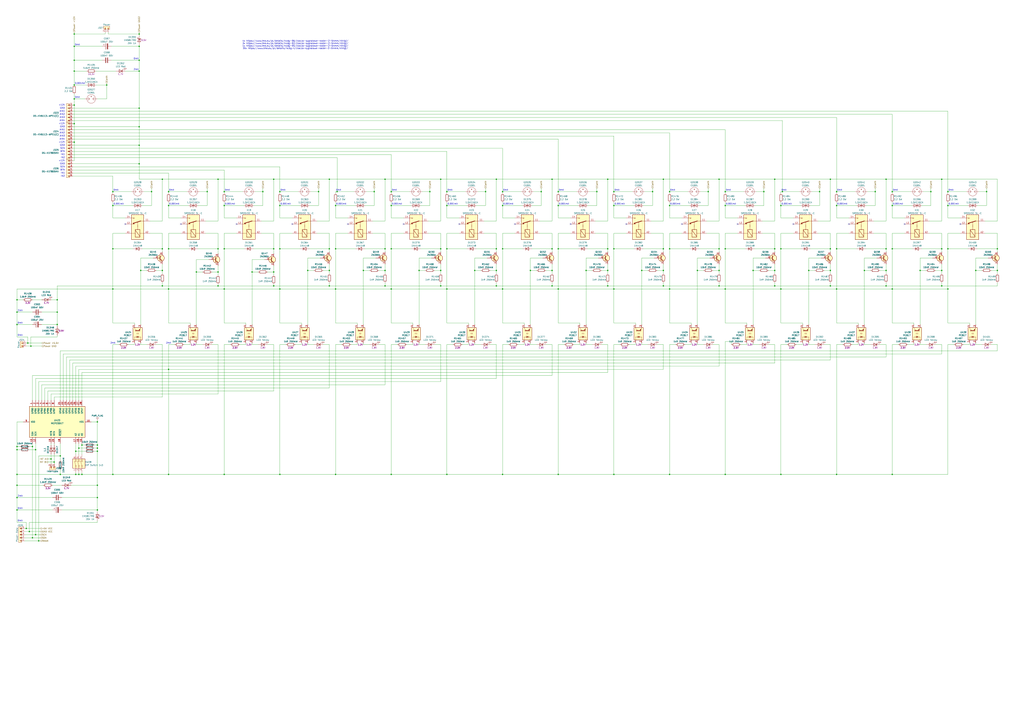
<source format=kicad_sch>
(kicad_sch (version 20231120) (generator "eeschema") (generator_version "8.0")
  (paper "A1")
  (junction (at 114.3 49.53))
  (junction (at 398.78 157.48))
  (junction (at 618.49 222.25))
  (junction (at 527.05 222.25))
  (junction (at 13.97 256.54))
  (junction (at 138.43 303.53))
  (junction (at 114.3 58.42))
  (junction (at 114.3 27.94))
  (junction (at 229.87 389.89))
  (junction (at 732.79 389.89))
  (junction (at 26.67 441.96))
  (junction (at 229.87 204.47))
  (junction (at 92.71 237.49))
  (junction (at 687.07 157.48))
  (junction (at 458.47 168.91))
  (junction (at 595.63 237.49))
  (junction (at 224.79 204.47))
  (junction (at 60.96 58.42))
  (junction (at 681.99 222.25))
  (junction (at 21.59 434.34))
  (junction (at 595.63 168.91))
  (junction (at 590.55 234.95))
  (junction (at 581.66 157.48))
  (junction (at 636.27 204.47))
  (junction (at 367.03 237.49))
  (junction (at 275.59 389.89))
  (junction (at 778.51 157.48))
  (junction (at 641.35 389.89))
  (junction (at 572.77 222.25))
  (junction (at 642.62 157.48))
  (junction (at 353.06 157.48))
  (junction (at 224.79 223.52))
  (junction (at 275.59 168.91))
  (junction (at 732.79 237.49))
  (junction (at 499.11 204.47))
  (junction (at 367.03 204.47))
  (junction (at 215.9 157.48))
  (junction (at 133.35 204.47))
  (junction (at 60.96 101.6))
  (junction (at 224.79 234.95))
  (junction (at 641.35 237.49))
  (junction (at 87.63 69.85))
  (junction (at 321.31 389.89))
  (junction (at 114.3 104.14))
  (junction (at 207.01 223.52))
  (junction (at 732.79 157.48))
  (junction (at 407.67 147.32))
  (junction (at 549.91 389.89))
  (junction (at 641.35 168.91))
  (junction (at 458.47 389.89))
  (junction (at 92.71 204.47))
  (junction (at 80.01 346.71))
  (junction (at 67.31 389.89))
  (junction (at 764.54 157.48))
  (junction (at 179.07 234.95))
  (junction (at 316.23 222.25))
  (junction (at 13.97 266.7))
  (junction (at 67.31 365.76))
  (junction (at 133.35 234.95))
  (junction (at 778.51 237.49))
  (junction (at 636.27 147.32))
  (junction (at 13.97 389.89))
  (junction (at 499.11 222.25))
  (junction (at 133.35 222.25))
  (junction (at 60.96 38.1))
  (junction (at 727.71 222.25))
  (junction (at 13.97 246.38))
  (junction (at 321.31 237.49))
  (junction (at 778.51 168.91))
  (junction (at 687.07 168.91))
  (junction (at 44.45 379.73))
  (junction (at 590.55 222.25))
  (junction (at 224.79 147.32))
  (junction (at 114.3 88.9))
  (junction (at 184.15 168.91))
  (junction (at 407.67 234.95))
  (junction (at 458.47 204.47))
  (junction (at 62.23 389.89))
  (junction (at 138.43 204.47))
  (junction (at 444.5 157.48))
  (junction (at 60.96 81.28))
  (junction (at 316.23 147.32))
  (junction (at 229.87 157.48))
  (junction (at 636.27 234.95))
  (junction (at 819.15 204.47))
  (junction (at 687.07 389.89))
  (junction (at 636.27 222.25))
  (junction (at 664.21 222.25))
  (junction (at 590.55 147.32))
  (junction (at 64.77 368.3))
  (junction (at 229.87 168.91))
  (junction (at 727.71 204.47))
  (junction (at 412.75 237.49))
  (junction (at 407.67 204.47))
  (junction (at 276.86 157.48))
  (junction (at 544.83 222.25))
  (junction (at 504.19 389.89))
  (junction (at 481.33 222.25))
  (junction (at 275.59 204.47))
  (junction (at 321.31 168.91))
  (junction (at 62.23 370.84))
  (junction (at 92.71 168.91))
  (junction (at 26.67 367.03))
  (junction (at 727.71 147.32))
  (junction (at 709.93 222.25))
  (junction (at 361.95 204.47))
  (junction (at 179.07 223.52))
  (junction (at 170.18 157.48))
  (junction (at 549.91 237.49))
  (junction (at 595.63 389.89))
  (junction (at 261.62 157.48))
  (junction (at 801.37 222.25))
  (junction (at 22.86 281.94))
  (junction (at 138.43 157.48))
  (junction (at 25.4 284.48))
  (junction (at 41.91 377.19))
  (junction (at 595.63 204.47))
  (junction (at 114.3 119.38))
  (junction (at 24.13 436.88))
  (junction (at 13.97 398.78))
  (junction (at 361.95 222.25))
  (junction (at 773.43 147.32))
  (junction (at 504.19 157.48))
  (junction (at 60.96 116.84))
  (junction (at 29.21 439.42))
  (junction (at 80.01 368.3))
  (junction (at 270.51 147.32))
  (junction (at 161.29 223.52))
  (junction (at 275.59 237.49))
  (junction (at 641.35 204.47))
  (junction (at 412.75 389.89))
  (junction (at 80.01 408.94))
  (junction (at 453.39 204.47))
  (junction (at 453.39 234.95))
  (junction (at 184.15 389.89))
  (junction (at 412.75 204.47))
  (junction (at 60.96 69.85))
  (junction (at 49.53 374.65))
  (junction (at 316.23 204.47))
  (junction (at 544.83 147.32))
  (junction (at 133.35 147.32))
  (junction (at 92.71 157.48))
  (junction (at 819.15 222.25))
  (junction (at 504.19 204.47))
  (junction (at 138.43 168.91))
  (junction (at 80.01 398.78))
  (junction (at 321.31 204.47))
  (junction (at 681.99 147.32))
  (junction (at 773.43 234.95))
  (junction (at 435.61 222.25))
  (junction (at 732.79 204.47))
  (junction (at 138.43 237.49))
  (junction (at 138.43 389.89))
  (junction (at 755.65 222.25))
  (junction (at 80.01 419.1))
  (junction (at 681.99 234.95))
  (junction (at 60.96 49.53))
  (junction (at 361.95 234.95))
  (junction (at 80.01 370.84))
  (junction (at 535.94 157.48))
  (junction (at 367.03 389.89))
  (junction (at 412.75 157.48))
  (junction (at 46.99 256.54))
  (junction (at 778.51 204.47))
  (junction (at 229.87 237.49))
  (junction (at 60.96 86.36))
  (junction (at 490.22 157.48))
  (junction (at 316.23 234.95))
  (junction (at 184.15 204.47))
  (junction (at 453.39 222.25))
  (junction (at 732.79 168.91))
  (junction (at 298.45 222.25))
  (junction (at 31.75 444.5))
  (junction (at 367.03 168.91))
  (junction (at 179.07 204.47))
  (junction (at 344.17 222.25))
  (junction (at 252.73 222.25))
  (junction (at 544.83 234.95))
  (junction (at 389.89 222.25))
  (junction (at 681.99 204.47))
  (junction (at 687.07 204.47))
  (junction (at 80.01 365.76))
  (junction (at 115.57 222.25))
  (junction (at 92.71 389.89))
  (junction (at 453.39 147.32))
  (junction (at 270.51 204.47))
  (junction (at 13.97 367.03))
  (junction (at 49.53 389.89))
  (junction (at 13.97 419.1))
  (junction (at 270.51 234.95))
  (junction (at 13.97 369.57))
  (junction (at 124.46 157.48))
  (junction (at 184.15 157.48))
  (junction (at 727.71 234.95))
  (junction (at 549.91 168.91))
  (junction (at 458.47 237.49))
  (junction (at 13.97 408.94))
  (junction (at 590.55 204.47))
  (junction (at 412.75 168.91))
  (junction (at 46.99 266.7))
  (junction (at 184.15 237.49))
  (junction (at 627.38 157.48))
  (junction (at 114.3 134.62))
  (junction (at 499.11 147.32))
  (junction (at 595.63 157.48))
  (junction (at 673.1 157.48))
  (junction (at 718.82 157.48))
  (junction (at 504.19 237.49))
  (junction (at 29.21 369.57))
  (junction (at 321.31 157.48))
  (junction (at 499.11 234.95))
  (junction (at 307.34 157.48))
  (junction (at 407.67 222.25))
  (junction (at 270.51 222.25))
  (junction (at 504.19 168.91))
  (junction (at 549.91 204.47))
  (junction (at 60.96 27.94))
  (junction (at 773.43 204.47))
  (junction (at 773.43 222.25))
  (junction (at 46.99 246.38))
  (junction (at 361.95 147.32))
  (junction (at 810.26 157.48))
  (junction (at 64.77 389.89))
  (junction (at 114.3 38.1))
  (junction (at 687.07 237.49))
  (junction (at 179.07 147.32))
  (junction (at 367.03 157.48))
  (junction (at 544.83 204.47))
  (junction (at 549.91 157.48))
  (junction (at 458.47 157.48))
  (no_connect (at 514.35 184.15))
  (no_connect (at 285.75 184.15))
  (no_connect (at 422.91 184.15))
  (no_connect (at 605.79 184.15))
  (no_connect (at 148.59 184.15))
  (no_connect (at 468.63 184.15))
  (no_connect (at 102.87 184.15))
  (no_connect (at 788.67 184.15))
  (no_connect (at 331.47 184.15))
  (no_connect (at 651.51 184.15))
  (no_connect (at 560.07 184.15))
  (no_connect (at 742.95 184.15))
  (no_connect (at 240.03 184.15))
  (no_connect (at 194.31 184.15))
  (no_connect (at 377.19 184.15))
  (no_connect (at 697.23 184.15))
  (wire (pts (xy 184.15 191.77) (xy 194.31 191.77)))
  (wire (pts (xy 402.59 222.25) (xy 407.67 222.25)))
  (wire (pts (xy 62.23 300.99) (xy 590.55 300.99)))
  (wire (pts (xy 138.43 204.47) (xy 138.43 237.49)))
  (wire (pts (xy 60.96 132.08) (xy 59.69 132.08)))
  (wire (pts (xy 482.6 204.47) (xy 499.11 204.47)))
  (wire (pts (xy 59.69 124.46) (xy 367.03 124.46)))
  (wire (pts (xy 59.69 109.22) (xy 549.91 109.22)))
  (wire (pts (xy 490.22 157.48) (xy 490.22 168.91)))
  (wire (pts (xy 265.43 222.25) (xy 270.51 222.25)))
  (wire (pts (xy 499.11 234.95) (xy 544.83 234.95)))
  (wire (pts (xy 92.71 168.91) (xy 109.22 168.91)))
  (wire (pts (xy 118.11 157.48) (xy 124.46 157.48)))
  (wire (pts (xy 391.16 204.47) (xy 407.67 204.47)))
  (wire (pts (xy 138.43 283.21) (xy 143.51 283.21)))
  (wire (pts (xy 270.51 191.77) (xy 270.51 204.47)))
  (wire (pts (xy 25.4 276.86) (xy 46.99 276.86)))
  (wire (pts (xy 138.43 142.24) (xy 138.43 157.48)))
  (wire (pts (xy 356.87 222.25) (xy 361.95 222.25)))
  (wire (pts (xy 590.55 217.17) (xy 590.55 222.25)))
  (wire (pts (xy 436.88 204.47) (xy 453.39 204.47)))
  (wire (pts (xy 504.19 265.43) (xy 521.97 265.43)))
  (wire (pts (xy 114.3 27.94) (xy 114.3 29.21)))
  (wire (pts (xy 458.47 168.91) (xy 458.47 179.07)))
  (wire (pts (xy 664.21 212.09) (xy 664.21 222.25)))
  (wire (pts (xy 46.99 234.95) (xy 133.35 234.95)))
  (wire (pts (xy 128.27 283.21) (xy 133.35 283.21)))
  (wire (pts (xy 307.34 154.94) (xy 307.34 157.48)))
  (wire (pts (xy 24.13 429.26) (xy 80.01 429.26)))
  (wire (pts (xy 87.63 68.58) (xy 87.63 69.85)))
  (wire (pts (xy 528.32 168.91) (xy 535.94 168.91)))
  (wire (pts (xy 471.17 283.21) (xy 476.25 283.21)))
  (wire (pts (xy 732.79 204.47) (xy 749.3 204.47)))
  (wire (pts (xy 619.76 168.91) (xy 627.38 168.91)))
  (wire (pts (xy 29.21 311.15) (xy 407.67 311.15)))
  (wire (pts (xy 276.86 157.48) (xy 275.59 157.48)))
  (wire (pts (xy 732.79 204.47) (xy 732.79 237.49)))
  (wire (pts (xy 549.91 265.43) (xy 567.69 265.43)))
  (wire (pts (xy 412.75 121.92) (xy 412.75 157.48)))
  (wire (pts (xy 179.07 147.32) (xy 224.79 147.32)))
  (wire (pts (xy 60.96 101.6) (xy 60.96 86.36)))
  (wire (pts (xy 29.21 369.57) (xy 29.21 439.42)))
  (wire (pts (xy 207.01 283.21) (xy 212.09 283.21)))
  (wire (pts (xy 224.79 191.77) (xy 224.79 204.47)))
  (wire (pts (xy 265.43 283.21) (xy 270.51 283.21)))
  (wire (pts (xy 549.91 204.47) (xy 549.91 237.49)))
  (wire (pts (xy 161.29 213.36) (xy 171.45 213.36)))
  (wire (pts (xy 275.59 168.91) (xy 292.1 168.91)))
  (wire (pts (xy 114.3 147.32) (xy 133.35 147.32)))
  (wire (pts (xy 453.39 147.32) (xy 499.11 147.32)))
  (wire (pts (xy 344.17 212.09) (xy 354.33 212.09)))
  (wire (pts (xy 642.62 157.48) (xy 656.59 157.48)))
  (wire (pts (xy 46.99 256.54) (xy 46.99 266.7)))
  (wire (pts (xy 636.27 204.47) (xy 636.27 207.01)))
  (wire (pts (xy 727.71 191.77) (xy 727.71 204.47)))
  (wire (pts (xy 801.37 212.09) (xy 801.37 222.25)))
  (wire (pts (xy 67.31 306.07) (xy 67.31 328.93)))
  (wire (pts (xy 732.79 168.91) (xy 732.79 179.07)))
  (wire (pts (xy 488.95 181.61) (xy 499.11 181.61)))
  (wire (pts (xy 389.89 283.21) (xy 394.97 283.21)))
  (wire (pts (xy 163.83 157.48) (xy 170.18 157.48)))
  (wire (pts (xy 60.96 81.28) (xy 69.85 81.28)))
  (wire (pts (xy 504.19 283.21) (xy 504.19 389.89)))
  (wire (pts (xy 133.35 217.17) (xy 133.35 222.25)))
  (wire (pts (xy 521.97 281.94) (xy 521.97 283.21)))
  (wire (pts (xy 801.37 222.25) (xy 806.45 222.25)))
  (wire (pts (xy 31.75 444.5) (xy 33.02 444.5)))
  (wire (pts (xy 681.99 232.41) (xy 681.99 234.95)))
  (wire (pts (xy 549.91 389.89) (xy 595.63 389.89)))
  (wire (pts (xy 671.83 181.61) (xy 681.99 181.61)))
  (wire (pts (xy 74.93 346.71) (xy 80.01 346.71)))
  (wire (pts (xy 138.43 157.48) (xy 153.67 157.48)))
  (wire (pts (xy 392.43 157.48) (xy 398.78 157.48)))
  (wire (pts (xy 778.51 166.37) (xy 778.51 168.91)))
  (wire (pts (xy 367.03 265.43) (xy 384.81 265.43)))
  (wire (pts (xy 756.92 204.47) (xy 773.43 204.47)))
  (wire (pts (xy 275.59 204.47) (xy 275.59 237.49)))
  (wire (pts (xy 618.49 283.21) (xy 618.49 281.94)))
  (wire (pts (xy 361.95 283.21) (xy 361.95 313.69)))
  (wire (pts (xy 298.45 222.25) (xy 298.45 266.7)))
  (wire (pts (xy 275.59 158.75) (xy 275.59 157.48)))
  (wire (pts (xy 59.69 127) (xy 321.31 127)))
  (wire (pts (xy 59.69 121.92) (xy 412.75 121.92)))
  (wire (pts (xy 664.21 283.21) (xy 664.21 281.94)))
  (wire (pts (xy 407.67 222.25) (xy 407.67 224.79)))
  (wire (pts (xy 49.53 389.89) (xy 62.23 389.89)))
  (wire (pts (xy 39.37 321.31) (xy 39.37 328.93)))
  (wire (pts (xy 641.35 283.21) (xy 646.43 283.21)))
  (wire (pts (xy 229.87 166.37) (xy 229.87 168.91)))
  (wire (pts (xy 138.43 237.49) (xy 184.15 237.49)))
  (wire (pts (xy 41.91 377.19) (xy 41.91 381)))
  (wire (pts (xy 34.29 316.23) (xy 316.23 316.23)))
  (wire (pts (xy 773.43 191.77) (xy 773.43 204.47)))
  (wire (pts (xy 316.23 234.95) (xy 361.95 234.95)))
  (wire (pts (xy 641.35 283.21) (xy 641.35 389.89)))
  (wire (pts (xy 25.4 284.48) (xy 34.29 284.48)))
  (wire (pts (xy 659.13 281.94) (xy 659.13 283.21)))
  (wire (pts (xy 704.85 265.43) (xy 704.85 266.7)))
  (wire (pts (xy 534.67 181.61) (xy 544.83 181.61)))
  (wire (pts (xy 138.43 168.91) (xy 138.43 179.07)))
  (wire (pts (xy 59.69 106.68) (xy 595.63 106.68)))
  (wire (pts (xy 361.95 222.25) (xy 361.95 224.79)))
  (wire (pts (xy 194.31 179.07) (xy 184.15 179.07)))
  (wire (pts (xy 435.61 222.25) (xy 435.61 266.7)))
  (wire (pts (xy 773.43 232.41) (xy 773.43 234.95)))
  (wire (pts (xy 504.19 204.47) (xy 504.19 237.49)))
  (wire (pts (xy 321.31 204.47) (xy 321.31 237.49)))
  (wire (pts (xy 595.63 237.49) (xy 641.35 237.49)))
  (wire (pts (xy 92.71 283.21) (xy 97.79 283.21)))
  (wire (pts (xy 59.69 139.7) (xy 184.15 139.7)))
  (wire (pts (xy 21.59 284.48) (xy 25.4 284.48)))
  (wire (pts (xy 361.95 191.77) (xy 361.95 204.47)))
  (wire (pts (xy 412.75 204.47) (xy 412.75 237.49)))
  (wire (pts (xy 229.87 157.48) (xy 245.11 157.48)))
  (wire (pts (xy 184.15 166.37) (xy 184.15 168.91)))
  (wire (pts (xy 21.59 429.26) (xy 21.59 434.34)))
  (wire (pts (xy 77.47 368.3) (xy 80.01 368.3)))
  (wire (pts (xy 39.37 377.19) (xy 41.91 377.19)))
  (wire (pts (xy 443.23 191.77) (xy 453.39 191.77)))
  (wire (pts (xy 367.03 124.46) (xy 367.03 157.48)))
  (wire (pts (xy 438.15 157.48) (xy 444.5 157.48)))
  (wire (pts (xy 367.03 158.75) (xy 367.03 157.48)))
  (wire (pts (xy 321.31 204.47) (xy 337.82 204.47)))
  (wire (pts (xy 80.01 365.76) (xy 80.01 346.71)))
  (wire (pts (xy 727.71 222.25) (xy 727.71 224.79)))
  (wire (pts (xy 412.75 283.21) (xy 417.83 283.21)))
  (wire (pts (xy 482.6 168.91) (xy 490.22 168.91)))
  (wire (pts (xy 732.79 283.21) (xy 737.87 283.21)))
  (wire (pts (xy 412.75 168.91) (xy 412.75 179.07)))
  (wire (pts (xy 402.59 283.21) (xy 407.67 283.21)))
  (wire (pts (xy 92.71 168.91) (xy 92.71 179.07)))
  (wire (pts (xy 208.28 168.91) (xy 215.9 168.91)))
  (wire (pts (xy 595.63 191.77) (xy 605.79 191.77)))
  (wire (pts (xy 801.37 222.25) (xy 801.37 266.7)))
  (wire (pts (xy 346.71 157.48) (xy 353.06 157.48)))
  (wire (pts (xy 504.19 168.91) (xy 520.7 168.91)))
  (wire (pts (xy 732.79 191.77) (xy 732.79 204.47)))
  (wire (pts (xy 717.55 191.77) (xy 727.71 191.77)))
  (wire (pts (xy 59.69 96.52) (xy 687.07 96.52)))
  (wire (pts (xy 298.45 222.25) (xy 303.53 222.25)))
  (wire (pts (xy 275.59 166.37) (xy 275.59 168.91)))
  (wire (pts (xy 544.83 283.21) (xy 544.83 303.53)))
  (wire (pts (xy 298.45 283.21) (xy 298.45 281.94)))
  (wire (pts (xy 184.15 283.21) (xy 184.15 389.89)))
  (wire (pts (xy 87.63 69.85) (xy 87.63 81.28)))
  (wire (pts (xy 59.69 298.45) (xy 636.27 298.45)))
  (wire (pts (xy 124.46 157.48) (xy 124.46 168.91)))
  (wire (pts (xy 316.23 217.17) (xy 316.23 222.25)))
  (wire (pts (xy 229.87 191.77) (xy 240.03 191.77)))
  (wire (pts (xy 62.23 364.49) (xy 62.23 370.84)))
  (wire (pts (xy 110.49 265.43) (xy 110.49 266.7)))
  (wire (pts (xy 527.05 212.09) (xy 537.21 212.09)))
  (wire (pts (xy 412.75 204.47) (xy 429.26 204.47)))
  (wire (pts (xy 184.15 265.43) (xy 201.93 265.43)))
  (wire (pts (xy 339.09 281.94) (xy 339.09 283.21)))
  (wire (pts (xy 275.59 283.21) (xy 275.59 389.89)))
  (wire (pts (xy 361.95 147.32) (xy 407.67 147.32)))
  (wire (pts (xy 367.03 283.21) (xy 367.03 389.89)))
  (wire (pts (xy 641.35 166.37) (xy 641.35 168.91)))
  (wire (pts (xy 80.01 429.26) (xy 80.01 427.99)))
  (wire (pts (xy 709.93 283.21) (xy 709.93 281.94)))
  (wire (pts (xy 664.21 283.21) (xy 669.29 283.21)))
  (wire (pts (xy 25.4 276.86) (xy 25.4 284.48)))
  (wire (pts (xy 778.51 265.43) (xy 778.51 237.49)))
  (wire (pts (xy 275.59 191.77) (xy 275.59 204.47)))
  (wire (pts (xy 207.01 213.36) (xy 217.17 213.36)))
  (wire (pts (xy 521.97 265.43) (xy 521.97 266.7)))
  (wire (pts (xy 138.43 204.47) (xy 154.94 204.47)))
  (wire (pts (xy 270.51 318.77) (xy 270.51 283.21)))
  (wire (pts (xy 275.59 191.77) (xy 285.75 191.77)))
  (wire (pts (xy 367.03 157.48) (xy 382.27 157.48)))
  (wire (pts (xy 34.29 266.7) (xy 46.99 266.7)))
  (wire (pts (xy 13.97 246.38) (xy 13.97 237.49)))
  (wire (pts (xy 529.59 157.48) (xy 535.94 157.48)))
  (wire (pts (xy 819.15 217.17) (xy 819.15 222.25)))
  (wire (pts (xy 252.73 283.21) (xy 252.73 281.94)))
  (wire (pts (xy 605.79 179.07) (xy 595.63 179.07)))
  (wire (pts (xy 709.93 212.09) (xy 720.09 212.09)))
  (wire (pts (xy 453.39 222.25) (xy 453.39 224.79)))
  (wire (pts (xy 224.79 147.32) (xy 224.79 181.61)))
  (wire (pts (xy 544.83 234.95) (xy 590.55 234.95)))
  (wire (pts (xy 732.79 265.43) (xy 732.79 237.49)))
  (wire (pts (xy 544.83 147.32) (xy 544.83 181.61)))
  (wire (pts (xy 59.69 93.98) (xy 732.79 93.98)))
  (wire (pts (xy 727.71 234.95) (xy 773.43 234.95)))
  (wire (pts (xy 499.11 204.47) (xy 499.11 207.01)))
  (wire (pts (xy 307.34 157.48) (xy 307.34 168.91)))
  (wire (pts (xy 367.03 283.21) (xy 372.11 283.21)))
  (wire (pts (xy 184.15 139.7) (xy 184.15 157.48)))
  (wire (pts (xy 351.79 181.61) (xy 361.95 181.61)))
  (wire (pts (xy 595.63 168.91) (xy 612.14 168.91)))
  (wire (pts (xy 595.63 158.75) (xy 595.63 157.48)))
  (wire (pts (xy 687.07 96.52) (xy 687.07 157.48)))
  (wire (pts (xy 270.51 147.32) (xy 316.23 147.32)))
  (wire (pts (xy 80.01 370.84) (xy 80.01 368.3)))
  (wire (pts (xy 574.04 168.91) (xy 581.66 168.91)))
  (wire (pts (xy 293.37 265.43) (xy 293.37 266.7)))
  (wire (pts (xy 124.46 154.94) (xy 124.46 157.48)))
  (wire (pts (xy 778.51 204.47) (xy 795.02 204.47)))
  (wire (pts (xy 819.15 222.25) (xy 819.15 224.79)))
  (wire (pts (xy 626.11 181.61) (xy 636.27 181.61)))
  (wire (pts (xy 549.91 166.37) (xy 549.91 168.91)))
  (wire (pts (xy 252.73 222.25) (xy 252.73 266.7)))
  (wire (pts (xy 59.69 114.3) (xy 458.47 114.3)))
  (wire (pts (xy 676.91 283.21) (xy 681.99 283.21)))
  (wire (pts (xy 92.71 204.47) (xy 92.71 237.49)))
  (wire (pts (xy 275.59 237.49) (xy 321.31 237.49)))
  (wire (pts (xy 321.31 191.77) (xy 321.31 204.47)))
  (wire (pts (xy 224.79 283.21) (xy 224.79 321.31)))
  (wire (pts (xy 681.99 234.95) (xy 727.71 234.95)))
  (wire (pts (xy 819.15 204.47) (xy 819.15 207.01)))
  (wire (pts (xy 412.75 158.75) (xy 412.75 157.48)))
  (wire (pts (xy 58.42 398.78) (xy 80.01 398.78)))
  (wire (pts (xy 687.07 265.43) (xy 687.07 237.49)))
  (wire (pts (xy 270.51 217.17) (xy 270.51 222.25)))
  (wire (pts (xy 778.51 389.89) (xy 778.51 283.21)))
  (wire (pts (xy 367.03 168.91) (xy 383.54 168.91)))
  (wire (pts (xy 13.97 367.03) (xy 16.51 367.03)))
  (wire (pts (xy 148.59 179.07) (xy 138.43 179.07)))
  (wire (pts (xy 83.82 49.53) (xy 60.96 49.53)))
  (wire (pts (xy 62.23 389.89) (xy 64.77 389.89)))
  (wire (pts (xy 756.92 168.91) (xy 764.54 168.91)))
  (wire (pts (xy 619.76 204.47) (xy 636.27 204.47)))
  (wire (pts (xy 60.96 77.47) (xy 60.96 81.28)))
  (wire (pts (xy 311.15 283.21) (xy 316.23 283.21)))
  (wire (pts (xy 687.07 168.91) (xy 687.07 179.07)))
  (wire (pts (xy 184.15 237.49) (xy 229.87 237.49)))
  (wire (pts (xy 138.43 265.43) (xy 156.21 265.43)))
  (wire (pts (xy 184.15 204.47) (xy 200.66 204.47)))
  (wire (pts (xy 430.53 281.94) (xy 430.53 283.21)))
  (wire (pts (xy 476.25 281.94) (xy 476.25 283.21)))
  (wire (pts (xy 105.41 283.21) (xy 110.49 283.21)))
  (wire (pts (xy 801.37 283.21) (xy 806.45 283.21)))
  (wire (pts (xy 814.07 222.25) (xy 819.15 222.25)))
  (wire (pts (xy 92.71 191.77) (xy 92.71 204.47)))
  (wire (pts (xy 184.15 168.91) (xy 200.66 168.91)))
  (wire (pts (xy 59.69 88.9) (xy 114.3 88.9)))
  (wire (pts (xy 673.1 154.94) (xy 673.1 157.48)))
  (wire (pts (xy 44.45 373.38) (xy 44.45 379.73)))
  (wire (pts (xy 299.72 168.91) (xy 307.34 168.91)))
  (wire (pts (xy 344.17 212.09) (xy 344.17 222.25)))
  (wire (pts (xy 275.59 265.43) (xy 275.59 237.49)))
  (wire (pts (xy 435.61 212.09) (xy 435.61 222.25)))
  (wire (pts (xy 102.87 179.07) (xy 92.71 179.07)))
  (wire (pts (xy 595.63 191.77) (xy 595.63 204.47)))
  (wire (pts (xy 50.8 408.94) (xy 80.01 408.94)))
  (wire (pts (xy 209.55 157.48) (xy 215.9 157.48)))
  (wire (pts (xy 764.54 157.48) (xy 764.54 168.91)))
  (wire (pts (xy 316.23 283.21) (xy 316.23 316.23)))
  (wire (pts (xy 389.89 222.25) (xy 394.97 222.25)))
  (wire (pts (xy 549.91 168.91) (xy 566.42 168.91)))
  (wire (pts (xy 344.17 283.21) (xy 349.25 283.21)))
  (wire (pts (xy 50.8 419.1) (xy 80.01 419.1)))
  (wire (pts (xy 219.71 283.21) (xy 224.79 283.21)))
  (wire (pts (xy 636.27 222.25) (xy 636.27 224.79)))
  (wire (pts (xy 641.35 168.91) (xy 641.35 179.07)))
  (wire (pts (xy 453.39 191.77) (xy 453.39 204.47)))
  (wire (pts (xy 595.63 389.89) (xy 641.35 389.89)))
  (wire (pts (xy 654.05 283.21) (xy 659.13 283.21)))
  (wire (pts (xy 361.95 147.32) (xy 361.95 181.61)))
  (wire (pts (xy 539.75 222.25) (xy 544.83 222.25)))
  (wire (pts (xy 49.53 288.29) (xy 819.15 288.29)))
  (wire (pts (xy 758.19 157.48) (xy 764.54 157.48)))
  (wire (pts (xy 29.21 439.42) (xy 33.02 439.42)))
  (wire (pts (xy 184.15 283.21) (xy 189.23 283.21)))
  (wire (pts (xy 499.11 283.21) (xy 499.11 306.07)))
  (wire (pts (xy 306.07 191.77) (xy 316.23 191.77)))
  (wire (pts (xy 768.35 222.25) (xy 773.43 222.25)))
  (wire (pts (xy 31.75 313.69) (xy 31.75 328.93)))
  (wire (pts (xy 298.45 212.09) (xy 298.45 222.25)))
  (wire (pts (xy 86.36 27.94) (xy 60.96 27.94)))
  (wire (pts (xy 133.35 234.95) (xy 179.07 234.95)))
  (wire (pts (xy 26.67 441.96) (xy 33.02 441.96)))
  (wire (pts (xy 572.77 212.09) (xy 582.93 212.09)))
  (wire (pts (xy 224.79 218.44) (xy 224.79 223.52)))
  (wire (pts (xy 504.19 158.75) (xy 504.19 157.48)))
  (wire (pts (xy 481.33 283.21) (xy 481.33 281.94)))
  (wire (pts (xy 458.47 204.47) (xy 474.98 204.47)))
  (wire (pts (xy 59.69 111.76) (xy 504.19 111.76)))
  (wire (pts (xy 316.23 232.41) (xy 316.23 234.95)))
  (wire (pts (xy 397.51 181.61) (xy 407.67 181.61)))
  (wire (pts (xy 544.83 217.17) (xy 544.83 222.25)))
  (wire (pts (xy 590.55 147.32) (xy 590.55 181.61)))
  (wire (pts (xy 13.97 367.03) (xy 13.97 369.57)))
  (wire (pts (xy 20.32 439.42) (xy 29.21 439.42)))
  (wire (pts (xy 687.07 204.47) (xy 687.07 237.49)))
  (wire (pts (xy 412.75 157.48) (xy 427.99 157.48)))
  (wire (pts (xy 803.91 157.48) (xy 810.26 157.48)))
  (wire (pts (xy 229.87 265.43) (xy 229.87 237.49)))
  (wire (pts (xy 808.99 181.61) (xy 819.15 181.61)))
  (wire (pts (xy 64.77 303.53) (xy 138.43 303.53)))
  (wire (pts (xy 247.65 281.94) (xy 247.65 283.21)))
  (wire (pts (xy 504.19 283.21) (xy 509.27 283.21)))
  (wire (pts (xy 664.21 222.25) (xy 669.29 222.25)))
  (wire (pts (xy 468.63 179.07) (xy 458.47 179.07)))
  (wire (pts (xy 755.65 212.09) (xy 755.65 222.25)))
  (wire (pts (xy 92.71 158.75) (xy 92.71 157.48)))
  (wire (pts (xy 687.07 166.37) (xy 687.07 168.91)))
  (wire (pts (xy 750.57 281.94) (xy 750.57 283.21)))
  (wire (pts (xy 59.69 137.16) (xy 229.87 137.16)))
  (wire (pts (xy 722.63 222.25) (xy 727.71 222.25)))
  (wire (pts (xy 26.67 308.61) (xy 453.39 308.61)))
  (wire (pts (xy 361.95 217.17) (xy 361.95 222.25)))
  (wire (pts (xy 481.33 212.09) (xy 481.33 222.25)))
  (wire (pts (xy 114.3 36.83) (xy 114.3 38.1)))
  (wire (pts (xy 651.51 179.07) (xy 641.35 179.07)))
  (wire (pts (xy 20.32 444.5) (xy 31.75 444.5)))
  (wire (pts (xy 361.95 234.95) (xy 407.67 234.95)))
  (wire (pts (xy 732.79 168.91) (xy 749.3 168.91)))
  (wire (pts (xy 161.29 283.21) (xy 166.37 283.21)))
  (wire (pts (xy 115.57 212.09) (xy 115.57 222.25)))
  (wire (pts (xy 13.97 419.1) (xy 13.97 429.26)))
  (wire (pts (xy 229.87 283.21) (xy 229.87 389.89)))
  (wire (pts (xy 796.29 265.43) (xy 796.29 266.7)))
  (wire (pts (xy 641.35 389.89) (xy 687.07 389.89)))
  (wire (pts (xy 252.73 212.09) (xy 252.73 222.25)))
  (wire (pts (xy 184.15 157.48) (xy 199.39 157.48)))
  (wire (pts (xy 92.71 265.43) (xy 92.71 237.49)))
  (wire (pts (xy 133.35 147.32) (xy 133.35 181.61)))
  (wire (pts (xy 384.81 281.94) (xy 384.81 283.21)))
  (wire (pts (xy 595.63 280.67) (xy 595.63 389.89)))
  (wire (pts (xy 544.83 191.77) (xy 544.83 204.47)))
  (wire (pts (xy 636.27 232.41) (xy 636.27 234.95)))
  (wire (pts (xy 549.91 237.49) (xy 595.63 237.49)))
  (wire (pts (xy 544.83 222.25) (xy 544.83 224.79)))
  (wire (pts (xy 590.55 147.32) (xy 636.27 147.32)))
  (wire (pts (xy 92.71 283.21) (xy 92.71 389.89)))
  (wire (pts (xy 727.71 147.32) (xy 681.99 147.32)))
  (wire (pts (xy 54.61 293.37) (xy 54.61 328.93)))
  (wire (pts (xy 34.29 256.54) (xy 46.99 256.54)))
  (wire (pts (xy 49.53 288.29) (xy 49.53 328.93)))
  (wire (pts (xy 636.27 191.77) (xy 636.27 204.47)))
  (wire (pts (xy 41.91 373.38) (xy 41.91 377.19)))
  (wire (pts (xy 398.78 154.94) (xy 398.78 157.48)))
  (wire (pts (xy 275.59 204.47) (xy 292.1 204.47)))
  (wire (pts (xy 92.71 166.37) (xy 92.71 168.91)))
  (wire (pts (xy 659.13 265.43) (xy 659.13 266.7)))
  (wire (pts (xy 201.93 265.43) (xy 201.93 266.7)))
  (wire (pts (xy 353.06 154.94) (xy 353.06 157.48)))
  (wire (pts (xy 95.25 58.42) (xy 78.74 58.42)))
  (wire (pts (xy 590.55 234.95) (xy 636.27 234.95)))
  (wire (pts (xy 458.47 158.75) (xy 458.47 157.48)))
  (wire (pts (xy 549.91 283.21) (xy 554.99 283.21)))
  (wire (pts (xy 229.87 191.77) (xy 229.87 204.47)))
  (wire (pts (xy 298.45 283.21) (xy 303.53 283.21)))
  (wire (pts (xy 535.94 154.94) (xy 535.94 157.48)))
  (wire (pts (xy 288.29 283.21) (xy 293.37 283.21)))
  (wire (pts (xy 351.79 191.77) (xy 361.95 191.77)))
  (wire (pts (xy 490.22 154.94) (xy 490.22 157.48)))
  (wire (pts (xy 367.03 204.47) (xy 367.03 237.49)))
  (wire (pts (xy 665.48 168.91) (xy 673.1 168.91)))
  (wire (pts (xy 214.63 181.61) (xy 224.79 181.61)))
  (wire (pts (xy 717.55 181.61) (xy 727.71 181.61)))
  (wire (pts (xy 367.03 168.91) (xy 367.03 179.07)))
  (wire (pts (xy 156.21 281.94) (xy 156.21 283.21)))
  (wire (pts (xy 92.71 204.47) (xy 109.22 204.47)))
  (wire (pts (xy 608.33 283.21) (xy 613.41 283.21)))
  (wire (pts (xy 64.77 368.3) (xy 64.77 373.38)))
  (wire (pts (xy 549.91 168.91) (xy 549.91 179.07)))
  (wire (pts (xy 778.51 204.47) (xy 778.51 237.49)))
  (wire (pts (xy 458.47 265.43) (xy 476.25 265.43)))
  (wire (pts (xy 367.03 191.77) (xy 377.19 191.77)))
  (wire (pts (xy 60.96 116.84) (xy 60.96 101.6)))
  (wire (pts (xy 549.91 109.22) (xy 549.91 157.48)))
  (wire (pts (xy 138.43 303.53) (xy 138.43 389.89)))
  (wire (pts (xy 114.3 49.53) (xy 114.3 58.42)))
  (wire (pts (xy 699.77 283.21) (xy 704.85 283.21)))
  (wire (pts (xy 24.13 369.57) (xy 29.21 369.57)))
  (wire (pts (xy 527.05 222.25) (xy 527.05 266.7)))
  (wire (pts (xy 618.49 212.09) (xy 618.49 222.25)))
  (wire (pts (xy 773.43 147.32) (xy 773.43 181.61)))
  (wire (pts (xy 562.61 283.21) (xy 567.69 283.21)))
  (wire (pts (xy 46.99 276.86) (xy 46.99 275.59)))
  (wire (pts (xy 673.1 157.48) (xy 673.1 168.91)))
  (wire (pts (xy 481.33 212.09) (xy 491.49 212.09)))
  (wire (pts (xy 773.43 204.47) (xy 773.43 207.01)))
  (wire (pts (xy 59.69 116.84) (xy 60.96 116.84)))
  (wire (pts (xy 270.51 232.41) (xy 270.51 234.95)))
  (wire (pts (xy 80.01 370.84) (xy 80.01 398.78)))
  (wire (pts (xy 595.63 204.47) (xy 595.63 237.49)))
  (wire (pts (xy 133.35 191.77) (xy 133.35 204.47)))
  (wire (pts (xy 13.97 389.89) (xy 13.97 398.78)))
  (wire (pts (xy 499.11 217.17) (xy 499.11 222.25)))
  (wire (pts (xy 321.31 158.75) (xy 321.31 157.48)))
  (wire (pts (xy 41.91 323.85) (xy 179.07 323.85)))
  (wire (pts (xy 179.07 147.32) (xy 179.07 181.61)))
  (wire (pts (xy 448.31 283.21) (xy 453.39 283.21)))
  (wire (pts (xy 549.91 158.75) (xy 549.91 157.48)))
  (wire (pts (xy 572.77 222.25) (xy 572.77 266.7)))
  (wire (pts (xy 398.78 157.48) (xy 398.78 168.91)))
  (wire (pts (xy 229.87 389.89) (xy 275.59 389.89)))
  (wire (pts (xy 361.95 232.41) (xy 361.95 234.95)))
  (wire (pts (xy 636.27 217.17) (xy 636.27 222.25)))
  (wire (pts (xy 443.23 181.61) (xy 453.39 181.61)))
  (wire (pts (xy 115.57 222.25) (xy 115.57 266.7)))
  (wire (pts (xy 276.86 129.54) (xy 276.86 157.48)))
  (wire (pts (xy 114.3 49.53) (xy 91.44 49.53)))
  (wire (pts (xy 316.23 147.32) (xy 361.95 147.32)))
  (wire (pts (xy 377.19 179.07) (xy 367.03 179.07)))
  (wire (pts (xy 788.67 179.07) (xy 778.51 179.07)))
  (wire (pts (xy 499.11 147.32) (xy 499.11 181.61)))
  (wire (pts (xy 567.69 265.43) (xy 567.69 266.7)))
  (wire (pts (xy 77.47 370.84) (xy 80.01 370.84)))
  (wire (pts (xy 458.47 114.3) (xy 458.47 157.48)))
  (wire (pts (xy 261.62 154.94) (xy 261.62 157.48)))
  (wire (pts (xy 810.26 154.94) (xy 810.26 157.48)))
  (wire (pts (xy 224.79 234.95) (xy 270.51 234.95)))
  (wire (pts (xy 138.43 191.77) (xy 148.59 191.77)))
  (wire (pts (xy 595.63 280.67) (xy 600.71 280.67)))
  (wire (pts (xy 13.97 256.54) (xy 13.97 266.7)))
  (wire (pts (xy 778.51 158.75) (xy 778.51 157.48)))
  (wire (pts (xy 590.55 222.25) (xy 590.55 224.79)))
  (wire (pts (xy 138.43 389.89) (xy 184.15 389.89)))
  (wire (pts (xy 367.03 204.47) (xy 383.54 204.47)))
  (wire (pts (xy 458.47 166.37) (xy 458.47 168.91)))
  (wire (pts (xy 80.01 345.44) (xy 80.01 346.71)))
  (wire (pts (xy 504.19 191.77) (xy 504.19 204.47)))
  (wire (pts (xy 260.35 181.61) (xy 270.51 181.61)))
  (wire (pts (xy 732.79 166.37) (xy 732.79 168.91)))
  (wire (pts (xy 80.01 81.28) (xy 87.63 81.28)))
  (wire (pts (xy 627.38 157.48) (xy 627.38 168.91)))
  (wire (pts (xy 664.21 222.25) (xy 664.21 266.7)))
  (wire (pts (xy 618.49 212.09) (xy 628.65 212.09)))
  (wire (pts (xy 229.87 283.21) (xy 234.95 283.21)))
  (wire (pts (xy 161.29 283.21) (xy 161.29 281.94)))
  (wire (pts (xy 138.43 166.37) (xy 138.43 168.91)))
  (wire (pts (xy 763.27 191.77) (xy 773.43 191.77)))
  (wire (pts (xy 407.67 217.17) (xy 407.67 222.25)))
  (wire (pts (xy 26.67 367.03) (xy 26.67 441.96)))
  (wire (pts (xy 763.27 181.61) (xy 773.43 181.61)))
  (wire (pts (xy 407.67 191.77) (xy 407.67 204.47)))
  (wire (pts (xy 179.07 191.77) (xy 179.07 204.47)))
  (wire (pts (xy 727.71 232.41) (xy 727.71 234.95)))
  (wire (pts (xy 704.85 281.94) (xy 704.85 283.21)))
  (wire (pts (xy 29.21 311.15) (xy 29.21 328.93)))
  (wire (pts (xy 802.64 168.91) (xy 810.26 168.91)))
  (wire (pts (xy 819.15 232.41) (xy 819.15 234.95)))
  (wire (pts (xy 52.07 290.83) (xy 773.43 290.83)))
  (wire (pts (xy 151.13 283.21) (xy 156.21 283.21)))
  (wire (pts (xy 791.21 283.21) (xy 796.29 283.21)))
  (wire (pts (xy 687.07 283.21) (xy 687.07 389.89)))
  (wire (pts (xy 549.91 157.48) (xy 565.15 157.48)))
  (wire (pts (xy 49.53 386.08) (xy 49.53 389.89)))
  (wire (pts (xy 86.36 27.94) (xy 86.36 26.67)))
  (wire (pts (xy 275.59 389.89) (xy 321.31 389.89)))
  (wire (pts (xy 36.83 328.93) (xy 36.83 318.77)))
  (wire (pts (xy 453.39 217.17) (xy 453.39 222.25)))
  (wire (pts (xy 229.87 168.91) (xy 246.38 168.91)))
  (wire (pts (xy 778.51 191.77) (xy 778.51 204.47)))
  (wire (pts (xy 138.43 283.21) (xy 138.43 303.53)))
  (wire (pts (xy 59.69 99.06) (xy 642.62 99.06)))
  (wire (pts (xy 162.56 168.91) (xy 170.18 168.91)))
  (wire (pts (xy 642.62 99.06) (xy 642.62 157.48)))
  (wire (pts (xy 179.07 283.21) (xy 179.07 323.85)))
  (wire (pts (xy 750.57 265.43) (xy 750.57 266.7)))
  (wire (pts (xy 732.79 389.89) (xy 778.51 389.89)))
  (wire (pts (xy 819.15 283.21) (xy 819.15 288.29)))
  (wire (pts (xy 331.47 179.07) (xy 321.31 179.07)))
  (wire (pts (xy 560.07 179.07) (xy 549.91 179.07)))
  (wire (pts (xy 316.23 191.77) (xy 316.23 204.47)))
  (wire (pts (xy 26.67 367.03) (xy 26.67 364.49)))
  (wire (pts (xy 422.91 179.07) (xy 412.75 179.07)))
  (wire (pts (xy 581.66 157.48) (xy 581.66 168.91)))
  (wire (pts (xy 808.99 191.77) (xy 819.15 191.77)))
  (wire (pts (xy 504.19 389.89) (xy 549.91 389.89)))
  (wire (pts (xy 636.27 283.21) (xy 636.27 298.45)))
  (wire (pts (xy 681.99 283.21) (xy 681.99 295.91)))
  (wire (pts (xy 92.71 157.48) (xy 107.95 157.48)))
  (wire (pts (xy 36.83 318.77) (xy 270.51 318.77)))
  (wire (pts (xy 92.71 144.78) (xy 92.71 157.48)))
  (wire (pts (xy 31.75 313.69) (xy 361.95 313.69)))
  (wire (pts (xy 549.91 283.21) (xy 549.91 389.89)))
  (wire (pts (xy 64.77 389.89) (xy 67.31 389.89)))
  (wire (pts (xy 179.07 234.95) (xy 224.79 234.95)))
  (wire (pts (xy 184.15 265.43) (xy 184.15 237.49)))
  (wire (pts (xy 504.19 157.48) (xy 519.43 157.48)))
  (wire (pts (xy 13.97 266.7) (xy 26.67 266.7)))
  (wire (pts (xy 92.71 237.49) (xy 138.43 237.49)))
  (wire (pts (xy 173.99 223.52) (xy 179.07 223.52)))
  (wire (pts (xy 435.61 222.25) (xy 440.69 222.25)))
  (wire (pts (xy 494.03 222.25) (xy 499.11 222.25)))
  (wire (pts (xy 311.15 222.25) (xy 316.23 222.25)))
  (wire (pts (xy 138.43 158.75) (xy 138.43 157.48)))
  (wire (pts (xy 801.37 212.09) (xy 811.53 212.09)))
  (wire (pts (xy 321.31 283.21) (xy 326.39 283.21)))
  (wire (pts (xy 138.43 303.53) (xy 544.83 303.53)))
  (wire (pts (xy 412.75 166.37) (xy 412.75 168.91)))
  (wire (pts (xy 156.21 265.43) (xy 156.21 266.7)))
  (wire (pts (xy 13.97 369.57) (xy 16.51 369.57)))
  (wire (pts (xy 215.9 154.94) (xy 215.9 157.48)))
  (wire (pts (xy 41.91 364.49) (xy 41.91 365.76)))
  (wire (pts (xy 13.97 408.94) (xy 13.97 419.1)))
  (wire (pts (xy 711.2 204.47) (xy 727.71 204.47)))
  (wire (pts (xy 115.57 222.25) (xy 120.65 222.25)))
  (wire (pts (xy 196.85 283.21) (xy 201.93 283.21)))
  (wire (pts (xy 444.5 154.94) (xy 444.5 157.48)))
  (wire (pts (xy 13.97 369.57) (xy 13.97 389.89)))
  (wire (pts (xy 488.95 191.77) (xy 499.11 191.77)))
  (wire (pts (xy 727.71 147.32) (xy 727.71 181.61)))
  (wire (pts (xy 595.63 106.68) (xy 595.63 157.48)))
  (wire (pts (xy 59.69 129.54) (xy 276.86 129.54)))
  (wire (pts (xy 636.27 147.32) (xy 636.27 181.61)))
  (wire (pts (xy 687.07 237.49) (xy 732.79 237.49)))
  (wire (pts (xy 261.62 157.48) (xy 261.62 168.91)))
  (wire (pts (xy 229.87 168.91) (xy 229.87 179.07)))
  (wire (pts (xy 572.77 222.25) (xy 577.85 222.25)))
  (wire (pts (xy 407.67 283.21) (xy 407.67 311.15)))
  (wire (pts (xy 544.83 204.47) (xy 544.83 207.01)))
  (wire (pts (xy 344.17 283.21) (xy 344.17 281.94)))
  (wire (pts (xy 321.31 191.77) (xy 331.47 191.77)))
  (wire (pts (xy 252.73 212.09) (xy 262.89 212.09)))
  (wire (pts (xy 732.79 157.48) (xy 748.03 157.48)))
  (wire (pts (xy 773.43 147.32) (xy 819.15 147.32)))
  (wire (pts (xy 321.31 283.21) (xy 321.31 389.89)))
  (wire (pts (xy 768.35 283.21) (xy 773.43 283.21)))
  (wire (pts (xy 321.31 168.91) (xy 321.31 179.07)))
  (wire (pts (xy 13.97 256.54) (xy 26.67 256.54)))
  (wire (pts (xy 618.49 222.25) (xy 623.57 222.25)))
  (wire (pts (xy 80.01 408.94) (xy 80.01 419.1)))
  (wire (pts (xy 504.19 168.91) (xy 504.19 179.07)))
  (wire (pts (xy 114.3 38.1) (xy 91.44 38.1)))
  (wire (pts (xy 345.44 168.91) (xy 353.06 168.91)))
  (wire (pts (xy 254 204.47) (xy 270.51 204.47)))
  (wire (pts (xy 778.51 265.43) (xy 796.29 265.43)))
  (wire (pts (xy 709.93 222.25) (xy 709.93 266.7)))
  (wire (pts (xy 778.51 168.91) (xy 778.51 179.07)))
  (wire (pts (xy 22.86 276.86) (xy 22.86 281.94)))
  (wire (pts (xy 476.25 265.43) (xy 476.25 266.7)))
  (wire (pts (xy 412.75 389.89) (xy 458.47 389.89)))
  (wire (pts (xy 67.31 365.76) (xy 67.31 364.49)))
  (wire (pts (xy 778.51 157.48) (xy 793.75 157.48)))
  (wire (pts (xy 458.47 191.77) (xy 458.47 204.47)))
  (wire (pts (xy 252.73 283.21) (xy 257.81 283.21)))
  (wire (pts (xy 534.67 191.77) (xy 544.83 191.77)))
  (wire (pts (xy 80.01 420.37) (xy 80.01 419.1)))
  (wire (pts (xy 773.43 217.17) (xy 773.43 222.25)))
  (wire (pts (xy 595.63 265.43) (xy 613.41 265.43)))
  (wire (pts (xy 59.69 298.45) (xy 59.69 328.93)))
  (wire (pts (xy 184.15 191.77) (xy 184.15 204.47)))
  (wire (pts (xy 229.87 137.16) (xy 229.87 157.48)))
  (wire (pts (xy 412.75 237.49) (xy 458.47 237.49)))
  (wire (pts (xy 179.07 218.44) (xy 179.07 223.52)))
  (wire (pts (xy 453.39 232.41) (xy 453.39 234.95)))
  (wire (pts (xy 229.87 204.47) (xy 246.38 204.47)))
  (wire (pts (xy 481.33 222.25) (xy 481.33 266.7)))
  (wire (pts (xy 46.99 246.38) (xy 41.91 246.38)))
  (wire (pts (xy 711.2 168.91) (xy 718.82 168.91)))
  (wire (pts (xy 46.99 267.97) (xy 46.99 266.7)))
  (wire (pts (xy 458.47 168.91) (xy 474.98 168.91)))
  (wire (pts (xy 732.79 265.43) (xy 750.57 265.43)))
  (wire (pts (xy 681.99 217.17) (xy 681.99 222.25)))
  (wire (pts (xy 389.89 212.09) (xy 389.89 222.25)))
  (wire (pts (xy 436.88 168.91) (xy 444.5 168.91)))
  (wire (pts (xy 60.96 81.28) (xy 60.96 86.36)))
  (wire (pts (xy 62.23 370.84) (xy 69.85 370.84)))
  (wire (pts (xy 425.45 283.21) (xy 430.53 283.21)))
  (wire (pts (xy 687.07 389.89) (xy 732.79 389.89)))
  (wire (pts (xy 39.37 321.31) (xy 224.79 321.31)))
  (wire (pts (xy 13.97 398.78) (xy 13.97 408.94)))
  (wire (pts (xy 13.97 408.94) (xy 43.18 408.94)))
  (wire (pts (xy 300.99 157.48) (xy 307.34 157.48)))
  (wire (pts (xy 114.3 58.42) (xy 114.3 88.9)))
  (wire (pts (xy 208.28 204.47) (xy 224.79 204.47)))
  (wire (pts (xy 732.79 283.21) (xy 732.79 389.89)))
  (wire (pts (xy 88.9 27.94) (xy 88.9 26.67)))
  (wire (pts (xy 528.32 204.47) (xy 544.83 204.47)))
  (wire (pts (xy 504.19 237.49) (xy 549.91 237.49)))
  (wire (pts (xy 21.59 434.34) (xy 33.02 434.34)))
  (wire (pts (xy 581.66 154.94) (xy 581.66 157.48)))
  (wire (pts (xy 110.49 281.94) (xy 110.49 283.21)))
  (wire (pts (xy 435.61 283.21) (xy 435.61 281.94)))
  (wire (pts (xy 641.35 237.49) (xy 687.07 237.49)))
  (wire (pts (xy 59.69 86.36) (xy 60.96 86.36)))
  (wire (pts (xy 718.82 154.94) (xy 718.82 157.48)))
  (wire (pts (xy 499.11 191.77) (xy 499.11 204.47)))
  (wire (pts (xy 170.18 154.94) (xy 170.18 157.48)))
  (wire (pts (xy 412.75 191.77) (xy 412.75 204.47)))
  (wire (pts (xy 481.33 283.21) (xy 486.41 283.21)))
  (wire (pts (xy 270.51 234.95) (xy 316.23 234.95)))
  (wire (pts (xy 13.97 237.49) (xy 92.71 237.49)))
  (wire (pts (xy 458.47 283.21) (xy 458.47 389.89)))
  (wire (pts (xy 666.75 157.48) (xy 673.1 157.48)))
  (wire (pts (xy 549.91 191.77) (xy 560.07 191.77)))
  (wire (pts (xy 379.73 283.21) (xy 384.81 283.21)))
  (wire (pts (xy 435.61 283.21) (xy 440.69 283.21)))
  (wire (pts (xy 224.79 223.52) (xy 224.79 226.06)))
  (wire (pts (xy 321.31 168.91) (xy 337.82 168.91)))
  (wire (pts (xy 298.45 212.09) (xy 308.61 212.09)))
  (wire (pts (xy 367.03 166.37) (xy 367.03 168.91)))
  (wire (pts (xy 572.77 212.09) (xy 572.77 222.25)))
  (wire (pts (xy 435.61 212.09) (xy 445.77 212.09)))
  (wire (pts (xy 494.03 283.21) (xy 499.11 283.21)))
  (wire (pts (xy 356.87 283.21) (xy 361.95 283.21)))
  (wire (pts (xy 697.23 179.07) (xy 687.07 179.07)))
  (wire (pts (xy 367.03 191.77) (xy 367.03 204.47)))
  (wire (pts (xy 59.69 134.62) (xy 114.3 134.62)))
  (wire (pts (xy 773.43 283.21) (xy 773.43 290.83)))
  (wire (pts (xy 504.19 265.43) (xy 504.19 237.49)))
  (wire (pts (xy 742.95 179.07) (xy 732.79 179.07)))
  (wire (pts (xy 361.95 204.47) (xy 361.95 207.01)))
  (wire (pts (xy 123.19 181.61) (xy 133.35 181.61)))
  (wire (pts (xy 133.35 222.25) (xy 133.35 224.79)))
  (wire (pts (xy 229.87 237.49) (xy 275.59 237.49)))
  (wire (pts (xy 78.74 69.85) (xy 87.63 69.85)))
  (wire (pts (xy 215.9 157.48) (xy 215.9 168.91)))
  (wire (pts (xy 764.54 154.94) (xy 764.54 157.48)))
  (wire (pts (xy 168.91 191.77) (xy 179.07 191.77)))
  (wire (pts (xy 255.27 157.48) (xy 261.62 157.48)))
  (wire (pts (xy 631.19 222.25) (xy 636.27 222.25)))
  (wire (pts (xy 444.5 157.48) (xy 444.5 168.91)))
  (wire (pts (xy 247.65 265.43) (xy 247.65 266.7)))
  (wire (pts (xy 179.07 223.52) (xy 179.07 226.06)))
  (wire (pts (xy 458.47 265.43) (xy 458.47 237.49)))
  (wire (pts (xy 77.47 365.76) (xy 80.01 365.76)))
  (wire (pts (xy 26.67 246.38) (xy 34.29 246.38)))
  (wire (pts (xy 92.71 265.43) (xy 110.49 265.43)))
  (wire (pts (xy 389.89 212.09) (xy 400.05 212.09)))
  (wire (pts (xy 316.23 147.32) (xy 316.23 181.61)))
  (wire (pts (xy 412.75 168.91) (xy 429.26 168.91)))
  (wire (pts (xy 60.96 132.08) (xy 60.96 116.84)))
  (wire (pts (xy 391.16 168.91) (xy 398.78 168.91)))
  (wire (pts (xy 184.15 158.75) (xy 184.15 157.48)))
  (wire (pts (xy 453.39 234.95) (xy 499.11 234.95)))
  (wire (pts (xy 407.67 147.32) (xy 407.67 181.61)))
  (wire (pts (xy 161.29 223.52) (xy 161.29 266.7)))
  (wire (pts (xy 316.23 207.01) (xy 316.23 204.47)))
  (wire (pts (xy 621.03 157.48) (xy 627.38 157.48)))
  (wire (pts (xy 64.77 328.93) (xy 64.77 303.53)))
  (wire (pts (xy 321.31 237.49) (xy 367.03 237.49)))
  (wire (pts (xy 810.26 157.48) (xy 810.26 168.91)))
  (wire (pts (xy 755.65 222.25) (xy 755.65 266.7)))
  (wire (pts (xy 627.38 154.94) (xy 627.38 157.48)))
  (wire (pts (xy 778.51 191.77) (xy 788.67 191.77)))
  (wire (pts (xy 44.45 364.49) (xy 44.45 365.76)))
  (wire (pts (xy 13.97 429.26) (xy 21.59 429.26)))
  (wire (pts (xy 407.67 234.95) (xy 453.39 234.95)))
  (wire (pts (xy 626.11 191.77) (xy 636.27 191.77)))
  (wire (pts (xy 275.59 283.21) (xy 280.67 283.21)))
  (wire (pts (xy 270.51 204.47) (xy 270.51 207.01)))
  (wire (pts (xy 71.12 58.42) (xy 60.96 58.42)))
  (wire (pts (xy 114.3 26.67) (xy 114.3 27.94)))
  (wire (pts (xy 207.01 213.36) (xy 207.01 223.52)))
  (wire (pts (xy 389.89 283.21) (xy 389.89 281.94)))
  (wire (pts (xy 618.49 222.25) (xy 618.49 266.7)))
  (wire (pts (xy 458.47 191.77) (xy 468.63 191.77)))
  (wire (pts (xy 39.37 379.73) (xy 44.45 379.73)))
  (wire (pts (xy 539.75 283.21) (xy 544.83 283.21)))
  (wire (pts (xy 676.91 222.25) (xy 681.99 222.25)))
  (wire (pts (xy 62.23 370.84) (xy 62.23 373.38)))
  (wire (pts (xy 613.41 265.43) (xy 613.41 266.7)))
  (wire (pts (xy 60.96 26.67) (xy 60.96 27.94)))
  (wire (pts (xy 44.45 326.39) (xy 133.35 326.39)))
  (wire (pts (xy 270.51 222.25) (xy 270.51 224.79)))
  (wire (pts (xy 631.19 283.21) (xy 636.27 283.21)))
  (wire (pts (xy 179.07 233.68) (xy 179.07 234.95)))
  (wire (pts (xy 316.23 222.25) (xy 316.23 224.79)))
  (wire (pts (xy 499.11 232.41) (xy 499.11 234.95)))
  (wire (pts (xy 802.64 204.47) (xy 819.15 204.47)))
  (wire (pts (xy 595.63 166.37) (xy 595.63 168.91)))
  (wire (pts (xy 41.91 323.85) (xy 41.91 328.93)))
  (wire (pts (xy 20.32 436.88) (xy 24.13 436.88)))
  (wire (pts (xy 367.03 265.43) (xy 367.03 237.49)))
  (wire (pts (xy 13.97 346.71) (xy 13.97 367.03)))
  (wire (pts (xy 242.57 283.21) (xy 247.65 283.21)))
  (wire (pts (xy 778.51 168.91) (xy 795.02 168.91)))
  (wire (pts (xy 483.87 157.48) (xy 490.22 157.48)))
  (wire (pts (xy 595.63 157.48) (xy 610.87 157.48)))
  (wire (pts (xy 430.53 265.43) (xy 430.53 266.7)))
  (wire (pts (xy 60.96 27.94) (xy 60.96 38.1)))
  (wire (pts (xy 572.77 283.21) (xy 577.85 283.21)))
  (wire (pts (xy 184.15 204.47) (xy 184.15 237.49)))
  (wire (pts (xy 60.96 69.85) (xy 71.12 69.85)))
  (wire (pts (xy 458.47 157.48) (xy 473.71 157.48)))
  (wire (pts (xy 641.35 191.77) (xy 651.51 191.77)))
  (wire (pts (xy 162.56 204.47) (xy 179.07 204.47)))
  (wire (pts (xy 34.29 316.23) (xy 34.29 328.93)))
  (wire (pts (xy 115.57 212.09) (xy 125.73 212.09)))
  (wire (pts (xy 54.61 293.37) (xy 727.71 293.37)))
  (wire (pts (xy 179.07 204.47) (xy 179.07 208.28)))
  (wire (pts (xy 681.99 147.32) (xy 636.27 147.32)))
  (wire (pts (xy 412.75 265.43) (xy 430.53 265.43)))
  (wire (pts (xy 499.11 222.25) (xy 499.11 224.79)))
  (wire (pts (xy 59.69 144.78) (xy 92.71 144.78)))
  (wire (pts (xy 138.43 265.43) (xy 138.43 237.49)))
  (wire (pts (xy 114.3 38.1) (xy 114.3 49.53)))
  (wire (pts (xy 229.87 265.43) (xy 247.65 265.43)))
  (wire (pts (xy 133.35 232.41) (xy 133.35 234.95)))
  (wire (pts (xy 687.07 157.48) (xy 702.31 157.48)))
  (wire (pts (xy 46.99 234.95) (xy 46.99 246.38)))
  (wire (pts (xy 69.85 365.76) (xy 67.31 365.76)))
  (wire (pts (xy 681.99 191.77) (xy 681.99 204.47)))
  (wire (pts (xy 260.35 191.77) (xy 270.51 191.77)))
  (wire (pts (xy 397.51 191.77) (xy 407.67 191.77)))
  (wire (pts (xy 207.01 283.21) (xy 207.01 281.94)))
  (wire (pts (xy 21.59 281.94) (xy 22.86 281.94)))
  (wire (pts (xy 504.19 111.76) (xy 504.19 157.48)))
  (wire (pts (xy 123.19 191.77) (xy 133.35 191.77)))
  (wire (pts (xy 727.71 283.21) (xy 727.71 293.37)))
  (wire (pts (xy 687.07 265.43) (xy 704.85 265.43)))
  (wire (pts (xy 80.01 368.3) (xy 80.01 365.76)))
  (wire (pts (xy 732.79 158.75) (xy 732.79 157.48)))
  (wire (pts (xy 345.44 204.47) (xy 361.95 204.47)))
  (wire (pts (xy 60.96 38.1) (xy 60.96 49.53)))
  (wire (pts (xy 201.93 281.94) (xy 201.93 283.21)))
  (wire (pts (xy 458.47 204.47) (xy 458.47 237.49)))
  (wire (pts (xy 718.82 157.48) (xy 718.82 168.91)))
  (wire (pts (xy 60.96 58.42) (xy 60.96 49.53)))
  (wire (pts (xy 727.71 217.17) (xy 727.71 222.25)))
  (wire (pts (xy 92.71 389.89) (xy 138.43 389.89)))
  (wire (pts (xy 299.72 204.47) (xy 316.23 204.47)))
  (wire (pts (xy 49.53 364.49) (xy 49.53 374.65)))
  (wire (pts (xy 59.69 101.6) (xy 60.96 101.6)))
  (wire (pts (xy 22.86 281.94) (xy 34.29 281.94)))
  (wire (pts (xy 219.71 223.52) (xy 224.79 223.52)))
  (wire (pts (xy 801.37 283.21) (xy 801.37 281.94)))
  (wire (pts (xy 504.19 191.77) (xy 514.35 191.77)))
  (wire (pts (xy 207.01 223.52) (xy 207.01 266.7)))
  (wire (pts (xy 59.69 104.14) (xy 114.3 104.14)))
  (wire (pts (xy 133.35 283.21) (xy 133.35 326.39)))
  (wire (pts (xy 671.83 191.77) (xy 681.99 191.77)))
  (wire (pts (xy 585.47 283.21) (xy 590.55 283.21)))
  (wire (pts (xy 641.35 204.47) (xy 641.35 237.49)))
  (wire (pts (xy 138.43 191.77) (xy 138.43 204.47)))
  (wire (pts (xy 31.75 374.65) (xy 31.75 444.5)))
  (wire (pts (xy 709.93 283.21) (xy 715.01 283.21)))
  (wire (pts (xy 49.53 374.65) (xy 49.53 378.46)))
  (wire (pts (xy 773.43 147.32) (xy 727.71 147.32)))
  (wire (pts (xy 353.06 157.48) (xy 353.06 168.91)))
  (wire (pts (xy 727.71 204.47) (xy 727.71 207.01)))
  (wire (pts (xy 499.11 147.32) (xy 544.83 147.32)))
  (wire (pts (xy 24.13 429.26) (xy 24.13 436.88)))
  (wire (pts (xy 161.29 223.52) (xy 166.37 223.52)))
  (wire (pts (xy 407.67 232.41) (xy 407.67 234.95)))
  (wire (pts (xy 819.15 191.77) (xy 819.15 204.47)))
  (wire (pts (xy 412.75 191.77) (xy 422.91 191.77)))
  (wire (pts (xy 796.29 281.94) (xy 796.29 283.21)))
  (wire (pts (xy 595.63 204.47) (xy 612.14 204.47)))
  (wire (pts (xy 344.17 222.25) (xy 344.17 266.7)))
  (wire (pts (xy 458.47 389.89) (xy 504.19 389.89)))
  (wire (pts (xy 572.77 283.21) (xy 572.77 281.94)))
  (wire (pts (xy 168.91 181.61) (xy 179.07 181.61)))
  (wire (pts (xy 641.35 157.48) (xy 642.62 157.48)))
  (wire (pts (xy 732.79 237.49) (xy 778.51 237.49)))
  (wire (pts (xy 595.63 168.91) (xy 595.63 179.07)))
  (wire (pts (xy 275.59 265.43) (xy 293.37 265.43)))
  (wire (pts (xy 544.83 232.41) (xy 544.83 234.95)))
  (wire (pts (xy 384.81 265.43) (xy 384.81 266.7)))
  (wire (pts (xy 116.84 204.47) (xy 133.35 204.47)))
  (wire (pts (xy 59.69 91.44) (xy 778.51 91.44)))
  (wire (pts (xy 755.65 283.21) (xy 760.73 283.21)))
  (wire (pts (xy 722.63 283.21) (xy 727.71 283.21)))
  (wire (pts (xy 67.31 388.62) (xy 67.31 389.89)))
  (wire (pts (xy 412.75 283.21) (xy 412.75 389.89)))
  (wire (pts (xy 732.79 191.77) (xy 742.95 191.77)))
  (wire (pts (xy 224.79 147.32) (xy 270.51 147.32)))
  (wire (pts (xy 114.3 134.62) (xy 114.3 147.32)))
  (wire (pts (xy 709.93 212.09) (xy 709.93 222.25)))
  (wire (pts (xy 549.91 191.77) (xy 549.91 204.47)))
  (wire (pts (xy 64.77 364.49) (xy 64.77 368.3)))
  (wire (pts (xy 31.75 374.65) (xy 49.53 374.65)))
  (wire (pts (xy 13.97 419.1) (xy 43.18 419.1)))
  (wire (pts (xy 114.3 27.94) (xy 88.9 27.94)))
  (wire (pts (xy 448.31 222.25) (xy 453.39 222.25)))
  (wire (pts (xy 20.32 434.34) (xy 21.59 434.34)))
  (wire (pts (xy 43.18 398.78) (xy 50.8 398.78)))
  (wire (pts (xy 13.97 398.78) (xy 35.56 398.78)))
  (wire (pts (xy 133.35 147.32) (xy 179.07 147.32)))
  (wire (pts (xy 114.3 104.14) (xy 114.3 119.38)))
  (wire (pts (xy 80.01 398.78) (xy 80.01 408.94)))
  (wire (pts (xy 13.97 389.89) (xy 49.53 389.89)))
  (wire (pts (xy 527.05 212.09) (xy 527.05 222.25)))
  (wire (pts (xy 590.55 191.77) (xy 590.55 204.47)))
  (wire (pts (xy 504.19 166.37) (xy 504.19 168.91)))
  (wire (pts (xy 285.75 179.07) (xy 275.59 179.07)))
  (wire (pts (xy 732.79 93.98) (xy 732.79 157.48)))
  (wire (pts (xy 44.45 328.93) (xy 44.45 326.39)))
  (wire (pts (xy 114.3 88.9) (xy 114.3 104.14)))
  (wire (pts (xy 321.31 166.37) (xy 321.31 168.91)))
  (wire (pts (xy 745.49 283.21) (xy 750.57 283.21)))
  (wire (pts (xy 24.13 436.88) (xy 33.02 436.88)))
  (wire (pts (xy 275.59 168.91) (xy 275.59 179.07)))
  (wire (pts (xy 585.47 222.25) (xy 590.55 222.25)))
  (wire (pts (xy 709.93 222.25) (xy 715.01 222.25)))
  (wire (pts (xy 67.31 365.76) (xy 67.31 373.38)))
  (wire (pts (xy 334.01 283.21) (xy 339.09 283.21)))
  (wire (pts (xy 814.07 283.21) (xy 819.15 283.21)))
  (wire (pts (xy 590.55 283.21) (xy 590.55 300.99)))
  (wire (pts (xy 83.82 38.1) (xy 60.96 38.1)))
  (wire (pts (xy 214.63 191.77) (xy 224.79 191.77)))
  (wire (pts (xy 240.03 179.07) (xy 229.87 179.07)))
  (wire (pts (xy 367.03 237.49) (xy 412.75 237.49)))
  (wire (pts (xy 580.39 181.61) (xy 590.55 181.61)))
  (wire (pts (xy 453.39 283.21) (xy 453.39 308.61)))
  (wire (pts (xy 64.77 368.3) (xy 69.85 368.3)))
  (wire (pts (xy 389.89 222.25) (xy 389.89 266.7)))
  (wire (pts (xy 13.97 246.38) (xy 19.05 246.38)))
  (wire (pts (xy 115.57 283.21) (xy 115.57 281.94)))
  (wire (pts (xy 13.97 346.71) (xy 19.05 346.71)))
  (wire (pts (xy 481.33 222.25) (xy 486.41 222.25)))
  (wire (pts (xy 306.07 181.61) (xy 316.23 181.61)))
  (wire (pts (xy 590.55 204.47) (xy 590.55 207.01)))
  (wire (pts (xy 67.31 306.07) (xy 499.11 306.07)))
  (wire (pts (xy 229.87 158.75) (xy 229.87 157.48)))
  (wire (pts (xy 321.31 265.43) (xy 321.31 237.49)))
  (wire (pts (xy 641.35 265.43) (xy 659.13 265.43)))
  (wire (pts (xy 224.79 204.47) (xy 224.79 208.28)))
  (wire (pts (xy 57.15 295.91) (xy 681.99 295.91)))
  (wire (pts (xy 407.67 204.47) (xy 407.67 207.01)))
  (wire (pts (xy 207.01 223.52) (xy 212.09 223.52)))
  (wire (pts (xy 133.35 204.47) (xy 133.35 207.01)))
  (wire (pts (xy 276.86 157.48) (xy 290.83 157.48)))
  (wire (pts (xy 138.43 168.91) (xy 154.94 168.91)))
  (wire (pts (xy 26.67 308.61) (xy 26.67 328.93)))
  (wire (pts (xy 321.31 127) (xy 321.31 157.48)))
  (wire (pts (xy 184.15 389.89) (xy 229.87 389.89)))
  (wire (pts (xy 575.31 157.48) (xy 581.66 157.48)))
  (wire (pts (xy 114.3 58.42) (xy 102.87 58.42)))
  (wire (pts (xy 664.21 212.09) (xy 674.37 212.09)))
  (wire (pts (xy 549.91 204.47) (xy 566.42 204.47)))
  (wire (pts (xy 59.69 142.24) (xy 138.43 142.24)))
  (wire (pts (xy 516.89 283.21) (xy 521.97 283.21)))
  (wire (pts (xy 641.35 168.91) (xy 657.86 168.91)))
  (wire (pts (xy 755.65 283.21) (xy 755.65 281.94)))
  (wire (pts (xy 641.35 158.75) (xy 641.35 157.48)))
  (wire (pts (xy 544.83 147.32) (xy 590.55 147.32)))
  (wire (pts (xy 20.32 441.96) (xy 26.67 441.96)))
  (wire (pts (xy 778.51 91.44) (xy 778.51 157.48)))
  (wire (pts (xy 681.99 204.47) (xy 681.99 207.01)))
  (wire (pts (xy 687.07 191.77) (xy 687.07 204.47)))
  (wire (pts (xy 57.15 295.91) (xy 57.15 328.93)))
  (wire (pts (xy 254 168.91) (xy 261.62 168.91)))
  (wire (pts (xy 161.29 213.36) (xy 161.29 223.52)))
  (wire (pts (xy 173.99 283.21) (xy 179.07 283.21)))
  (wire (pts (xy 773.43 222.25) (xy 773.43 224.79)))
  (wire (pts (xy 407.67 147.32) (xy 453.39 147.32)))
  (wire (pts (xy 600.71 280.67) (xy 600.71 283.21)))
  (wire (pts (xy 344.17 222.25) (xy 349.25 222.25)))
  (wire (pts (xy 321.31 157.48) (xy 336.55 157.48)))
  (wire (pts (xy 687.07 158.75) (xy 687.07 157.48)))
  (wire (pts (xy 128.27 222.25) (xy 133.35 222.25)))
  (wire (pts (xy 62.23 300.99) (xy 62.23 328.93)))
  (wire (pts (xy 92.71 191.77) (xy 102.87 191.77)))
  (wire (pts (xy 590.55 232.41) (xy 590.55 234.95)))
  (wire (pts (xy 44.45 379.73) (xy 44.45 381)))
  (wire (pts (xy 458.47 237.49) (xy 504.19 237.49)))
  (wire (pts (xy 24.13 367.03) (xy 26.67 367.03)))
  (wire (pts (xy 321.31 389.89) (xy 367.03 389.89)))
  (wire (pts (xy 52.07 290.83) (xy 52.07 328.93)))
  (wire (pts (xy 641.35 265.43) (xy 641.35 237.49)))
  (wire (pts (xy 321.31 265.43) (xy 339.09 265.43)))
  (wire (pts (xy 613.41 281.94) (xy 613.41 283.21)))
  (wire (pts (xy 773.43 234.95) (xy 819.15 234.95)))
  (wire (pts (xy 514.35 179.07) (xy 504.19 179.07)))
  (wire (pts (xy 453.39 147.32) (xy 453.39 181.61)))
  (wire (pts (xy 458.47 283.21) (xy 463.55 283.21)))
  (wire (pts (xy 453.39 204.47) (xy 453.39 207.01)))
  (wire (pts (xy 339.09 265.43) (xy 339.09 266.7)))
  (wire (pts (xy 412.75 265.43) (xy 412.75 237.49)))
  (wire (pts (xy 549.91 265.43) (xy 549.91 237.49)))
  (wire (pts (xy 170.18 157.48) (xy 170.18 168.91)))
  (wire (pts (xy 59.69 119.38) (xy 114.3 119.38)))
  (wire (pts (xy 574.04 204.47) (xy 590.55 204.47)))
  (wire (pts (xy 13.97 276.86) (xy 22.86 276.86)))
  (wire (pts (xy 293.37 281.94) (xy 293.37 283.21)))
  (wire (pts (xy 819.15 147.32) (xy 819.15 181.61)))
  (wire (pts (xy 595.63 265.43) (xy 595.63 237.49)))
  (wire (pts (xy 681.99 222.25) (xy 681.99 224.79)))
  (wire (pts (xy 681.99 147.32) (xy 681.99 181.61)))
  (wire (pts (xy 114.3 119.38) (xy 114.3 134.62)))
  (wire (pts (xy 13.97 266.7) (xy 13.97 276.86)))
  (wire (pts (xy 641.35 191.77) (xy 641.35 204.47)))
  (wire (pts (xy 60.96 58.42) (xy 60.96 69.85)))
  (wire (pts (xy 618.49 283.21) (xy 623.57 283.21)))
  (wire (pts (xy 46.99 246.38) (xy 46.99 256.54)))
  (wire (pts (xy 527.05 222.25) (xy 532.13 222.25)))
  (wire (pts (xy 636.27 234.95) (xy 681.99 234.95)))
  (wire (pts (xy 67.31 389.89) (xy 92.71 389.89)))
  (wire (pts (xy 687.07 204.47) (xy 703.58 204.47)))
  (wire (pts (xy 64.77 388.62) (xy 64.77 389.89)))
  (wire (pts (xy 527.05 283.21) (xy 532.13 283.21)))
  (wire (pts (xy 641.35 204.47) (xy 657.86 204.47)))
  (wire (pts (xy 580.39 191.77) (xy 590.55 191.77)))
  (wire (pts (xy 687.07 283.21) (xy 692.15 283.21)))
  (wire (pts (xy 116.84 168.91) (xy 124.46 168.91)))
  (wire (pts (xy 535.94 157.48) (xy 535.94 168.91)))
  (wire (pts (xy 665.48 204.47) (xy 681.99 204.47)))
  (wire (pts (xy 13.97 246.38) (xy 13.97 256.54)))
  (wire (pts (xy 367.03 389.89) (xy 412.75 389.89)))
  (wire (pts (xy 755.65 222.25) (xy 760.73 222.25)))
  (wire (pts (xy 778.51 283.21) (xy 783.59 283.21)))
  (wire (pts (xy 115.57 283.21) (xy 120.65 283.21)))
  (wire (pts (xy 229.87 204.47) (xy 229.87 237.49)))
  (wire (pts (xy 712.47 157.48) (xy 718.82 157.48)))
  (wire (pts (xy 29.21 369.57) (xy 29.21 364.49)))
  (wire (pts (xy 567.69 281.94) (xy 567.69 283.21)))
  (wire (pts (xy 687.07 191.77) (xy 697.23 191.77)))
  (wire (pts (xy 184.15 168.91) (xy 184.15 179.07)))
  (wire (pts (xy 687.07 168.91) (xy 703.58 168.91)))
  (wire (pts (xy 755.65 212.09) (xy 765.81 212.09)))
  (wire (pts (xy 527.05 283.21) (xy 527.05 281.94)))
  (wire (pts (xy 252.73 222.25) (xy 257.81 222.25)))
  (wire (pts (xy 224.79 233.68) (xy 224.79 234.95)))
  (wire (pts (xy 62.23 388.62) (xy 62.23 389.89)))
  (wire (pts (xy 270.51 147.32) (xy 270.51 181.61)))
  (wire (pts (xy 504.19 204.47) (xy 520.7 204.47)))
  (text "AIN3" (at 53.34 111.76 0) (effects (font (size 1.27 1.27)) (justify right)))
  (text "+12V" (at 53.34 116.84 0) (effects (font (size 1.27 1.27)) (justify right)))
  (text "0,001mA" (at 558.8 167.64 0) (effects (font (size 1.27 1.27)) (justify right)))
  (text "0,001mA" (at 375.92 167.64 0) (effects (font (size 1.27 1.27)) (justify right)))
  (text "0mA" (at 63.5 80.01 0) (effects (font (size 1.27 1.27))))
  (text "0,001mA" (at 284.48 167.64 0) (effects (font (size 1.27 1.27)) (justify right)))
  (text "4x https://www.tme.eu/pl/details/ncdg-06/zlacza-sygnalowe-raster-2-54mm/ninigi/\n3x https://www.tme.eu/pl/details/ncdg-02/zlacza-sygnalowe-raster-2-54mm/ninigi/\n1x https://www.tme.eu/pl/details/ncdg-05/zlacza-sygnalowe-raster-2-54mm/ninigi/\n35x https://www.tme.eu/pl/details/ncdg-t/zlacza-sygnalowe-raster-2-54mm/ninigi/\n" (at 242.57 36.83 0) (effects (font (size 1.27 1.27))))
  (text "IN2" (at 53.34 144.78 0) (effects (font (size 1.27 1.27)) (justify right)))
  (text "0,001mA" (at 741.68 167.64 0) (effects (font (size 1.27 1.27)) (justify right)))
  (text "0mA" (at 95.25 156.21 0) (effects (font (size 1.27 1.27))))
  (text "IN1" (at 53.34 142.24 0) (effects (font (size 1.27 1.27)) (justify right)))
  (text "0mA" (at 111.76 48.26 0) (effects (font (size 1.27 1.27))))
  (text "0,001mA" (at 238.76 167.64 0) (effects (font (size 1.27 1.27)) (justify right)))
  (text "0mA" (at 598.17 156.21 0) (effects (font (size 1.27 1.27))))
  (text "0mA" (at 16.51 275.59 0) (effects (font (size 1.27 1.27))))
  (text "+12V" (at 53.34 101.6 0) (effects (font (size 1.27 1.27)) (justify right)))
  (text "0,001mA" (at 467.36 167.64 0) (effects (font (size 1.27 1.27)) (justify right)))
  (text "0mA" (at 461.01 156.21 0) (effects (font (size 1.27 1.27))))
  (text "0mA" (at 232.41 156.21 0) (effects (font (size 1.27 1.27))))
  (text "2mA" (at 138.43 281.94 0) (effects (font (size 1.27 1.27))))
  (text "0mA" (at 689.61 156.21 0) (effects (font (size 1.27 1.27))))
  (text "AIN1" (at 53.34 106.68 0) (effects (font (size 1.27 1.27)) (justify right)))
  (text "IN2" (at 53.34 129.54 0) (effects (font (size 1.27 1.27)) (justify right)))
  (text "BTN" (at 53.34 124.46 0) (effects (font (size 1.27 1.27)) (justify right)))
  (text "+12V" (at 53.34 86.36 0) (effects (font (size 1.27 1.27)) (justify right)))
  (text "0,001mA" (at 695.96 167.64 0) (effects (font (size 1.27 1.27)) (justify right)))
  (text "SEN" (at 53.34 121.92 0) (effects (font (size 1.27 1.27)) (justify right)))
  (text "0,001mA" (at 69.85 68.58 0) (effects (font (size 1.27 1.27)) (justify right)))
  (text "0,001mA" (at 101.6 167.64 0) (effects (font (size 1.27 1.27)) (justify right)))
  (text "GND" (at 53.34 134.62 0) (effects (font (size 1.27 1.27)) (justify right)))
  (text "AIN4" (at 53.34 99.06 0) (effects (font (size 1.27 1.27)) (justify right)))
  (text "AIN2" (at 53.34 93.98 0) (effects (font (size 1.27 1.27)) (justify right)))
  (text "2mA" (at 16.51 255.27 0) (effects (font (size 1.27 1.27))))
  (text "AIN2" (at 53.34 109.22 0) (effects (font (size 1.27 1.27)) (justify right)))
  (text "GND" (at 53.34 104.14 0) (effects (font (size 1.27 1.27)) (justify right)))
  (text "2mA" (at 16.51 407.67 0) (effects (font (size 1.27 1.27))))
  (text "0,001mA" (at 330.2 167.64 0) (effects (font (size 1.27 1.27)) (justify right)))
  (text "+12V" (at 53.34 132.08 0) (effects (font (size 1.27 1.27)) (justify right)))
  (text "0mA" (at 735.33 156.21 0) (effects (font (size 1.27 1.27))))
  (text "0mA" (at 369.57 156.21 0) (effects (font (size 1.27 1.27))))
  (text "0,001mA" (at 193.04 167.64 0) (effects (font (size 1.27 1.27)) (justify right)))
  (text "2mA" (at 92.71 281.94 0) (effects (font (size 1.27 1.27))))
  (text "0,001mA" (at 513.08 167.64 0) (effects (font (size 1.27 1.27)) (justify right)))
  (text "2mA" (at 111.76 57.15 0) (effects (font (size 1.27 1.27))))
  (text "AIN4" (at 53.34 114.3 0) (effects (font (size 1.27 1.27)) (justify right)))
  (text "0mA" (at 186.69 156.21 0) (effects (font (size 1.27 1.27))))
  (text "0mA" (at 552.45 156.21 0) (effects (font (size 1.27 1.27))))
  (text "0mA" (at 278.13 156.21 0) (effects (font (size 1.27 1.27))))
  (text "SEN" (at 53.34 137.16 0) (effects (font (size 1.27 1.27)) (justify right)))
  (text "0,001mA" (at 787.4 167.64 0) (effects (font (size 1.27 1.27)) (justify right)))
  (text "GND" (at 53.34 88.9 0) (effects (font (size 1.27 1.27)) (justify right)))
  (text "0mA" (at 781.05 156.21 0) (effects (font (size 1.27 1.27))))
  (text "BTN" (at 53.34 139.7 0) (effects (font (size 1.27 1.27)) (justify right)))
  (text "0,001mA" (at 650.24 167.64 0) (effects (font (size 1.27 1.27)) (justify right)))
  (text "0,001mA" (at 147.32 167.64 0) (effects (font (size 1.27 1.27)) (justify right)))
  (text "0mA" (at 140.97 156.21 0) (effects (font (size 1.27 1.27))))
  (text "0mA" (at 63.5 36.83 0) (effects (font (size 1.27 1.27))))
  (text "0mA" (at 16.51 417.83 0) (effects (font (size 1.27 1.27))))
  (text "0,001mA" (at 604.52 167.64 0) (effects (font (size 1.27 1.27)) (justify right)))
  (text "0mA" (at 323.85 156.21 0) (effects (font (size 1.27 1.27))))
  (text "0mA" (at 643.89 156.21 0) (effects (font (size 1.27 1.27))))
  (text "GND" (at 53.34 119.38 0) (effects (font (size 1.27 1.27)) (justify right)))
  (text "0,001mA" (at 421.64 167.64 0) (effects (font (size 1.27 1.27)) (justify right)))
  (text "0mA" (at 415.29 156.21 0) (effects (font (size 1.27 1.27))))
  (text "0mA" (at 506.73 156.21 0) (effects (font (size 1.27 1.27))))
  (text "IN1" (at 53.34 127 0) (effects (font (size 1.27 1.27)) (justify right)))
  (text "0mA" (at 16.51 265.43 0) (effects (font (size 1.27 1.27))))
  (text "AIN3" (at 53.34 96.52 0) (effects (font (size 1.27 1.27)) (justify right)))
  (text "AIN1" (at 53.34 91.44 0) (effects (font (size 1.27 1.27)) (justify right)))
  (text "0mA" (at 16.51 427.99 0) (effects (font (size 1.27 1.27))))
  (hierarchical_label "Earth" (shape input) (at 764.54 154.94 90))
  (hierarchical_label "Power +12V" (shape input) (at 60.96 26.67 90))
  (hierarchical_label "Earth" (shape input) (at 170.18 154.94 90))
  (hierarchical_label "Earth" (shape input) (at 124.46 154.94 90))
  (hierarchical_label "GND VCC" (shape input) (at 33.02 436.88 0))
  (hierarchical_label "Earth" (shape input) (at 444.5 154.94 90))
  (hierarchical_label "Earth" (shape input) (at 490.22 154.94 90))
  (hierarchical_label "Power GND" (shape input) (at 34.29 284.48 0))
  (hierarchical_label "Earth" (shape input) (at 261.62 154.94 90))
  (hierarchical_label "+5V VCC" (shape input) (at 33.02 434.34 0))
  (hierarchical_label "Reset" (shape input) (at 33.02 444.5 0))
  (hierarchical_label "Earth" (shape input) (at 581.66 154.94 90))
  (hierarchical_label "Earth" (shape input) (at 535.94 154.94 90))
  (hierarchical_label "Earth" (shape input) (at 87.63 68.58 90))
  (hierarchical_label "Power +5,5V" (shape input) (at 34.29 281.94 0))
  (hierarchical_label "Earth" (shape input) (at 353.06 154.94 90))
  (hierarchical_label "Earth" (shape input) (at 627.38 154.94 90))
  (hierarchical_label "Power GND2" (shape input) (at 114.3 26.67 90))
  (hierarchical_label "SDA" (shape input) (at 33.02 441.96 0))
  (hierarchical_label "Earth" (shape input) (at 718.82 154.94 90))
  (hierarchical_label "SCK" (shape input) (at 33.02 439.42 0))
  (hierarchical_label "Earth" (shape input) (at 307.34 154.94 90))
  (hierarchical_label "Earth" (shape input) (at 810.26 154.94 90))
  (hierarchical_label "Earth" (shape input) (at 673.1 154.94 90))
  (hierarchical_label "INT A" (shape output) (at 39.37 377.19 180))
  (hierarchical_label "Earth" (shape input) (at 215.9 154.94 90))
  (hierarchical_label "Earth" (shape input) (at 398.78 154.94 90))
  (hierarchical_label "INT B" (shape output) (at 39.37 379.73 180))
  (symbol (lib_id "Diode:1N4001") (at 570.23 204.47 0) (mirror x) (unit 1) (on_board no)
    (property "Reference" "D1385" (at 570.23 199.39 0))
    (property "Value" "1.1" (effects (hide yes)))
    (property "Footprint" "Diode_THT:D_DO-35_SOD27_P7.62mm_Horizontal" (effects (hide yes)))
    (property "Datasheet" "https://www.tme.eu/Document/c6f6445616a0da67965224a113dd79b5/1n4148.pdf" (effects (hide yes)))
    (property "Description" "1N4148" (at 570.23 201.93 0))
    (property "Model" "1N4148" (effects (hide yes)))
    (property "Sklep" "https://www.tme.eu/pl/details/1n4148-dio/diody-uniwersalne-tht/diotec-semiconductor/1n4148/" (effects (hide yes)))
    (instances (project "smart_home" (path "" (reference "D1385") (unit 1)) (path "" (reference "D1593") (unit 1))))
  )
  (symbol (lib_id "Device:GDT_2Pin") (at 570.23 157.48 90) (unit 1) (on_board no)
    (property "Reference" "GD538" (at 570.23 149.86 90))
    (property "Value" "90" (effects (hide yes)))
    (property "Footprint" "Resistor_THT:R_Axial_DIN0617_L17.0mm_D6.0mm_P7.62mm_Vertical" (effects (hide yes)))
    (property "Datasheet" "https://www.tme.eu/Document/05f20814a2340ae42f42ea5efcf39b26/CG2250L-Littelfuse-datasheet-7160216.pdf" (effects (hide yes)))
    (property "Description" "CG90L" (at 570.23 152.4 90))
    (property "Model" "CG90L" (effects (hide yes)))
    (property "Sklep" "https://www.tme.eu/pl/details/cg-90l/ochronniki-przeciwprzepieciowe-tht/littelfuse/cg90l/" (effects (hide yes)))
    (instances (project "smart_home" (path "" (reference "GD538") (unit 1)) (path "" (reference "GD591") (unit 1))))
  )
  (symbol (lib_id "Device:R") (at 718.82 222.25 90) (mirror x) (unit 1) (on_board no)
    (property "Reference" "R1490" (at 718.82 217.17 90))
    (property "Value" "10k" (effects (hide yes)))
    (property "Footprint" "Resistor_THT:R_Axial_DIN0204_L3.6mm_D1.6mm_P5.08mm_Horizontal" (effects (hide yes)))
    (property "Datasheet" "https://www.tme.eu/Document/3b68a2c15adddc45017f1757c33e8b45/cf_resistor.pdf" (effects (hide yes)))
    (property "Description" "10kR 250mW" (at 718.82 219.71 90))
    (property "Sklep" "https://www.tme.eu/pl/details/cf1_4ws-10k/rezystory-tht/sr-passives/" (effects (hide yes)))
    (property "Model" "CF1/4WS-10K" (effects (hide yes)))
    (instances (project "smart_home" (path "" (reference "R1490") (unit 1)) (path "" (reference "R1733") (unit 1))))
  )
  (symbol (lib_id "Diode:1N4001") (at 661.67 204.47 0) (mirror x) (unit 1) (on_board no)
    (property "Reference" "D1391" (at 661.67 199.39 0))
    (property "Value" "1.1" (effects (hide yes)))
    (property "Footprint" "Diode_THT:D_DO-35_SOD27_P7.62mm_Horizontal" (effects (hide yes)))
    (property "Datasheet" "https://www.tme.eu/Document/c6f6445616a0da67965224a113dd79b5/1n4148.pdf" (effects (hide yes)))
    (property "Description" "1N4148" (at 661.67 201.93 0))
    (property "Model" "1N4148" (effects (hide yes)))
    (property "Sklep" "https://www.tme.eu/pl/details/1n4148-dio/diody-uniwersalne-tht/diotec-semiconductor/1n4148/" (effects (hide yes)))
    (instances (project "smart_home" (path "" (reference "D1391") (unit 1)) (path "" (reference "D1599") (unit 1))))
  )
  (symbol (lib_id "Device:GDT_2Pin") (at 524.51 157.48 90) (unit 1) (on_board no)
    (property "Reference" "GD537" (at 524.51 149.86 90))
    (property "Value" "90" (effects (hide yes)))
    (property "Footprint" "Resistor_THT:R_Axial_DIN0617_L17.0mm_D6.0mm_P7.62mm_Vertical" (effects (hide yes)))
    (property "Datasheet" "https://www.tme.eu/Document/05f20814a2340ae42f42ea5efcf39b26/CG2250L-Littelfuse-datasheet-7160216.pdf" (effects (hide yes)))
    (property "Description" "CG90L" (at 524.51 152.4 90))
    (property "Model" "CG90L" (effects (hide yes)))
    (property "Sklep" "https://www.tme.eu/pl/details/cg-90l/ochronniki-przeciwprzepieciowe-tht/littelfuse/cg90l/" (effects (hide yes)))
    (instances (project "smart_home" (path "" (reference "GD537") (unit 1)) (path "" (reference "GD590") (unit 1))))
  )
  (symbol (lib_id "Diode:1N5817") (at 80.01 424.18 270) (mirror x) (unit 1) (on_board no)
    (property "Reference" "D1351" (at 77.47 421.64 90) (effects (justify right)))
    (property "Value" "0,5" (effects (hide yes)))
    (property "Footprint" "Diode_THT:D_DO-41_SOD81_P10.16mm_Horizontal" (effects (hide yes)))
    (property "Datasheet" "https://www.tme.eu/Document/0d1d02df040a1d261ec72bc7cea12a90/1N5817-R0.pdf" (effects (hide yes)))
    (property "Description" "20V 1A" (at 77.47 426.72 90) (effects (justify right)))
    (property "Model" "1N5817R0" (at 77.47 424.18 90) (effects (justify right)))
    (property "Sklep" "https://www.tme.eu/pl/details/1n5817-r0/diody-schottky-tht/taiwan-semiconductor/1n5817-r0/" (effects (hide yes)))
    (property "Vdrop" "0,5V" (at 81.28 424.18 90) (effects (justify left)))
    (instances (project "smart_home" (path "" (reference "D1351") (unit 1)) (path "" (reference "D1559") (unit 1))))
  )
  (symbol (lib_id "Device:R") (at 321.31 162.56 0) (unit 1) (on_board no)
    (property "Reference" "R1456" (at 322.58 161.29 0) (effects (justify left)))
    (property "Value" "2.2" (effects (hide yes)))
    (property "Footprint" "PCM_Resistor_THT_AKL:R_Axial_DIN0617_L17.0mm_D6.0mm_P20.32mm_Horizontal" (effects (hide yes)))
    (property "Datasheet" "https://www.tme.eu/Document/1d010f0222836cb51567e6715d044023/ROYALOHM-KNP.pdf" (effects (hide yes)))
    (property "Description" "2,2 5W" (at 322.58 163.83 0) (effects (justify left)))
    (property "Sklep" "https://www.tme.eu/pl/details/knp05ws-2r2/rezystory-mocy/royal-ohm/knp05sj022jaa9/" (effects (hide yes)))
    (property "Model" "KNP05SJ022JAA9" (effects (hide yes)))
    (instances (project "smart_home" (path "" (reference "R1456") (unit 1)) (path "" (reference "R1699") (unit 1))))
  )
  (symbol (lib_id "Diode:SMAJ12CA") (at 433.07 168.91 0) (unit 1) (on_board no)
    (property "Reference" "D1375" (at 433.07 163.83 0))
    (property "Value" "13.6" (effects (hide yes)))
    (property "Footprint" "PCM_Diode_THT_AKL:D_DO-201AD_P5.08mm_Vertical_TVS" (effects (hide yes)))
    (property "Datasheet" "https://www.tme.eu/Document/a419b9d761a3cd53877021c8515284cc/1.5KExx_ser.pdf" (effects (hide yes)))
    (property "Description" "1.5KE16CA" (at 433.07 166.37 0))
    (property "Sklep" "https://www.tme.eu/pl/details/1.5ke16ca-cdi/diody-transil-tht-dwukierunkowe/cdil/1-5ke16ca/" (effects (hide yes)))
    (property "Model" "1.5KE16CA" (effects (hide yes)))
    (instances (project "smart_home" (path "" (reference "D1375") (unit 1)) (path "" (reference "D1583") (unit 1))))
  )
  (symbol (lib_id "Device:LED") (at 307.34 283.21 180) (unit 1) (on_board no)
    (property "Reference" "D1368" (at 307.34 276.86 0))
    (property "Value" "2" (effects (hide yes)))
    (property "Footprint" "LED_THT:LED_D5.0mm" (effects (hide yes)))
    (property "Datasheet" "https://html.alldatasheet.pl/html-pdf/1091833/LITEON/LTL2R3KYD-EM/782/3/LTL2R3KYD-EM.html" (effects (hide yes)))
    (property "Description" "LED Yellow" (at 307.34 279.4 0))
    (property "Sklep" "https://www.tme.eu/pl/details/ltl2r3kyd-em/diody-led-tht-okragle/liteon/" (effects (hide yes)))
    (property "Model" "LTL2R3KYD-EM" (effects (hide yes)))
    (property "Vdrop" "1,8V" (at 307.34 285.75 0))
    (instances (project "smart_home" (path "" (reference "D1368") (unit 1)) (path "" (reference "D1576") (unit 1))))
  )
  (symbol (lib_id "Device:R") (at 641.35 162.56 0) (unit 1) (on_board no)
    (property "Reference" "R1484" (at 642.62 161.29 0) (effects (justify left)))
    (property "Value" "2.2" (effects (hide yes)))
    (property "Footprint" "PCM_Resistor_THT_AKL:R_Axial_DIN0617_L17.0mm_D6.0mm_P20.32mm_Horizontal" (effects (hide yes)))
    (property "Datasheet" "https://www.tme.eu/Document/1d010f0222836cb51567e6715d044023/ROYALOHM-KNP.pdf" (effects (hide yes)))
    (property "Description" "2,2 5W" (at 642.62 163.83 0) (effects (justify left)))
    (property "Sklep" "https://www.tme.eu/pl/details/knp05ws-2r2/rezystory-mocy/royal-ohm/knp05sj022jaa9/" (effects (hide yes)))
    (property "Model" "KNP05SJ022JAA9" (effects (hide yes)))
    (instances (project "smart_home" (path "" (reference "R1484") (unit 1)) (path "" (reference "R1727") (unit 1))))
  )
  (symbol (lib_id "Diode:1N4001") (at 478.79 204.47 0) (mirror x) (unit 1) (on_board no)
    (property "Reference" "D1379" (at 478.79 199.39 0))
    (property "Value" "1.1" (effects (hide yes)))
    (property "Footprint" "Diode_THT:D_DO-35_SOD27_P7.62mm_Horizontal" (effects (hide yes)))
    (property "Datasheet" "https://www.tme.eu/Document/c6f6445616a0da67965224a113dd79b5/1n4148.pdf" (effects (hide yes)))
    (property "Description" "1N4148" (at 478.79 201.93 0))
    (property "Model" "1N4148" (effects (hide yes)))
    (property "Sklep" "https://www.tme.eu/pl/details/1n4148-dio/diody-uniwersalne-tht/diotec-semiconductor/1n4148/" (effects (hide yes)))
    (instances (project "smart_home" (path "" (reference "D1379") (unit 1)) (path "" (reference "D1587") (unit 1))))
  )
  (symbol (lib_id "Device:R") (at 778.51 162.56 0) (unit 1) (on_board no)
    (property "Reference" "R1496" (at 779.78 161.29 0) (effects (justify left)))
    (property "Value" "2.2" (effects (hide yes)))
    (property "Footprint" "PCM_Resistor_THT_AKL:R_Axial_DIN0617_L17.0mm_D6.0mm_P20.32mm_Horizontal" (effects (hide yes)))
    (property "Datasheet" "https://www.tme.eu/Document/1d010f0222836cb51567e6715d044023/ROYALOHM-KNP.pdf" (effects (hide yes)))
    (property "Description" "2,2 5W" (at 779.78 163.83 0) (effects (justify left)))
    (property "Sklep" "https://www.tme.eu/pl/details/knp05ws-2r2/rezystory-mocy/royal-ohm/knp05sj022jaa9/" (effects (hide yes)))
    (property "Model" "KNP05SJ022JAA9" (effects (hide yes)))
    (instances (project "smart_home" (path "" (reference "R1496") (unit 1)) (path "" (reference "R1739") (unit 1))))
  )
  (symbol (lib_id "PCM_SL_Pin_Headers:PINHD_1x5_Male") (at 16.51 439.42 180) (unit 1) (on_board no)
    (property "Reference" "J320" (at 16.51 431.8 0))
    (property "Value" "Pin Header 1x5 Male" (effects (hide yes)))
    (property "Footprint" "Connector_PinHeader_2.54mm:PinHeader_1x05_P2.54mm_Vertical" (effects (hide yes)))
    (property "Datasheet" "https://www.tme.eu/Document/f9d608b97b9d96b2a823a7d0da30e024/NCWD.pdf" (effects (hide yes)))
    (property "Description" "Power-Data" (at 13.97 439.42 90))
    (property "Sklep" "https://www.tme.eu/pl/details/ncdw-05/zlacza-sygnalowe-raster-2-54mm/ninigi/" (effects (hide yes)))
    (property "Model" "NCDW-05" (effects (hide yes)))
    (instances (project "smart_home" (path "" (reference "J320") (unit 1)) (path "" (reference "J463") (unit 1))))
  )
  (symbol (lib_id "Diode:SMAJ12CA") (at 113.03 168.91 0) (unit 1) (on_board no)
    (property "Reference" "D1353" (at 113.03 163.83 0))
    (property "Value" "13.6" (effects (hide yes)))
    (property "Footprint" "PCM_Diode_THT_AKL:D_DO-201AD_P5.08mm_Vertical_TVS" (effects (hide yes)))
    (property "Datasheet" "https://www.tme.eu/Document/a419b9d761a3cd53877021c8515284cc/1.5KExx_ser.pdf" (effects (hide yes)))
    (property "Description" "1.5KE16CA" (at 113.03 166.37 0))
    (property "Sklep" "https://www.tme.eu/pl/details/1.5ke16ca-cdi/diody-transil-tht-dwukierunkowe/cdil/1-5ke16ca/" (effects (hide yes)))
    (property "Model" "1.5KE16CA" (effects (hide yes)))
    (instances (project "smart_home" (path "" (reference "D1353") (unit 1)) (path "" (reference "D1561") (unit 1))))
  )
  (symbol (lib_id "Device:R") (at 353.06 222.25 90) (mirror x) (unit 1) (on_board no)
    (property "Reference" "R1458" (at 353.06 217.17 90))
    (property "Value" "10k" (effects (hide yes)))
    (property "Footprint" "Resistor_THT:R_Axial_DIN0204_L3.6mm_D1.6mm_P5.08mm_Horizontal" (effects (hide yes)))
    (property "Datasheet" "https://www.tme.eu/Document/3b68a2c15adddc45017f1757c33e8b45/cf_resistor.pdf" (effects (hide yes)))
    (property "Description" "10kR 250mW" (at 353.06 219.71 90))
    (property "Sklep" "https://www.tme.eu/pl/details/cf1_4ws-10k/rezystory-tht/sr-passives/" (effects (hide yes)))
    (property "Model" "CF1/4WS-10K" (effects (hide yes)))
    (instances (project "smart_home" (path "" (reference "R1458") (unit 1)) (path "" (reference "R1701") (unit 1))))
  )
  (symbol (lib_id "Device:R") (at 504.19 162.56 0) (unit 1) (on_board no)
    (property "Reference" "R1472" (at 505.46 161.29 0) (effects (justify left)))
    (property "Value" "2.2" (effects (hide yes)))
    (property "Footprint" "PCM_Resistor_THT_AKL:R_Axial_DIN0617_L17.0mm_D6.0mm_P20.32mm_Horizontal" (effects (hide yes)))
    (property "Datasheet" "https://www.tme.eu/Document/1d010f0222836cb51567e6715d044023/ROYALOHM-KNP.pdf" (effects (hide yes)))
    (property "Description" "2,2 5W" (at 505.46 163.83 0) (effects (justify left)))
    (property "Sklep" "https://www.tme.eu/pl/details/knp05ws-2r2/rezystory-mocy/royal-ohm/knp05sj022jaa9/" (effects (hide yes)))
    (property "Model" "KNP05SJ022JAA9" (effects (hide yes)))
    (instances (project "smart_home" (path "" (reference "R1472") (unit 1)) (path "" (reference "R1715") (unit 1))))
  )
  (symbol (lib_id "Device:LED") (at 673.1 283.21 180) (unit 1) (on_board no)
    (property "Reference" "D1392" (at 673.1 276.86 0))
    (property "Value" "2" (effects (hide yes)))
    (property "Footprint" "LED_THT:LED_D5.0mm" (effects (hide yes)))
    (property "Datasheet" "https://html.alldatasheet.pl/html-pdf/1091833/LITEON/LTL2R3KYD-EM/782/3/LTL2R3KYD-EM.html" (effects (hide yes)))
    (property "Description" "LED Yellow" (at 673.1 279.4 0))
    (property "Sklep" "https://www.tme.eu/pl/details/ltl2r3kyd-em/diody-led-tht-okragle/liteon/" (effects (hide yes)))
    (property "Model" "LTL2R3KYD-EM" (effects (hide yes)))
    (property "Vdrop" "1,8V" (at 673.1 285.75 0))
    (instances (project "smart_home" (path "" (reference "D1392") (unit 1)) (path "" (reference "D1600") (unit 1))))
  )
  (symbol (lib_id "Relay:RAYEX-L90S") (at 341.63 186.69 90) (unit 1) (on_board no)
    (property "Reference" "K22" (at 341.63 172.72 90))
    (property "Value" "SRD5VDC SL-C" (effects (hide yes)))
    (property "Footprint" "Relay_THT:Relay_SPDT_RAYEX-L90S" (effects (hide yes)))
    (property "Datasheet" "https://a3.sofastcdn.com/attachment/7jioKBjnRiiSrjrjknRiwS77gwbf3zmp/L90-SERIES.pdf" (effects (hide yes)))
    (property "Description" "Power relay, Without Common Terminal between coil terminals, SPDT, 30A" (effects (hide yes)))
    (property "Model" "SRD5VDC SL-C" (at 341.63 175.26 90))
    (instances (project "smart_home" (path "" (reference "K22") (unit 1)) (path "" (reference "K54") (unit 1))))
  )
  (symbol (lib_id "Isolator:PC817") (at 570.23 274.32 90) (unit 1) (on_board no)
    (property "Reference" "U434" (at 565.15 273.05 90) (effects (justify left)))
    (property "Value" "PC817" (at 565.15 275.59 90) (effects (justify left)))
    (property "Footprint" "Package_DIP:DIP-4_W10.16mm" (effects (hide yes)))
    (property "Datasheet" "https://www.tme.eu/Document/a44648d0c533aa5a12f7c0032496b022/PC817X1NIP1B.pdf" (effects (hide yes)))
    (property "Description" "DC Optocoupler, Vce 35V, CTR 50-300%, DIP-4" (effects (hide yes)))
    (property "Vdrop" "1,2V" (at 570.23 283.21 90))
    (property "Model" "PC817X1NIP1B" (effects (hide yes)))
    (property "Sklep" "https://www.tme.eu/pl/details/pc817x1nip1b/transoptory-wyjscie-analogowe/sharp/" (effects (hide yes)))
    (instances (project "smart_home" (path "" (reference "U434") (unit 1)) (path "" (reference "U490") (unit 1))))
  )
  (symbol (lib_id "Diode:1N5817") (at 46.99 271.78 270) (mirror x) (unit 1) (on_board no)
    (property "Reference" "D1348" (at 44.45 269.24 90) (effects (justify right)))
    (property "Value" "0,5" (effects (hide yes)))
    (property "Footprint" "Diode_THT:D_DO-41_SOD81_P10.16mm_Horizontal" (effects (hide yes)))
    (property "Datasheet" "https://www.tme.eu/Document/0d1d02df040a1d261ec72bc7cea12a90/1N5817-R0.pdf" (effects (hide yes)))
    (property "Description" "20V 1A" (at 44.45 274.32 90) (effects (justify right)))
    (property "Model" "1N5817R0" (at 44.45 271.78 90) (effects (justify right)))
    (property "Sklep" "https://www.tme.eu/pl/details/1n5817-r0/diody-schottky-tht/taiwan-semiconductor/1n5817-r0/" (effects (hide yes)))
    (property "Vdrop" "0,5V" (at 48.26 271.78 90) (effects (justify left)))
    (instances (project "smart_home" (path "" (reference "D1348") (unit 1)) (path "" (reference "D1556") (unit 1))))
  )
  (symbol (lib_id "Diode:1N4001") (at 295.91 204.47 0) (mirror x) (unit 1) (on_board no)
    (property "Reference" "D1367" (at 295.91 199.39 0))
    (property "Value" "1.1" (effects (hide yes)))
    (property "Footprint" "Diode_THT:D_DO-35_SOD27_P7.62mm_Horizontal" (effects (hide yes)))
    (property "Datasheet" "https://www.tme.eu/Document/c6f6445616a0da67965224a113dd79b5/1n4148.pdf" (effects (hide yes)))
    (property "Description" "1N4148" (at 295.91 201.93 0))
    (property "Model" "1N4148" (effects (hide yes)))
    (property "Sklep" "https://www.tme.eu/pl/details/1n4148-dio/diody-uniwersalne-tht/diotec-semiconductor/1n4148/" (effects (hide yes)))
    (instances (project "smart_home" (path "" (reference "D1367") (unit 1)) (path "" (reference "D1575") (unit 1))))
  )
  (symbol (lib_id "Device:LED") (at 38.1 246.38 180) (unit 1) (on_board no)
    (property "Reference" "D1345" (at 38.1 240.03 0))
    (property "Value" "2,0" (effects (hide yes)))
    (property "Footprint" "LED_THT:LED_D3.0mm" (effects (hide yes)))
    (property "Datasheet" "https://www.alldatasheet.com/datasheet-pdf/pdf/572774/LITEON/LTL-4221NLC.html" (effects (hide yes)))
    (property "Description" "LED Red" (at 38.1 242.57 0))
    (property "Sklep" "https://www.tme.eu/pl/details/ltl-4221nlc/diody-led-tht-okragle/liteon/" (effects (hide yes)))
    (property "Vdrop" "1,7V" (at 38.1 248.92 0))
    (property "Model" "LTL-4221NLC" (effects (hide yes)))
    (instances (project "smart_home" (path "" (reference "D1345") (unit 1)) (path "" (reference "D1553") (unit 1))))
  )
  (symbol (lib_id "Device:LED") (at 398.78 283.21 180) (unit 1) (on_board no)
    (property "Reference" "D1374" (at 398.78 276.86 0))
    (property "Value" "2" (effects (hide yes)))
    (property "Footprint" "LED_THT:LED_D5.0mm" (effects (hide yes)))
    (property "Datasheet" "https://html.alldatasheet.pl/html-pdf/1091833/LITEON/LTL2R3KYD-EM/782/3/LTL2R3KYD-EM.html" (effects (hide yes)))
    (property "Description" "LED Yellow" (at 398.78 279.4 0))
    (property "Sklep" "https://www.tme.eu/pl/details/ltl2r3kyd-em/diody-led-tht-okragle/liteon/" (effects (hide yes)))
    (property "Model" "LTL2R3KYD-EM" (effects (hide yes)))
    (property "Vdrop" "1,8V" (at 398.78 285.75 0))
    (instances (project "smart_home" (path "" (reference "D1374") (unit 1)) (path "" (reference "D1582") (unit 1))))
  )
  (symbol (lib_id "Device:R") (at 595.63 162.56 0) (unit 1) (on_board no)
    (property "Reference" "R1480" (at 596.9 161.29 0) (effects (justify left)))
    (property "Value" "2.2" (effects (hide yes)))
    (property "Footprint" "PCM_Resistor_THT_AKL:R_Axial_DIN0617_L17.0mm_D6.0mm_P20.32mm_Horizontal" (effects (hide yes)))
    (property "Datasheet" "https://www.tme.eu/Document/1d010f0222836cb51567e6715d044023/ROYALOHM-KNP.pdf" (effects (hide yes)))
    (property "Description" "2,2 5W" (at 596.9 163.83 0) (effects (justify left)))
    (property "Sklep" "https://www.tme.eu/pl/details/knp05ws-2r2/rezystory-mocy/royal-ohm/knp05sj022jaa9/" (effects (hide yes)))
    (property "Model" "KNP05SJ022JAA9" (effects (hide yes)))
    (instances (project "smart_home" (path "" (reference "R1480") (unit 1)) (path "" (reference "R1723") (unit 1))))
  )
  (symbol (lib_id "PCM_Transistor_BJT_AKL:2N3904") (at 725.17 212.09 0) (unit 1) (on_board no)
    (property "Reference" "Q158" (at 717.55 207.01 0) (effects (justify left)))
    (property "Value" "2N3904" (effects (hide yes)))
    (property "Footprint" "Package_TO_SOT_THT_AKL:TO-92_Inline_Wide_EBC" (effects (hide yes)))
    (property "Datasheet" "https://www.tme.eu/Document/8a561b8ad2a957afc05007bfcf57ac08/2n3904.pdf" (effects (hide yes)))
    (property "Description" "NPN TO-92 transistor, 40V, 200mA, 625mW, Complementary to 2N3906, Alternate KiCAD Library" (effects (hide yes)))
    (property "Sklep" "https://www.tme.eu/pl/details/2n3904-dio/tranzystory-npn-tht/diotec-semiconductor/2n3904/" (effects (hide yes)))
    (property "Model" "2N3904" (at 720.09 209.55 0))
    (instances (project "smart_home" (path "" (reference "Q158") (unit 1)) (path "" (reference "Q190") (unit 1))))
  )
  (symbol (lib_id "Device:LED") (at 54.61 398.78 180) (unit 1) (on_board no)
    (property "Reference" "D1349" (at 54.61 392.43 0))
    (property "Value" "2,0" (effects (hide yes)))
    (property "Footprint" "LED_THT:LED_D3.0mm" (effects (hide yes)))
    (property "Datasheet" "https://www.alldatasheet.com/datasheet-pdf/pdf/572774/LITEON/LTL-4221NLC.html" (effects (hide yes)))
    (property "Description" "LED Red" (at 54.61 394.97 0))
    (property "Sklep" "https://www.tme.eu/pl/details/ltl-4221nlc/diody-led-tht-okragle/liteon/" (effects (hide yes)))
    (property "Vdrop" "1,7V" (at 54.61 401.32 0))
    (property "Model" "LTL-4221NLC" (effects (hide yes)))
    (instances (project "smart_home" (path "" (reference "D1349") (unit 1)) (path "" (reference "D1557") (unit 1))))
  )
  (symbol (lib_id "Device:C") (at 30.48 256.54 270) (mirror x) (unit 1) (on_board no)
    (property "Reference" "C593" (at 30.48 250.19 90))
    (property "Value" "100n" (effects (hide yes)))
    (property "Footprint" "Capacitor_THT:C_Disc_D3.0mm_W1.6mm_P2.50mm" (effects (hide yes)))
    (property "Datasheet" "https://www.tme.eu/Document/e69911e065ed5e1d0ce354af6c563ca3/CC-4.7.pdf" (effects (hide yes)))
    (property "Description" "100nF 50V" (at 30.48 252.73 90))
    (property "Sklep" "https://www.tme.eu/pl/details/cc-100n/kondensatory-ceramiczne-tht/sr-passives/" (effects (hide yes)))
    (property "Model" "CC100N" (effects (hide yes)))
    (instances (project "smart_home" (path "" (reference "C593") (unit 1)) (path "" (reference "C653") (unit 1))))
  )
  (symbol (lib_id "Diode:SMAJ12CA") (at 524.51 168.91 0) (unit 1) (on_board no)
    (property "Reference" "D1381" (at 524.51 163.83 0))
    (property "Value" "13.6" (effects (hide yes)))
    (property "Footprint" "PCM_Diode_THT_AKL:D_DO-201AD_P5.08mm_Vertical_TVS" (effects (hide yes)))
    (property "Datasheet" "https://www.tme.eu/Document/a419b9d761a3cd53877021c8515284cc/1.5KExx_ser.pdf" (effects (hide yes)))
    (property "Description" "1.5KE16CA" (at 524.51 166.37 0))
    (property "Sklep" "https://www.tme.eu/pl/details/1.5ke16ca-cdi/diody-transil-tht-dwukierunkowe/cdil/1-5ke16ca/" (effects (hide yes)))
    (property "Model" "1.5KE16CA" (effects (hide yes)))
    (instances (project "smart_home" (path "" (reference "D1381") (unit 1)) (path "" (reference "D1589") (unit 1))))
  )
  (symbol (lib_id "Diode:SMAJ12CA") (at 707.39 168.91 0) (unit 1) (on_board no)
    (property "Reference" "D1393" (at 707.39 163.83 0))
    (property "Value" "13.6" (effects (hide yes)))
    (property "Footprint" "PCM_Diode_THT_AKL:D_DO-201AD_P5.08mm_Vertical_TVS" (effects (hide yes)))
    (property "Datasheet" "https://www.tme.eu/Document/a419b9d761a3cd53877021c8515284cc/1.5KExx_ser.pdf" (effects (hide yes)))
    (property "Description" "1.5KE16CA" (at 707.39 166.37 0))
    (property "Sklep" "https://www.tme.eu/pl/details/1.5ke16ca-cdi/diody-transil-tht-dwukierunkowe/cdil/1-5ke16ca/" (effects (hide yes)))
    (property "Model" "1.5KE16CA" (effects (hide yes)))
    (instances (project "smart_home" (path "" (reference "D1393") (unit 1)) (path "" (reference "D1601") (unit 1))))
  )
  (symbol (lib_id "Relay:RAYEX-L90S") (at 250.19 186.69 90) (unit 1) (on_board no)
    (property "Reference" "K20" (at 250.19 172.72 90))
    (property "Value" "SRD5VDC SL-C" (effects (hide yes)))
    (property "Footprint" "Relay_THT:Relay_SPDT_RAYEX-L90S" (effects (hide yes)))
    (property "Datasheet" "https://a3.sofastcdn.com/attachment/7jioKBjnRiiSrjrjknRiwS77gwbf3zmp/L90-SERIES.pdf" (effects (hide yes)))
    (property "Description" "Power relay, Without Common Terminal between coil terminals, SPDT, 30A" (effects (hide yes)))
    (property "Model" "SRD5VDC SL-C" (at 250.19 175.26 90))
    (instances (project "smart_home" (path "" (reference "K20") (unit 1)) (path "" (reference "K52") (unit 1))))
  )
  (symbol (lib_id "Relay:RAYEX-L90S") (at 753.11 186.69 90) (unit 1) (on_board no)
    (property "Reference" "K31" (at 753.11 172.72 90))
    (property "Value" "SRD5VDC SL-C" (effects (hide yes)))
    (property "Footprint" "Relay_THT:Relay_SPDT_RAYEX-L90S" (effects (hide yes)))
    (property "Datasheet" "https://a3.sofastcdn.com/attachment/7jioKBjnRiiSrjrjknRiwS77gwbf3zmp/L90-SERIES.pdf" (effects (hide yes)))
    (property "Description" "Power relay, Without Common Terminal between coil terminals, SPDT, 30A" (effects (hide yes)))
    (property "Model" "SRD5VDC SL-C" (at 753.11 175.26 90))
    (instances (project "smart_home" (path "" (reference "K31") (unit 1)) (path "" (reference "K63") (unit 1))))
  )
  (symbol (lib_id "Device:R") (at 361.95 228.6 0) (mirror y) (unit 1) (on_board no)
    (property "Reference" "R1459" (at 360.68 227.33 0) (effects (justify left)))
    (property "Value" "1k" (effects (hide yes)))
    (property "Footprint" "Resistor_THT:R_Axial_DIN0204_L3.6mm_D1.6mm_P5.08mm_Horizontal" (effects (hide yes)))
    (property "Datasheet" "https://www.tme.eu/Document/3b68a2c15adddc45017f1757c33e8b45/cf_resistor.pdf" (effects (hide yes)))
    (property "Description" "1kR 250mW" (at 360.68 229.87 0) (effects (justify left)))
    (property "Sklep" "https://www.tme.eu/pl/details/cf1_4ws-1k/rezystory-tht/sr-passives/" (effects (hide yes)))
    (property "Model" "CF1/4WS-1K" (effects (hide yes)))
    (instances (project "smart_home" (path "" (reference "R1459") (unit 1)) (path "" (reference "R1702") (unit 1))))
  )
  (symbol (lib_id "Diode:1N4001") (at 41.91 369.57 270) (unit 1) (on_board no)
    (property "Reference" "D1346" (at 39.37 369.57 0))
    (property "Value" "1.1" (at 36.83 369.57 0))
    (property "Footprint" "Diode_THT:D_DO-35_SOD27_P7.62mm_Horizontal" (effects (hide yes)))
    (property "Datasheet" "https://www.tme.eu/Document/c6f6445616a0da67965224a113dd79b5/1n4148.pdf" (effects (hide yes)))
    (property "Description" "1N4148" (effects (hide yes)))
    (property "Model" "1N4148" (effects (hide yes)))
    (property "Sklep" "https://www.tme.eu/pl/details/1n4148-dio/diody-uniwersalne-tht/diotec-semiconductor/1n4148/" (effects (hide yes)))
    (instances (project "smart_home" (path "" (reference "D1346") (unit 1)) (path "" (reference "D1554") (unit 1))))
  )
  (symbol (lib_id "PCM_SL_Pin_Headers:PINHD_1x6_Male") (at 55.88 92.71 0) (mirror y) (unit 1) (on_board no)
    (property "Reference" "J323" (at 48.26 92.71 0) (effects (justify left)))
    (property "Value" "DS-KV6113-WPE1(C) Pin Header 1x6 Male" (effects (hide yes)))
    (property "Footprint" "Connector_PinHeader_2.54mm:PinHeader_1x06_P2.54mm_Vertical" (effects (hide yes)))
    (property "Datasheet" "https://www.tme.eu/Document/f9d608b97b9d96b2a823a7d0da30e024/NCWD.pdf" (effects (hide yes)))
    (property "Description" "DS-KV6113-WPE1(C)" (at 48.26 95.25 0) (effects (justify left)))
    (property "Sklep" "https://www.tme.eu/pl/details/ncdw-06/zlacza-sygnalowe-raster-2-54mm/ninigi/" (effects (hide yes)))
    (property "Model" "NCDW-06" (effects (hide yes)))
    (instances (project "smart_home" (path "" (reference "J323") (unit 1)) (path "" (reference "J466") (unit 1))))
  )
  (symbol (lib_id "Device:R") (at 261.62 222.25 90) (mirror x) (unit 1) (on_board no)
    (property "Reference" "R1450" (at 261.62 217.17 90))
    (property "Value" "10k" (effects (hide yes)))
    (property "Footprint" "Resistor_THT:R_Axial_DIN0204_L3.6mm_D1.6mm_P5.08mm_Horizontal" (effects (hide yes)))
    (property "Datasheet" "https://www.tme.eu/Document/3b68a2c15adddc45017f1757c33e8b45/cf_resistor.pdf" (effects (hide yes)))
    (property "Description" "10kR 250mW" (at 261.62 219.71 90))
    (property "Sklep" "https://www.tme.eu/pl/details/cf1_4ws-10k/rezystory-tht/sr-passives/" (effects (hide yes)))
    (property "Model" "CF1/4WS-10K" (effects (hide yes)))
    (instances (project "smart_home" (path "" (reference "R1450") (unit 1)) (path "" (reference "R1693") (unit 1))))
  )
  (symbol (lib_id "Isolator:PC817") (at 433.07 274.32 90) (unit 1) (on_board no)
    (property "Reference" "U431" (at 427.99 273.05 90) (effects (justify left)))
    (property "Value" "PC817" (at 427.99 275.59 90) (effects (justify left)))
    (property "Footprint" "Package_DIP:DIP-4_W10.16mm" (effects (hide yes)))
    (property "Datasheet" "https://www.tme.eu/Document/a44648d0c533aa5a12f7c0032496b022/PC817X1NIP1B.pdf" (effects (hide yes)))
    (property "Description" "DC Optocoupler, Vce 35V, CTR 50-300%, DIP-4" (effects (hide yes)))
    (property "Vdrop" "1,2V" (at 433.07 283.21 90))
    (property "Model" "PC817X1NIP1B" (effects (hide yes)))
    (property "Sklep" "https://www.tme.eu/pl/details/pc817x1nip1b/transoptory-wyjscie-analogowe/sharp/" (effects (hide yes)))
    (instances (project "smart_home" (path "" (reference "U431") (unit 1)) (path "" (reference "U487") (unit 1))))
  )
  (symbol (lib_id "Device:R") (at 215.9 223.52 90) (mirror x) (unit 1) (on_board no)
    (property "Reference" "R1446" (at 215.9 218.44 90))
    (property "Value" "10k" (effects (hide yes)))
    (property "Footprint" "Resistor_THT:R_Axial_DIN0204_L3.6mm_D1.6mm_P5.08mm_Horizontal" (effects (hide yes)))
    (property "Datasheet" "https://www.tme.eu/Document/3b68a2c15adddc45017f1757c33e8b45/cf_resistor.pdf" (effects (hide yes)))
    (property "Description" "10kR 250mW" (at 215.9 220.98 90))
    (property "Sklep" "https://www.tme.eu/pl/details/cf1_4ws-10k/rezystory-tht/sr-passives/" (effects (hide yes)))
    (property "Model" "CF1/4WS-10K" (effects (hide yes)))
    (instances (project "smart_home" (path "" (reference "R1446") (unit 1)) (path "" (reference "R1689") (unit 1))))
  )
  (symbol (lib_id "Device:LED") (at 490.22 283.21 180) (unit 1) (on_board no)
    (property "Reference" "D1380" (at 490.22 276.86 0))
    (property "Value" "2" (effects (hide yes)))
    (property "Footprint" "LED_THT:LED_D5.0mm" (effects (hide yes)))
    (property "Datasheet" "https://html.alldatasheet.pl/html-pdf/1091833/LITEON/LTL2R3KYD-EM/782/3/LTL2R3KYD-EM.html" (effects (hide yes)))
    (property "Description" "LED Yellow" (at 490.22 279.4 0))
    (property "Sklep" "https://www.tme.eu/pl/details/ltl2r3kyd-em/diody-led-tht-okragle/liteon/" (effects (hide yes)))
    (property "Model" "LTL2R3KYD-EM" (effects (hide yes)))
    (property "Vdrop" "1,8V" (at 490.22 285.75 0))
    (instances (project "smart_home" (path "" (reference "D1380") (unit 1)) (path "" (reference "D1588") (unit 1))))
  )
  (symbol (lib_id "Device:R") (at 490.22 222.25 90) (mirror x) (unit 1) (on_board no)
    (property "Reference" "R1470" (at 490.22 217.17 90))
    (property "Value" "10k" (effects (hide yes)))
    (property "Footprint" "Resistor_THT:R_Axial_DIN0204_L3.6mm_D1.6mm_P5.08mm_Horizontal" (effects (hide yes)))
    (property "Datasheet" "https://www.tme.eu/Document/3b68a2c15adddc45017f1757c33e8b45/cf_resistor.pdf" (effects (hide yes)))
    (property "Description" "10kR 250mW" (at 490.22 219.71 90))
    (property "Sklep" "https://www.tme.eu/pl/details/cf1_4ws-10k/rezystory-tht/sr-passives/" (effects (hide yes)))
    (property "Model" "CF1/4WS-10K" (effects (hide yes)))
    (instances (project "smart_home" (path "" (reference "R1470") (unit 1)) (path "" (reference "R1713") (unit 1))))
  )
  (symbol (lib_id "Device:GDT_2Pin") (at 615.95 157.48 90) (unit 1) (on_board no)
    (property "Reference" "GD539" (at 615.95 149.86 90))
    (property "Value" "90" (effects (hide yes)))
    (property "Footprint" "Resistor_THT:R_Axial_DIN0617_L17.0mm_D6.0mm_P7.62mm_Vertical" (effects (hide yes)))
    (property "Datasheet" "https://www.tme.eu/Document/05f20814a2340ae42f42ea5efcf39b26/CG2250L-Littelfuse-datasheet-7160216.pdf" (effects (hide yes)))
    (property "Description" "CG90L" (at 615.95 152.4 90))
    (property "Model" "CG90L" (effects (hide yes)))
    (property "Sklep" "https://www.tme.eu/pl/details/cg-90l/ochronniki-przeciwprzepieciowe-tht/littelfuse/cg90l/" (effects (hide yes)))
    (instances (project "smart_home" (path "" (reference "GD539") (unit 1)) (path "" (reference "GD592") (unit 1))))
  )
  (symbol (lib_id "Diode:SMAJ12CA") (at 204.47 168.91 0) (unit 1) (on_board no)
    (property "Reference" "D1360" (at 204.47 163.83 0))
    (property "Value" "13.6" (effects (hide yes)))
    (property "Footprint" "PCM_Diode_THT_AKL:D_DO-201AD_P5.08mm_Vertical_TVS" (effects (hide yes)))
    (property "Datasheet" "https://www.tme.eu/Document/a419b9d761a3cd53877021c8515284cc/1.5KExx_ser.pdf" (effects (hide yes)))
    (property "Description" "1.5KE16CA" (at 204.47 166.37 0))
    (property "Sklep" "https://www.tme.eu/pl/details/1.5ke16ca-cdi/diody-transil-tht-dwukierunkowe/cdil/1-5ke16ca/" (effects (hide yes)))
    (property "Model" "1.5KE16CA" (effects (hide yes)))
    (instances (project "smart_home" (path "" (reference "D1360") (unit 1)) (path "" (reference "D1568") (unit 1))))
  )
  (symbol (lib_id "Device:R") (at 20.32 367.03 270) (mirror x) (unit 1) (on_board no)
    (property "Reference" "R1426" (at 20.32 367.03 90))
    (property "Value" "10k" (effects (hide yes)))
    (property "Footprint" "Resistor_THT:R_Axial_DIN0204_L3.6mm_D1.6mm_P5.08mm_Horizontal" (effects (hide yes)))
    (property "Datasheet" "https://www.tme.eu/Document/3b68a2c15adddc45017f1757c33e8b45/cf_resistor.pdf" (effects (hide yes)))
    (property "Description" "10kR 250mW" (at 20.32 364.49 90))
    (property "Sklep" "https://www.tme.eu/pl/details/cf1_4ws-10k/rezystory-tht/sr-passives/" (effects (hide yes)))
    (property "Model" "CF1/4WS-10K" (effects (hide yes)))
    (instances (project "smart_home" (path "" (reference "R1426") (unit 1)) (path "" (reference "R1669") (unit 1))))
  )
  (symbol (lib_id "Device:LED") (at 215.9 283.21 180) (unit 1) (on_board no)
    (property "Reference" "D1362" (at 215.9 276.86 0))
    (property "Value" "2" (effects (hide yes)))
    (property "Footprint" "LED_THT:LED_D5.0mm" (effects (hide yes)))
    (property "Datasheet" "https://html.alldatasheet.pl/html-pdf/1091833/LITEON/LTL2R3KYD-EM/782/3/LTL2R3KYD-EM.html" (effects (hide yes)))
    (property "Description" "LED Yellow" (at 215.9 279.4 0))
    (property "Sklep" "https://www.tme.eu/pl/details/ltl2r3kyd-em/diody-led-tht-okragle/liteon/" (effects (hide yes)))
    (property "Model" "LTL2R3KYD-EM" (effects (hide yes)))
    (property "Vdrop" "1,8V" (at 215.9 285.75 0))
    (instances (project "smart_home" (path "" (reference "D1362") (unit 1)) (path "" (reference "D1570") (unit 1))))
  )
  (symbol (lib_id "Device:R") (at 453.39 228.6 0) (mirror y) (unit 1) (on_board no)
    (property "Reference" "R1467" (at 452.12 227.33 0) (effects (justify left)))
    (property "Value" "1k" (effects (hide yes)))
    (property "Footprint" "Resistor_THT:R_Axial_DIN0204_L3.6mm_D1.6mm_P5.08mm_Horizontal" (effects (hide yes)))
    (property "Datasheet" "https://www.tme.eu/Document/3b68a2c15adddc45017f1757c33e8b45/cf_resistor.pdf" (effects (hide yes)))
    (property "Description" "1kR 250mW" (at 452.12 229.87 0) (effects (justify left)))
    (property "Sklep" "https://www.tme.eu/pl/details/cf1_4ws-1k/rezystory-tht/sr-passives/" (effects (hide yes)))
    (property "Model" "CF1/4WS-1K" (effects (hide yes)))
    (instances (project "smart_home" (path "" (reference "R1467") (unit 1)) (path "" (reference "R1710") (unit 1))))
  )
  (symbol (lib_id "Device:R") (at 193.04 283.21 90) (unit 1) (on_board no)
    (property "Reference" "R1445" (at 193.04 278.13 90))
    (property "Value" "1k" (effects (hide yes)))
    (property "Footprint" "Resistor_THT:R_Axial_DIN0204_L3.6mm_D1.6mm_P5.08mm_Horizontal" (effects (hide yes)))
    (property "Datasheet" "https://www.tme.eu/Document/3b68a2c15adddc45017f1757c33e8b45/cf_resistor.pdf" (effects (hide yes)))
    (property "Description" "1kR 250mW" (at 193.04 280.67 90))
    (property "Vdrop" "2,0V" (at 193.04 285.75 90))
    (property "Sklep" "https://www.tme.eu/pl/details/cf1_4ws-1k/rezystory-tht/sr-passives/" (effects (hide yes)))
    (property "Model" "CF1/4WS-1K" (effects (hide yes)))
    (instances (project "smart_home" (path "" (reference "R1445") (unit 1)) (path "" (reference "R1688") (unit 1))))
  )
  (symbol (lib_id "Isolator:PC817") (at 615.95 274.32 90) (unit 1) (on_board no)
    (property "Reference" "U435" (at 610.87 273.05 90) (effects (justify left)))
    (property "Value" "PC817" (at 610.87 275.59 90) (effects (justify left)))
    (property "Footprint" "Package_DIP:DIP-4_W10.16mm" (effects (hide yes)))
    (property "Datasheet" "https://www.tme.eu/Document/a44648d0c533aa5a12f7c0032496b022/PC817X1NIP1B.pdf" (effects (hide yes)))
    (property "Description" "DC Optocoupler, Vce 35V, CTR 50-300%, DIP-4" (effects (hide yes)))
    (property "Vdrop" "1,2V" (at 615.95 283.21 90))
    (property "Model" "PC817X1NIP1B" (effects (hide yes)))
    (property "Sklep" "https://www.tme.eu/pl/details/pc817x1nip1b/transoptory-wyjscie-analogowe/sharp/" (effects (hide yes)))
    (instances (project "smart_home" (path "" (reference "U435") (unit 1)) (path "" (reference "U491") (unit 1))))
  )
  (symbol (lib_id "Device:R") (at 49.53 382.27 0) (mirror y) (unit 1) (on_board no)
    (property "Reference" "R1430" (at 49.53 382.27 90))
    (property "Value" "10k" (effects (hide yes)))
    (property "Footprint" "Resistor_THT:R_Axial_DIN0204_L3.6mm_D1.6mm_P5.08mm_Horizontal" (effects (hide yes)))
    (property "Datasheet" "https://www.tme.eu/Document/3b68a2c15adddc45017f1757c33e8b45/cf_resistor.pdf" (effects (hide yes)))
    (property "Description" "10kR 250mW" (at 52.07 382.27 90))
    (property "Sklep" "https://www.tme.eu/pl/details/cf1_4ws-10k/rezystory-tht/sr-passives/" (effects (hide yes)))
    (property "Model" "CF1/4WS-10K" (effects (hide yes)))
    (instances (project "smart_home" (path "" (reference "R1430") (unit 1)) (path "" (reference "R1673") (unit 1))))
  )
  (symbol (lib_id "Device:R") (at 179.07 229.87 0) (mirror y) (unit 1) (on_board no)
    (property "Reference" "R1443" (at 177.8 228.6 0) (effects (justify left)))
    (property "Value" "1k" (effects (hide yes)))
    (property "Footprint" "Resistor_THT:R_Axial_DIN0204_L3.6mm_D1.6mm_P5.08mm_Horizontal" (effects (hide yes)))
    (property "Datasheet" "https://www.tme.eu/Document/3b68a2c15adddc45017f1757c33e8b45/cf_resistor.pdf" (effects (hide yes)))
    (property "Description" "1kR 250mW" (at 177.8 231.14 0) (effects (justify left)))
    (property "Sklep" "https://www.tme.eu/pl/details/cf1_4ws-1k/rezystory-tht/sr-passives/" (effects (hide yes)))
    (property "Model" "CF1/4WS-1K" (effects (hide yes)))
    (instances (project "smart_home" (path "" (reference "R1443") (unit 1)) (path "" (reference "R1686") (unit 1))))
  )
  (symbol (lib_id "Device:GDT_2Pin") (at 753.11 157.48 90) (unit 1) (on_board no)
    (property "Reference" "GD542" (at 753.11 149.86 90))
    (property "Value" "90" (effects (hide yes)))
    (property "Footprint" "Resistor_THT:R_Axial_DIN0617_L17.0mm_D6.0mm_P7.62mm_Vertical" (effects (hide yes)))
    (property "Datasheet" "https://www.tme.eu/Document/05f20814a2340ae42f42ea5efcf39b26/CG2250L-Littelfuse-datasheet-7160216.pdf" (effects (hide yes)))
    (property "Description" "CG90L" (at 753.11 152.4 90))
    (property "Model" "CG90L" (effects (hide yes)))
    (property "Sklep" "https://www.tme.eu/pl/details/cg-90l/ochronniki-przeciwprzepieciowe-tht/littelfuse/cg90l/" (effects (hide yes)))
    (instances (project "smart_home" (path "" (reference "GD542") (unit 1)) (path "" (reference "GD595") (unit 1))))
  )
  (symbol (lib_id "PCM_SL_Pin_Headers:PINHD_1x6_Male") (at 55.88 138.43 0) (mirror y) (unit 1) (on_board no)
    (property "Reference" "J326" (at 48.26 138.43 0) (effects (justify left)))
    (property "Value" "DS-K1T805MX Pin Header 1x6 Male" (effects (hide yes)))
    (property "Footprint" "Connector_PinHeader_2.54mm:PinHeader_1x06_P2.54mm_Vertical" (effects (hide yes)))
    (property "Datasheet" "https://www.tme.eu/Document/f9d608b97b9d96b2a823a7d0da30e024/NCWD.pdf" (effects (hide yes)))
    (property "Description" "DS-K1T805MX" (at 48.26 140.97 0) (effects (justify left)))
    (property "Sklep" "https://www.tme.eu/pl/details/ncdw-06/zlacza-sygnalowe-raster-2-54mm/ninigi/" (effects (hide yes)))
    (property "Model" "NCDW-06" (effects (hide yes)))
    (instances (project "smart_home" (path "" (reference "J326") (unit 1)) (path "" (reference "J469") (unit 1))))
  )
  (symbol (lib_id "PCM_Transistor_BJT_AKL:2N3904") (at 405.13 212.09 0) (unit 1) (on_board no)
    (property "Reference" "Q151" (at 397.51 207.01 0) (effects (justify left)))
    (property "Value" "2N3904" (effects (hide yes)))
    (property "Footprint" "Package_TO_SOT_THT_AKL:TO-92_Inline_Wide_EBC" (effects (hide yes)))
    (property "Datasheet" "https://www.tme.eu/Document/8a561b8ad2a957afc05007bfcf57ac08/2n3904.pdf" (effects (hide yes)))
    (property "Description" "NPN TO-92 transistor, 40V, 200mA, 625mW, Complementary to 2N3906, Alternate KiCAD Library" (effects (hide yes)))
    (property "Sklep" "https://www.tme.eu/pl/details/2n3904-dio/tranzystory-npn-tht/diotec-semiconductor/2n3904/" (effects (hide yes)))
    (property "Model" "2N3904" (at 400.05 209.55 0))
    (instances (project "smart_home" (path "" (reference "Q151") (unit 1)) (path "" (reference "Q183") (unit 1))))
  )
  (symbol (lib_id "Device:GDT_2Pin") (at 74.93 81.28 270) (mirror x) (unit 1) (on_board no)
    (property "Reference" "GD527" (at 74.93 73.66 90))
    (property "Value" "90" (effects (hide yes)))
    (property "Footprint" "Resistor_THT:R_Axial_DIN0617_L17.0mm_D6.0mm_P7.62mm_Vertical" (effects (hide yes)))
    (property "Datasheet" "https://www.tme.eu/Document/05f20814a2340ae42f42ea5efcf39b26/CG2250L-Littelfuse-datasheet-7160216.pdf" (effects (hide yes)))
    (property "Description" "CG90L" (at 74.93 76.2 90))
    (property "Sklep" "https://www.tme.eu/pl/details/cg-90l/ochronniki-przeciwprzepieciowe-tht/littelfuse/cg90l/" (effects (hide yes)))
    (property "Model" "CG90L" (effects (hide yes)))
    (instances (project "smart_home" (path "" (reference "GD527") (unit 1)) (path "" (reference "GD580") (unit 1))))
  )
  (symbol (lib_id "Device:R") (at 627.38 222.25 90) (mirror x) (unit 1) (on_board no)
    (property "Reference" "R1482" (at 627.38 217.17 90))
    (property "Value" "10k" (effects (hide yes)))
    (property "Footprint" "Resistor_THT:R_Axial_DIN0204_L3.6mm_D1.6mm_P5.08mm_Horizontal" (effects (hide yes)))
    (property "Datasheet" "https://www.tme.eu/Document/3b68a2c15adddc45017f1757c33e8b45/cf_resistor.pdf" (effects (hide yes)))
    (property "Description" "10kR 250mW" (at 627.38 219.71 90))
    (property "Sklep" "https://www.tme.eu/pl/details/cf1_4ws-10k/rezystory-tht/sr-passives/" (effects (hide yes)))
    (property "Model" "CF1/4WS-10K" (effects (hide yes)))
    (instances (project "smart_home" (path "" (reference "R1482") (unit 1)) (path "" (reference "R1725") (unit 1))))
  )
  (symbol (lib_id "Diode:1N5817") (at 114.3 33.02 90) (mirror x) (unit 1) (on_board no)
    (property "Reference" "D1355" (at 111.76 30.48 90) (effects (justify left)))
    (property "Value" "0,5" (effects (hide yes)))
    (property "Footprint" "Diode_THT:D_DO-41_SOD81_P10.16mm_Horizontal" (effects (hide yes)))
    (property "Datasheet" "https://www.tme.eu/Document/0d1d02df040a1d261ec72bc7cea12a90/1N5817-R0.pdf" (effects (hide yes)))
    (property "Description" "20V 1A" (at 111.76 35.56 90) (effects (justify left)))
    (property "Model" "1N5817R0" (at 111.76 33.02 90) (effects (justify left)))
    (property "Sklep" "https://www.tme.eu/pl/details/1n5817-r0/diody-schottky-tht/taiwan-semiconductor/1n5817-r0/" (effects (hide yes)))
    (property "Vdrop" "0,5V" (at 118.11 33.02 90))
    (instances (project "smart_home" (path "" (reference "D1355") (unit 1)) (path "" (reference "D1563") (unit 1))))
  )
  (symbol (lib_id "Device:LED") (at 444.5 283.21 180) (unit 1) (on_board no)
    (property "Reference" "D1377" (at 444.5 276.86 0))
    (property "Value" "2" (effects (hide yes)))
    (property "Footprint" "LED_THT:LED_D5.0mm" (effects (hide yes)))
    (property "Datasheet" "https://html.alldatasheet.pl/html-pdf/1091833/LITEON/LTL2R3KYD-EM/782/3/LTL2R3KYD-EM.html" (effects (hide yes)))
    (property "Description" "LED Yellow" (at 444.5 279.4 0))
    (property "Sklep" "https://www.tme.eu/pl/details/ltl2r3kyd-em/diody-led-tht-okragle/liteon/" (effects (hide yes)))
    (property "Model" "LTL2R3KYD-EM" (effects (hide yes)))
    (property "Vdrop" "1,8V" (at 444.5 285.75 0))
    (instances (project "smart_home" (path "" (reference "D1377") (unit 1)) (path "" (reference "D1585") (unit 1))))
  )
  (symbol (lib_id "Device:LED") (at 718.82 283.21 180) (unit 1) (on_board no)
    (property "Reference" "D1395" (at 718.82 276.86 0))
    (property "Value" "2" (effects (hide yes)))
    (property "Footprint" "LED_THT:LED_D5.0mm" (effects (hide yes)))
    (property "Datasheet" "https://html.alldatasheet.pl/html-pdf/1091833/LITEON/LTL2R3KYD-EM/782/3/LTL2R3KYD-EM.html" (effects (hide yes)))
    (property "Description" "LED Yellow" (at 718.82 279.4 0))
    (property "Sklep" "https://www.tme.eu/pl/details/ltl2r3kyd-em/diody-led-tht-okragle/liteon/" (effects (hide yes)))
    (property "Model" "LTL2R3KYD-EM" (effects (hide yes)))
    (property "Vdrop" "1,8V" (at 718.82 285.75 0))
    (instances (project "smart_home" (path "" (reference "D1395") (unit 1)) (path "" (reference "D1603") (unit 1))))
  )
  (symbol (lib_id "PCM_Transistor_BJT_AKL:2N3904") (at 816.61 212.09 0) (unit 1) (on_board no)
    (property "Reference" "Q160" (at 808.99 207.01 0) (effects (justify left)))
    (property "Value" "2N3904" (effects (hide yes)))
    (property "Footprint" "Package_TO_SOT_THT_AKL:TO-92_Inline_Wide_EBC" (effects (hide yes)))
    (property "Datasheet" "https://www.tme.eu/Document/8a561b8ad2a957afc05007bfcf57ac08/2n3904.pdf" (effects (hide yes)))
    (property "Description" "NPN TO-92 transistor, 40V, 200mA, 625mW, Complementary to 2N3906, Alternate KiCAD Library" (effects (hide yes)))
    (property "Sklep" "https://www.tme.eu/pl/details/2n3904-dio/tranzystory-npn-tht/diotec-semiconductor/2n3904/" (effects (hide yes)))
    (property "Model" "2N3904" (at 811.53 209.55 0))
    (instances (project "smart_home" (path "" (reference "Q160") (unit 1)) (path "" (reference "Q192") (unit 1))))
  )
  (symbol (lib_id "PCM_Transistor_BJT_AKL:2N3904") (at 450.85 212.09 0) (unit 1) (on_board no)
    (property "Reference" "Q152" (at 443.23 207.01 0) (effects (justify left)))
    (property "Value" "2N3904" (effects (hide yes)))
    (property "Footprint" "Package_TO_SOT_THT_AKL:TO-92_Inline_Wide_EBC" (effects (hide yes)))
    (property "Datasheet" "https://www.tme.eu/Document/8a561b8ad2a957afc05007bfcf57ac08/2n3904.pdf" (effects (hide yes)))
    (property "Description" "NPN TO-92 transistor, 40V, 200mA, 625mW, Complementary to 2N3906, Alternate KiCAD Library" (effects (hide yes)))
    (property "Sklep" "https://www.tme.eu/pl/details/2n3904-dio/tranzystory-npn-tht/diotec-semiconductor/2n3904/" (effects (hide yes)))
    (property "Model" "2N3904" (at 445.77 209.55 0))
    (instances (project "smart_home" (path "" (reference "Q152") (unit 1)) (path "" (reference "Q184") (unit 1))))
  )
  (symbol (lib_id "PCM_Transistor_BJT_AKL:2N3904") (at 176.53 213.36 0) (unit 1) (on_board no)
    (property "Reference" "Q146" (at 168.91 208.28 0) (effects (justify left)))
    (property "Value" "2N3904" (effects (hide yes)))
    (property "Footprint" "Package_TO_SOT_THT_AKL:TO-92_Inline_Wide_EBC" (effects (hide yes)))
    (property "Datasheet" "https://www.tme.eu/Document/8a561b8ad2a957afc05007bfcf57ac08/2n3904.pdf" (effects (hide yes)))
    (property "Description" "NPN TO-92 transistor, 40V, 200mA, 625mW, Complementary to 2N3906, Alternate KiCAD Library" (effects (hide yes)))
    (property "Sklep" "https://www.tme.eu/pl/details/2n3904-dio/tranzystory-npn-tht/diotec-semiconductor/2n3904/" (effects (hide yes)))
    (property "Model" "2N3904" (at 171.45 210.82 0))
    (instances (project "smart_home" (path "" (reference "Q146") (unit 1)) (path "" (reference "Q178") (unit 1))))
  )
  (symbol (lib_id "Device:R") (at 590.55 228.6 0) (mirror y) (unit 1) (on_board no)
    (property "Reference" "R1479" (at 589.28 227.33 0) (effects (justify left)))
    (property "Value" "1k" (effects (hide yes)))
    (property "Footprint" "Resistor_THT:R_Axial_DIN0204_L3.6mm_D1.6mm_P5.08mm_Horizontal" (effects (hide yes)))
    (property "Datasheet" "https://www.tme.eu/Document/3b68a2c15adddc45017f1757c33e8b45/cf_resistor.pdf" (effects (hide yes)))
    (property "Description" "1kR 250mW" (at 589.28 229.87 0) (effects (justify left)))
    (property "Sklep" "https://www.tme.eu/pl/details/cf1_4ws-1k/rezystory-tht/sr-passives/" (effects (hide yes)))
    (property "Model" "CF1/4WS-1K" (effects (hide yes)))
    (instances (project "smart_home" (path "" (reference "R1479") (unit 1)) (path "" (reference "R1722") (unit 1))))
  )
  (symbol (lib_id "Device:R") (at 238.76 283.21 90) (unit 1) (on_board no)
    (property "Reference" "R1449" (at 238.76 278.13 90))
    (property "Value" "1k" (effects (hide yes)))
    (property "Footprint" "Resistor_THT:R_Axial_DIN0204_L3.6mm_D1.6mm_P5.08mm_Horizontal" (effects (hide yes)))
    (property "Datasheet" "https://www.tme.eu/Document/3b68a2c15adddc45017f1757c33e8b45/cf_resistor.pdf" (effects (hide yes)))
    (property "Description" "1kR 250mW" (at 238.76 280.67 90))
    (property "Vdrop" "2,0V" (at 238.76 285.75 90))
    (property "Sklep" "https://www.tme.eu/pl/details/cf1_4ws-1k/rezystory-tht/sr-passives/" (effects (hide yes)))
    (property "Model" "CF1/4WS-1K" (effects (hide yes)))
    (instances (project "smart_home" (path "" (reference "R1449") (unit 1)) (path "" (reference "R1692") (unit 1))))
  )
  (symbol (lib_id "Diode:SMAJ12CA") (at 74.93 69.85 0) (mirror y) (unit 1) (on_board no)
    (property "Reference" "D1350" (at 74.93 64.77 0))
    (property "Value" "13.6" (effects (hide yes)))
    (property "Footprint" "PCM_Diode_THT_AKL:D_DO-201AD_P5.08mm_Vertical_TVS" (effects (hide yes)))
    (property "Datasheet" "https://www.tme.eu/Document/a419b9d761a3cd53877021c8515284cc/1.5KExx_ser.pdf" (effects (hide yes)))
    (property "Description" "1.5KE16CA" (at 74.93 67.31 0))
    (property "Sklep" "https://www.tme.eu/pl/details/1.5ke16ca-cdi/diody-transil-tht-dwukierunkowe/cdil/1-5ke16ca/" (effects (hide yes)))
    (property "Model" "1.5KE16CA" (effects (hide yes)))
    (instances (project "smart_home" (path "" (reference "D1350") (unit 1)) (path "" (reference "D1558") (unit 1))))
  )
  (symbol (lib_id "Diode:SMAJ12CA") (at 798.83 168.91 0) (unit 1) (on_board no)
    (property "Reference" "D1399" (at 798.83 163.83 0))
    (property "Value" "13.6" (effects (hide yes)))
    (property "Footprint" "PCM_Diode_THT_AKL:D_DO-201AD_P5.08mm_Vertical_TVS" (effects (hide yes)))
    (property "Datasheet" "https://www.tme.eu/Document/a419b9d761a3cd53877021c8515284cc/1.5KExx_ser.pdf" (effects (hide yes)))
    (property "Description" "1.5KE16CA" (at 798.83 166.37 0))
    (property "Sklep" "https://www.tme.eu/pl/details/1.5ke16ca-cdi/diody-transil-tht-dwukierunkowe/cdil/1-5ke16ca/" (effects (hide yes)))
    (property "Model" "1.5KE16CA" (effects (hide yes)))
    (instances (project "smart_home" (path "" (reference "D1399") (unit 1)) (path "" (reference "D1607") (unit 1))))
  )
  (symbol (lib_id "Diode:1N4001") (at 524.51 204.47 0) (mirror x) (unit 1) (on_board no)
    (property "Reference" "D1382" (at 524.51 199.39 0))
    (property "Value" "1.1" (effects (hide yes)))
    (property "Footprint" "Diode_THT:D_DO-35_SOD27_P7.62mm_Horizontal" (effects (hide yes)))
    (property "Datasheet" "https://www.tme.eu/Document/c6f6445616a0da67965224a113dd79b5/1n4148.pdf" (effects (hide yes)))
    (property "Description" "1N4148" (at 524.51 201.93 0))
    (property "Model" "1N4148" (effects (hide yes)))
    (property "Sklep" "https://www.tme.eu/pl/details/1n4148-dio/diody-uniwersalne-tht/diotec-semiconductor/1n4148/" (effects (hide yes)))
    (instances (project "smart_home" (path "" (reference "D1382") (unit 1)) (path "" (reference "D1590") (unit 1))))
  )
  (symbol (lib_id "Device:LED") (at 581.66 283.21 180) (unit 1) (on_board no)
    (property "Reference" "D1386" (at 581.66 276.86 0))
    (property "Value" "2" (effects (hide yes)))
    (property "Footprint" "LED_THT:LED_D5.0mm" (effects (hide yes)))
    (property "Datasheet" "https://html.alldatasheet.pl/html-pdf/1091833/LITEON/LTL2R3KYD-EM/782/3/LTL2R3KYD-EM.html" (effects (hide yes)))
    (property "Description" "LED Yellow" (at 581.66 279.4 0))
    (property "Sklep" "https://www.tme.eu/pl/details/ltl2r3kyd-em/diody-led-tht-okragle/liteon/" (effects (hide yes)))
    (property "Model" "LTL2R3KYD-EM" (effects (hide yes)))
    (property "Vdrop" "1,8V" (at 581.66 285.75 0))
    (instances (project "smart_home" (path "" (reference "D1386") (unit 1)) (path "" (reference "D1594") (unit 1))))
  )
  (symbol (lib_id "Isolator:PC817") (at 753.11 274.32 90) (unit 1) (on_board no)
    (property "Reference" "U438" (at 748.03 273.05 90) (effects (justify left)))
    (property "Value" "PC817" (at 748.03 275.59 90) (effects (justify left)))
    (property "Footprint" "Package_DIP:DIP-4_W10.16mm" (effects (hide yes)))
    (property "Datasheet" "https://www.tme.eu/Document/a44648d0c533aa5a12f7c0032496b022/PC817X1NIP1B.pdf" (effects (hide yes)))
    (property "Description" "DC Optocoupler, Vce 35V, CTR 50-300%, DIP-4" (effects (hide yes)))
    (property "Vdrop" "1,2V" (at 753.11 283.21 90))
    (property "Model" "PC817X1NIP1B" (effects (hide yes)))
    (property "Sklep" "https://www.tme.eu/pl/details/pc817x1nip1b/transoptory-wyjscie-analogowe/sharp/" (effects (hide yes)))
    (instances (project "smart_home" (path "" (reference "U438") (unit 1)) (path "" (reference "U494") (unit 1))))
  )
  (symbol (lib_id "Device:R") (at 316.23 228.6 0) (mirror y) (unit 1) (on_board no)
    (property "Reference" "R1455" (at 314.96 227.33 0) (effects (justify left)))
    (property "Value" "1k" (effects (hide yes)))
    (property "Footprint" "Resistor_THT:R_Axial_DIN0204_L3.6mm_D1.6mm_P5.08mm_Horizontal" (effects (hide yes)))
    (property "Datasheet" "https://www.tme.eu/Document/3b68a2c15adddc45017f1757c33e8b45/cf_resistor.pdf" (effects (hide yes)))
    (property "Description" "1kR 250mW" (at 314.96 229.87 0) (effects (justify left)))
    (property "Sklep" "https://www.tme.eu/pl/details/cf1_4ws-1k/rezystory-tht/sr-passives/" (effects (hide yes)))
    (property "Model" "CF1/4WS-1K" (effects (hide yes)))
    (instances (project "smart_home" (path "" (reference "R1455") (unit 1)) (path "" (reference "R1698") (unit 1))))
  )
  (symbol (lib_id "Isolator:PC817") (at 707.39 274.32 90) (unit 1) (on_board no)
    (property "Reference" "U437" (at 702.31 273.05 90) (effects (justify left)))
    (property "Value" "PC817" (at 702.31 275.59 90) (effects (justify left)))
    (property "Footprint" "Package_DIP:DIP-4_W10.16mm" (effects (hide yes)))
    (property "Datasheet" "https://www.tme.eu/Document/a44648d0c533aa5a12f7c0032496b022/PC817X1NIP1B.pdf" (effects (hide yes)))
    (property "Description" "DC Optocoupler, Vce 35V, CTR 50-300%, DIP-4" (effects (hide yes)))
    (property "Vdrop" "1,2V" (at 707.39 283.21 90))
    (property "Model" "PC817X1NIP1B" (effects (hide yes)))
    (property "Sklep" "https://www.tme.eu/pl/details/pc817x1nip1b/transoptory-wyjscie-analogowe/sharp/" (effects (hide yes)))
    (instances (project "smart_home" (path "" (reference "U437") (unit 1)) (path "" (reference "U493") (unit 1))))
  )
  (symbol (lib_id "Device:GDT_2Pin") (at 250.19 157.48 90) (unit 1) (on_board no)
    (property "Reference" "GD531" (at 250.19 149.86 90))
    (property "Value" "90" (effects (hide yes)))
    (property "Footprint" "Resistor_THT:R_Axial_DIN0617_L17.0mm_D6.0mm_P7.62mm_Vertical" (effects (hide yes)))
    (property "Datasheet" "https://www.tme.eu/Document/05f20814a2340ae42f42ea5efcf39b26/CG2250L-Littelfuse-datasheet-7160216.pdf" (effects (hide yes)))
    (property "Description" "CG90L" (at 250.19 152.4 90))
    (property "Model" "CG90L" (effects (hide yes)))
    (property "Sklep" "https://www.tme.eu/pl/details/cg-90l/ochronniki-przeciwprzepieciowe-tht/littelfuse/cg90l/" (effects (hide yes)))
    (instances (project "smart_home" (path "" (reference "GD531") (unit 1)) (path "" (reference "GD584") (unit 1))))
  )
  (symbol (lib_id "Device:R") (at 549.91 162.56 0) (unit 1) (on_board no)
    (property "Reference" "R1476" (at 551.18 161.29 0) (effects (justify left)))
    (property "Value" "2.2" (effects (hide yes)))
    (property "Footprint" "PCM_Resistor_THT_AKL:R_Axial_DIN0617_L17.0mm_D6.0mm_P20.32mm_Horizontal" (effects (hide yes)))
    (property "Datasheet" "https://www.tme.eu/Document/1d010f0222836cb51567e6715d044023/ROYALOHM-KNP.pdf" (effects (hide yes)))
    (property "Description" "2,2 5W" (at 551.18 163.83 0) (effects (justify left)))
    (property "Sklep" "https://www.tme.eu/pl/details/knp05ws-2r2/rezystory-mocy/royal-ohm/knp05sj022jaa9/" (effects (hide yes)))
    (property "Model" "KNP05SJ022JAA9" (effects (hide yes)))
    (instances (project "smart_home" (path "" (reference "R1476") (unit 1)) (path "" (reference "R1719") (unit 1))))
  )
  (symbol (lib_id "Device:R") (at 307.34 222.25 90) (mirror x) (unit 1) (on_board no)
    (property "Reference" "R1454" (at 307.34 217.17 90))
    (property "Value" "10k" (effects (hide yes)))
    (property "Footprint" "Resistor_THT:R_Axial_DIN0204_L3.6mm_D1.6mm_P5.08mm_Horizontal" (effects (hide yes)))
    (property "Datasheet" "https://www.tme.eu/Document/3b68a2c15adddc45017f1757c33e8b45/cf_resistor.pdf" (effects (hide yes)))
    (property "Description" "10kR 250mW" (at 307.34 219.71 90))
    (property "Sklep" "https://www.tme.eu/pl/details/cf1_4ws-10k/rezystory-tht/sr-passives/" (effects (hide yes)))
    (property "Model" "CF1/4WS-10K" (effects (hide yes)))
    (instances (project "smart_home" (path "" (reference "R1454") (unit 1)) (path "" (reference "R1697") (unit 1))))
  )
  (symbol (lib_id "PCM_SL_Pin_Headers:PINHD_1x2_Male") (at 43.18 384.81 270) (unit 1) (on_board no)
    (property "Reference" "J322" (at 45.72 384.81 90) (effects (justify left)))
    (property "Value" "INT Pin Header 1x2 Male" (effects (hide yes)))
    (property "Footprint" "Connector_PinHeader_2.54mm:PinHeader_1x02_P2.54mm_Vertical" (effects (hide yes)))
    (property "Datasheet" "https://www.tme.eu/Document/f9d608b97b9d96b2a823a7d0da30e024/NCWD.pdf" (effects (hide yes)))
    (property "Description" "Interrupts" (at 43.18 387.35 90))
    (property "Sklep" "https://www.tme.eu/pl/details/ncdw-02/zlacza-sygnalowe-raster-2-54mm/ninigi/" (effects (hide yes)))
    (property "Model" "NCDW-02" (effects (hide yes)))
    (instances (project "smart_home" (path "" (reference "J322") (unit 1)) (path "" (reference "J465") (unit 1))))
  )
  (symbol (lib_id "Device:R") (at 499.11 228.6 0) (mirror y) (unit 1) (on_board no)
    (property "Reference" "R1471" (at 497.84 227.33 0) (effects (justify left)))
    (property "Value" "1k" (effects (hide yes)))
    (property "Footprint" "Resistor_THT:R_Axial_DIN0204_L3.6mm_D1.6mm_P5.08mm_Horizontal" (effects (hide yes)))
    (property "Datasheet" "https://www.tme.eu/Document/3b68a2c15adddc45017f1757c33e8b45/cf_resistor.pdf" (effects (hide yes)))
    (property "Description" "1kR 250mW" (at 497.84 229.87 0) (effects (justify left)))
    (property "Sklep" "https://www.tme.eu/pl/details/cf1_4ws-1k/rezystory-tht/sr-passives/" (effects (hide yes)))
    (property "Model" "CF1/4WS-1K" (effects (hide yes)))
    (instances (project "smart_home" (path "" (reference "R1471") (unit 1)) (path "" (reference "R1714") (unit 1))))
  )
  (symbol (lib_id "Relay:RAYEX-L90S") (at 158.75 186.69 90) (unit 1) (on_board no)
    (property "Reference" "K18" (at 158.75 172.72 90))
    (property "Value" "SRD5VDC SL-C" (effects (hide yes)))
    (property "Footprint" "Relay_THT:Relay_SPDT_RAYEX-L90S" (effects (hide yes)))
    (property "Datasheet" "https://a3.sofastcdn.com/attachment/7jioKBjnRiiSrjrjknRiwS77gwbf3zmp/L90-SERIES.pdf" (effects (hide yes)))
    (property "Description" "Power relay, Without Common Terminal between coil terminals, SPDT, 30A" (effects (hide yes)))
    (property "Model" "SRD5VDC SL-C" (at 158.75 175.26 90))
    (instances (project "smart_home" (path "" (reference "K18") (unit 1)) (path "" (reference "K50") (unit 1))))
  )
  (symbol (lib_id "Device:R") (at 74.93 58.42 90) (mirror x) (unit 1) (on_board no)
    (property "Reference" "R1435" (at 74.93 53.34 90))
    (property "Value" "5600" (effects (hide yes)))
    (property "Footprint" "Resistor_THT:R_Axial_DIN0204_L3.6mm_D1.6mm_P5.08mm_Horizontal" (effects (hide yes)))
    (property "Datasheet" "https://www.tme.eu/Document/3b68a2c15adddc45017f1757c33e8b45/cf_resistor.pdf" (effects (hide yes)))
    (property "Description" "5,6kR 250mW" (at 74.93 55.88 90))
    (property "Sklep" "https://www.tme.eu/pl/details/cf1_4ws-5k6/rezystory-tht/sr-passives/" (effects (hide yes)))
    (property "Vdrop" "10,3V" (at 74.93 60.96 90))
    (property "Model" "CF1/4WS-5K6" (effects (hide yes)))
    (instances (project "smart_home" (path "" (reference "R1435") (unit 1)) (path "" (reference "R1678") (unit 1))))
  )
  (symbol (lib_id "Relay:RAYEX-L90S") (at 204.47 186.69 90) (unit 1) (on_board no)
    (property "Reference" "K19" (at 204.47 172.72 90))
    (property "Value" "SRD5VDC SL-C" (effects (hide yes)))
    (property "Footprint" "Relay_THT:Relay_SPDT_RAYEX-L90S" (effects (hide yes)))
    (property "Datasheet" "https://a3.sofastcdn.com/attachment/7jioKBjnRiiSrjrjknRiwS77gwbf3zmp/L90-SERIES.pdf" (effects (hide yes)))
    (property "Description" "Power relay, Without Common Terminal between coil terminals, SPDT, 30A" (effects (hide yes)))
    (property "Model" "SRD5VDC SL-C" (at 204.47 175.26 90))
    (instances (project "smart_home" (path "" (reference "K19") (unit 1)) (path "" (reference "K51") (unit 1))))
  )
  (symbol (lib_id "Device:R") (at 229.87 162.56 0) (unit 1) (on_board no)
    (property "Reference" "R1448" (at 231.14 161.29 0) (effects (justify left)))
    (property "Value" "2.2" (effects (hide yes)))
    (property "Footprint" "PCM_Resistor_THT_AKL:R_Axial_DIN0617_L17.0mm_D6.0mm_P20.32mm_Horizontal" (effects (hide yes)))
    (property "Datasheet" "https://www.tme.eu/Document/1d010f0222836cb51567e6715d044023/ROYALOHM-KNP.pdf" (effects (hide yes)))
    (property "Description" "2,2 5W" (at 231.14 163.83 0) (effects (justify left)))
    (property "Sklep" "https://www.tme.eu/pl/details/knp05ws-2r2/rezystory-mocy/royal-ohm/knp05sj022jaa9/" (effects (hide yes)))
    (property "Model" "KNP05SJ022JAA9" (effects (hide yes)))
    (instances (project "smart_home" (path "" (reference "R1448") (unit 1)) (path "" (reference "R1691") (unit 1))))
  )
  (symbol (lib_id "Isolator:PC817") (at 524.51 274.32 90) (unit 1) (on_board no)
    (property "Reference" "U433" (at 519.43 273.05 90) (effects (justify left)))
    (property "Value" "PC817" (at 519.43 275.59 90) (effects (justify left)))
    (property "Footprint" "Package_DIP:DIP-4_W10.16mm" (effects (hide yes)))
    (property "Datasheet" "https://www.tme.eu/Document/a44648d0c533aa5a12f7c0032496b022/PC817X1NIP1B.pdf" (effects (hide yes)))
    (property "Description" "DC Optocoupler, Vce 35V, CTR 50-300%, DIP-4" (effects (hide yes)))
    (property "Vdrop" "1,2V" (at 524.51 283.21 90))
    (property "Model" "PC817X1NIP1B" (effects (hide yes)))
    (property "Sklep" "https://www.tme.eu/pl/details/pc817x1nip1b/transoptory-wyjscie-analogowe/sharp/" (effects (hide yes)))
    (instances (project "smart_home" (path "" (reference "U433") (unit 1)) (path "" (reference "U489") (unit 1))))
  )
  (symbol (lib_id "Device:C") (at 87.63 49.53 270) (mirror x) (unit 1) (on_board no)
    (property "Reference" "C598" (at 87.63 43.18 90))
    (property "Value" "100n" (effects (hide yes)))
    (property "Footprint" "Capacitor_THT:C_Disc_D3.0mm_W1.6mm_P2.50mm" (effects (hide yes)))
    (property "Datasheet" "https://www.tme.eu/Document/e69911e065ed5e1d0ce354af6c563ca3/CC-4.7.pdf" (effects (hide yes)))
    (property "Description" "100nF 50V" (at 87.63 45.72 90))
    (property "Sklep" "https://www.tme.eu/pl/details/cc-100n/kondensatory-ceramiczne-tht/sr-passives/" (effects (hide yes)))
    (property "Model" "CC100N" (effects (hide yes)))
    (instances (project "smart_home" (path "" (reference "C598") (unit 1)) (path "" (reference "C658") (unit 1))))
  )
  (symbol (lib_id "Diode:1N4001") (at 44.45 369.57 270) (unit 1) (on_board no)
    (property "Reference" "D1347" (at 46.99 369.57 0))
    (property "Value" "1.1" (effects (hide yes)))
    (property "Footprint" "Diode_THT:D_DO-35_SOD27_P7.62mm_Horizontal" (effects (hide yes)))
    (property "Datasheet" "https://www.tme.eu/Document/c6f6445616a0da67965224a113dd79b5/1n4148.pdf" (effects (hide yes)))
    (property "Description" "1N4148" (effects (hide yes)))
    (property "Model" "1N4148" (effects (hide yes)))
    (property "Sklep" "https://www.tme.eu/pl/details/1n4148-dio/diody-uniwersalne-tht/diotec-semiconductor/1n4148/" (effects (hide yes)))
    (instances (project "smart_home" (path "" (reference "D1347") (unit 1)) (path "" (reference "D1555") (unit 1))))
  )
  (symbol (lib_id "Isolator:PC817") (at 661.67 274.32 90) (unit 1) (on_board no)
    (property "Reference" "U436" (at 656.59 273.05 90) (effects (justify left)))
    (property "Value" "PC817" (at 656.59 275.59 90) (effects (justify left)))
    (property "Footprint" "Package_DIP:DIP-4_W10.16mm" (effects (hide yes)))
    (property "Datasheet" "https://www.tme.eu/Document/a44648d0c533aa5a12f7c0032496b022/PC817X1NIP1B.pdf" (effects (hide yes)))
    (property "Description" "DC Optocoupler, Vce 35V, CTR 50-300%, DIP-4" (effects (hide yes)))
    (property "Vdrop" "1,2V" (at 661.67 283.21 90))
    (property "Model" "PC817X1NIP1B" (effects (hide yes)))
    (property "Sklep" "https://www.tme.eu/pl/details/pc817x1nip1b/transoptory-wyjscie-analogowe/sharp/" (effects (hide yes)))
    (instances (project "smart_home" (path "" (reference "U436") (unit 1)) (path "" (reference "U492") (unit 1))))
  )
  (symbol (lib_id "Relay:RAYEX-L90S") (at 295.91 186.69 90) (unit 1) (on_board no)
    (property "Reference" "K21" (at 295.91 172.72 90))
    (property "Value" "SRD5VDC SL-C" (effects (hide yes)))
    (property "Footprint" "Relay_THT:Relay_SPDT_RAYEX-L90S" (effects (hide yes)))
    (property "Datasheet" "https://a3.sofastcdn.com/attachment/7jioKBjnRiiSrjrjknRiwS77gwbf3zmp/L90-SERIES.pdf" (effects (hide yes)))
    (property "Description" "Power relay, Without Common Terminal between coil terminals, SPDT, 30A" (effects (hide yes)))
    (property "Model" "SRD5VDC SL-C" (at 295.91 175.26 90))
    (instances (project "smart_home" (path "" (reference "K21") (unit 1)) (path "" (reference "K53") (unit 1))))
  )
  (symbol (lib_id "PCM_Transistor_BJT_AKL:2N3904") (at 542.29 212.09 0) (unit 1) (on_board no)
    (property "Reference" "Q154" (at 534.67 207.01 0) (effects (justify left)))
    (property "Value" "2N3904" (effects (hide yes)))
    (property "Footprint" "Package_TO_SOT_THT_AKL:TO-92_Inline_Wide_EBC" (effects (hide yes)))
    (property "Datasheet" "https://www.tme.eu/Document/8a561b8ad2a957afc05007bfcf57ac08/2n3904.pdf" (effects (hide yes)))
    (property "Description" "NPN TO-92 transistor, 40V, 200mA, 625mW, Complementary to 2N3906, Alternate KiCAD Library" (effects (hide yes)))
    (property "Sklep" "https://www.tme.eu/pl/details/2n3904-dio/tranzystory-npn-tht/diotec-semiconductor/2n3904/" (effects (hide yes)))
    (property "Model" "2N3904" (at 537.21 209.55 0))
    (instances (project "smart_home" (path "" (reference "Q154") (unit 1)) (path "" (reference "Q186") (unit 1))))
  )
  (symbol (lib_id "Relay:RAYEX-L90S") (at 387.35 186.69 90) (unit 1) (on_board no)
    (property "Reference" "K23" (at 387.35 172.72 90))
    (property "Value" "SRD5VDC SL-C" (effects (hide yes)))
    (property "Footprint" "Relay_THT:Relay_SPDT_RAYEX-L90S" (effects (hide yes)))
    (property "Datasheet" "https://a3.sofastcdn.com/attachment/7jioKBjnRiiSrjrjknRiwS77gwbf3zmp/L90-SERIES.pdf" (effects (hide yes)))
    (property "Description" "Power relay, Without Common Terminal between coil terminals, SPDT, 30A" (effects (hide yes)))
    (property "Model" "SRD5VDC SL-C" (at 387.35 175.26 90))
    (instances (project "smart_home" (path "" (reference "K23") (unit 1)) (path "" (reference "K55") (unit 1))))
  )
  (symbol (lib_id "Device:R") (at 513.08 283.21 90) (unit 1) (on_board no)
    (property "Reference" "R1473" (at 513.08 278.13 90))
    (property "Value" "1k" (effects (hide yes)))
    (property "Footprint" "Resistor_THT:R_Axial_DIN0204_L3.6mm_D1.6mm_P5.08mm_Horizontal" (effects (hide yes)))
    (property "Datasheet" "https://www.tme.eu/Document/3b68a2c15adddc45017f1757c33e8b45/cf_resistor.pdf" (effects (hide yes)))
    (property "Description" "1kR 250mW" (at 513.08 280.67 90))
    (property "Vdrop" "2,0V" (at 513.08 285.75 90))
    (property "Sklep" "https://www.tme.eu/pl/details/cf1_4ws-1k/rezystory-tht/sr-passives/" (effects (hide yes)))
    (property "Model" "CF1/4WS-1K" (effects (hide yes)))
    (instances (project "smart_home" (path "" (reference "R1473") (unit 1)) (path "" (reference "R1716") (unit 1))))
  )
  (symbol (lib_id "Device:R") (at 398.78 222.25 90) (mirror x) (unit 1) (on_board no)
    (property "Reference" "R1462" (at 398.78 217.17 90))
    (property "Value" "10k" (effects (hide yes)))
    (property "Footprint" "Resistor_THT:R_Axial_DIN0204_L3.6mm_D1.6mm_P5.08mm_Horizontal" (effects (hide yes)))
    (property "Datasheet" "https://www.tme.eu/Document/3b68a2c15adddc45017f1757c33e8b45/cf_resistor.pdf" (effects (hide yes)))
    (property "Description" "10kR 250mW" (at 398.78 219.71 90))
    (property "Sklep" "https://www.tme.eu/pl/details/cf1_4ws-10k/rezystory-tht/sr-passives/" (effects (hide yes)))
    (property "Model" "CF1/4WS-10K" (effects (hide yes)))
    (instances (project "smart_home" (path "" (reference "R1462") (unit 1)) (path "" (reference "R1705") (unit 1))))
  )
  (symbol (lib_id "Diode:1N4001") (at 113.03 204.47 0) (mirror x) (unit 1) (on_board no)
    (property "Reference" "D1354" (at 113.03 199.39 0))
    (property "Value" "1.1" (effects (hide yes)))
    (property "Footprint" "Diode_THT:D_DO-35_SOD27_P7.62mm_Horizontal" (effects (hide yes)))
    (property "Datasheet" "https://www.tme.eu/Document/c6f6445616a0da67965224a113dd79b5/1n4148.pdf" (effects (hide yes)))
    (property "Description" "1N4148" (at 113.03 201.93 0))
    (property "Model" "1N4148" (effects (hide yes)))
    (property "Sklep" "https://www.tme.eu/pl/details/1n4148-dio/diody-uniwersalne-tht/diotec-semiconductor/1n4148/" (effects (hide yes)))
    (instances (project "smart_home" (path "" (reference "D1354") (unit 1)) (path "" (reference "D1562") (unit 1))))
  )
  (symbol (lib_id "Device:R") (at 22.86 246.38 270) (unit 1) (on_board no)
    (property "Reference" "R1428" (at 22.86 241.3 90))
    (property "Value" "1.6k" (effects (hide yes)))
    (property "Footprint" "PCM_Resistor_THT_AKL:R_Axial_DIN0207_L6.3mm_D2.5mm_P7.62mm_Horizontal" (effects (hide yes)))
    (property "Datasheet" "https://www.tme.eu/Document/3b68a2c15adddc45017f1757c33e8b45/cf_resistor.pdf" (effects (hide yes)))
    (property "Description" "1,6kR 250mW" (at 22.86 243.84 90))
    (property "Sklep" "https://www.tme.eu/pl/details/cf1_4w-1k6/rezystory-tht/sr-passives/" (effects (hide yes)))
    (property "Vdrop" "3,3V" (at 22.86 248.92 90))
    (property "Model" "CF1/4W-1K6" (effects (hide yes)))
    (instances (project "smart_home" (path "" (reference "R1428") (unit 1)) (path "" (reference "R1671") (unit 1))))
  )
  (symbol (lib_id "Device:GDT_2Pin") (at 113.03 157.48 90) (unit 1) (on_board no)
    (property "Reference" "GD528" (at 113.03 149.86 90))
    (property "Value" "90" (effects (hide yes)))
    (property "Footprint" "Resistor_THT:R_Axial_DIN0617_L17.0mm_D6.0mm_P7.62mm_Vertical" (effects (hide yes)))
    (property "Datasheet" "https://www.tme.eu/Document/05f20814a2340ae42f42ea5efcf39b26/CG2250L-Littelfuse-datasheet-7160216.pdf" (effects (hide yes)))
    (property "Description" "CG90L" (at 113.03 152.4 90))
    (property "Model" "CG90L" (effects (hide yes)))
    (property "Sklep" "https://www.tme.eu/pl/details/cg-90l/ochronniki-przeciwprzepieciowe-tht/littelfuse/cg90l/" (effects (hide yes)))
    (instances (project "smart_home" (path "" (reference "GD528") (unit 1)) (path "" (reference "GD581") (unit 1))))
  )
  (symbol (lib_id "Relay:RAYEX-L90S") (at 524.51 186.69 90) (unit 1) (on_board no)
    (property "Reference" "K26" (at 524.51 172.72 90))
    (property "Value" "SRD5VDC SL-C" (effects (hide yes)))
    (property "Footprint" "Relay_THT:Relay_SPDT_RAYEX-L90S" (effects (hide yes)))
    (property "Datasheet" "https://a3.sofastcdn.com/attachment/7jioKBjnRiiSrjrjknRiwS77gwbf3zmp/L90-SERIES.pdf" (effects (hide yes)))
    (property "Description" "Power relay, Without Common Terminal between coil terminals, SPDT, 30A" (effects (hide yes)))
    (property "Model" "SRD5VDC SL-C" (at 524.51 175.26 90))
    (instances (project "smart_home" (path "" (reference "K26") (unit 1)) (path "" (reference "K58") (unit 1))))
  )
  (symbol (lib_id "Device:R") (at 467.36 283.21 90) (unit 1) (on_board no)
    (property "Reference" "R1469" (at 467.36 278.13 90))
    (property "Value" "1k" (effects (hide yes)))
    (property "Footprint" "Resistor_THT:R_Axial_DIN0204_L3.6mm_D1.6mm_P5.08mm_Horizontal" (effects (hide yes)))
    (property "Datasheet" "https://www.tme.eu/Document/3b68a2c15adddc45017f1757c33e8b45/cf_resistor.pdf" (effects (hide yes)))
    (property "Description" "1kR 250mW" (at 467.36 280.67 90))
    (property "Vdrop" "2,0V" (at 467.36 285.75 90))
    (property "Sklep" "https://www.tme.eu/pl/details/cf1_4ws-1k/rezystory-tht/sr-passives/" (effects (hide yes)))
    (property "Model" "CF1/4WS-1K" (effects (hide yes)))
    (instances (project "smart_home" (path "" (reference "R1469") (unit 1)) (path "" (reference "R1712") (unit 1))))
  )
  (symbol (lib_id "Diode:1N4001") (at 707.39 204.47 0) (mirror x) (unit 1) (on_board no)
    (property "Reference" "D1394" (at 707.39 199.39 0))
    (property "Value" "1.1" (effects (hide yes)))
    (property "Footprint" "Diode_THT:D_DO-35_SOD27_P7.62mm_Horizontal" (effects (hide yes)))
    (property "Datasheet" "https://www.tme.eu/Document/c6f6445616a0da67965224a113dd79b5/1n4148.pdf" (effects (hide yes)))
    (property "Description" "1N4148" (at 707.39 201.93 0))
    (property "Model" "1N4148" (effects (hide yes)))
    (property "Sklep" "https://www.tme.eu/pl/details/1n4148-dio/diody-uniwersalne-tht/diotec-semiconductor/1n4148/" (effects (hide yes)))
    (instances (project "smart_home" (path "" (reference "D1394") (unit 1)) (path "" (reference "D1602") (unit 1))))
  )
  (symbol (lib_id "Device:R") (at 787.4 283.21 90) (unit 1) (on_board no)
    (property "Reference" "R1497" (at 787.4 278.13 90))
    (property "Value" "1k" (effects (hide yes)))
    (property "Footprint" "Resistor_THT:R_Axial_DIN0204_L3.6mm_D1.6mm_P5.08mm_Horizontal" (effects (hide yes)))
    (property "Datasheet" "https://www.tme.eu/Document/3b68a2c15adddc45017f1757c33e8b45/cf_resistor.pdf" (effects (hide yes)))
    (property "Description" "1kR 250mW" (at 787.4 280.67 90))
    (property "Vdrop" "2,0V" (at 787.4 285.75 90))
    (property "Sklep" "https://www.tme.eu/pl/details/cf1_4ws-1k/rezystory-tht/sr-passives/" (effects (hide yes)))
    (property "Model" "CF1/4WS-1K" (effects (hide yes)))
    (instances (project "smart_home" (path "" (reference "R1497") (unit 1)) (path "" (reference "R1740") (unit 1))))
  )
  (symbol (lib_id "power:PWR_FLAG") (at 80.01 345.44 0) (unit 1)
    (property "Reference" "#FLG035" (effects (hide yes)))
    (property "Value" "PWR_FLAG" (at 80.01 341.63 0))
    (property "Description" "Special symbol for telling ERC where power comes from" (effects (hide yes)))
    (instances (project "smart_home" (path "" (reference "#FLG035") (unit 1)) (path "" (reference "#FLG043") (unit 1))))
  )
  (symbol (lib_id "Relay:RAYEX-L90S") (at 478.79 186.69 90) (unit 1) (on_board no)
    (property "Reference" "K25" (at 478.79 172.72 90))
    (property "Value" "SRD5VDC SL-C" (effects (hide yes)))
    (property "Footprint" "Relay_THT:Relay_SPDT_RAYEX-L90S" (effects (hide yes)))
    (property "Datasheet" "https://a3.sofastcdn.com/attachment/7jioKBjnRiiSrjrjknRiwS77gwbf3zmp/L90-SERIES.pdf" (effects (hide yes)))
    (property "Description" "Power relay, Without Common Terminal between coil terminals, SPDT, 30A" (effects (hide yes)))
    (property "Model" "SRD5VDC SL-C" (at 478.79 175.26 90))
    (instances (project "smart_home" (path "" (reference "K25") (unit 1)) (path "" (reference "K57") (unit 1))))
  )
  (symbol (lib_id "Device:LED") (at 353.06 283.21 180) (unit 1) (on_board no)
    (property "Reference" "D1371" (at 353.06 276.86 0))
    (property "Value" "2" (effects (hide yes)))
    (property "Footprint" "LED_THT:LED_D5.0mm" (effects (hide yes)))
    (property "Datasheet" "https://html.alldatasheet.pl/html-pdf/1091833/LITEON/LTL2R3KYD-EM/782/3/LTL2R3KYD-EM.html" (effects (hide yes)))
    (property "Description" "LED Yellow" (at 353.06 279.4 0))
    (property "Sklep" "https://www.tme.eu/pl/details/ltl2r3kyd-em/diody-led-tht-okragle/liteon/" (effects (hide yes)))
    (property "Model" "LTL2R3KYD-EM" (effects (hide yes)))
    (property "Vdrop" "1,8V" (at 353.06 285.75 0))
    (instances (project "smart_home" (path "" (reference "D1371") (unit 1)) (path "" (reference "D1579") (unit 1))))
  )
  (symbol (lib_id "Device:GDT_2Pin") (at 707.39 157.48 90) (unit 1) (on_board no)
    (property "Reference" "GD541" (at 707.39 149.86 90))
    (property "Value" "90" (effects (hide yes)))
    (property "Footprint" "Resistor_THT:R_Axial_DIN0617_L17.0mm_D6.0mm_P7.62mm_Vertical" (effects (hide yes)))
    (property "Datasheet" "https://www.tme.eu/Document/05f20814a2340ae42f42ea5efcf39b26/CG2250L-Littelfuse-datasheet-7160216.pdf" (effects (hide yes)))
    (property "Description" "CG90L" (at 707.39 152.4 90))
    (property "Model" "CG90L" (effects (hide yes)))
    (property "Sklep" "https://www.tme.eu/pl/details/cg-90l/ochronniki-przeciwprzepieciowe-tht/littelfuse/cg90l/" (effects (hide yes)))
    (instances (project "smart_home" (path "" (reference "GD541") (unit 1)) (path "" (reference "GD594") (unit 1))))
  )
  (symbol (lib_id "Device:GDT_2Pin") (at 433.07 157.48 90) (unit 1) (on_board no)
    (property "Reference" "GD535" (at 433.07 149.86 90))
    (property "Value" "90" (effects (hide yes)))
    (property "Footprint" "Resistor_THT:R_Axial_DIN0617_L17.0mm_D6.0mm_P7.62mm_Vertical" (effects (hide yes)))
    (property "Datasheet" "https://www.tme.eu/Document/05f20814a2340ae42f42ea5efcf39b26/CG2250L-Littelfuse-datasheet-7160216.pdf" (effects (hide yes)))
    (property "Description" "CG90L" (at 433.07 152.4 90))
    (property "Model" "CG90L" (effects (hide yes)))
    (property "Sklep" "https://www.tme.eu/pl/details/cg-90l/ochronniki-przeciwprzepieciowe-tht/littelfuse/cg90l/" (effects (hide yes)))
    (instances (project "smart_home" (path "" (reference "GD535") (unit 1)) (path "" (reference "GD588") (unit 1))))
  )
  (symbol (lib_id "Device:R") (at 138.43 162.56 0) (unit 1) (on_board no)
    (property "Reference" "R1440" (at 139.7 161.29 0) (effects (justify left)))
    (property "Value" "2.2" (effects (hide yes)))
    (property "Footprint" "PCM_Resistor_THT_AKL:R_Axial_DIN0617_L17.0mm_D6.0mm_P20.32mm_Horizontal" (effects (hide yes)))
    (property "Datasheet" "https://www.tme.eu/Document/1d010f0222836cb51567e6715d044023/ROYALOHM-KNP.pdf" (effects (hide yes)))
    (property "Description" "2,2 5W" (at 139.7 163.83 0) (effects (justify left)))
    (property "Sklep" "https://www.tme.eu/pl/details/knp05ws-2r2/rezystory-mocy/royal-ohm/knp05sj022jaa9/" (effects (hide yes)))
    (property "Model" "KNP05SJ022JAA9" (effects (hide yes)))
    (instances (project "smart_home" (path "" (reference "R1440") (unit 1)) (path "" (reference "R1683") (unit 1))))
  )
  (symbol (lib_id "Device:C_Polarized") (at 30.48 266.7 90) (mirror x) (unit 1) (on_board no)
    (property "Reference" "C594" (at 30.48 260.35 90))
    (property "Value" "100u" (effects (hide yes)))
    (property "Footprint" "Capacitor_THT:CP_Radial_D6.3mm_P2.50mm" (effects (hide yes)))
    (property "Datasheet" "https://www.tme.eu/Document/b444ee8e17ff8a581790e632c20227ec/ELITE-PF.pdf" (effects (hide yes)))
    (property "Description" "100uF 25V" (at 30.48 262.89 90))
    (property "Sklep" "https://www.tme.eu/pl/details/pf1e101mnn6311u/kondensatory-elektrolityczne-tht/elite/" (effects (hide yes)))
    (property "Model" " PF1E101MNN6311U" (effects (hide yes)))
    (instances (project "smart_home" (path "" (reference "C594") (unit 1)) (path "" (reference "C654") (unit 1))))
  )
  (symbol (lib_id "Device:R") (at 681.99 228.6 0) (mirror y) (unit 1) (on_board no)
    (property "Reference" "R1487" (at 680.72 227.33 0) (effects (justify left)))
    (property "Value" "1k" (effects (hide yes)))
    (property "Footprint" "Resistor_THT:R_Axial_DIN0204_L3.6mm_D1.6mm_P5.08mm_Horizontal" (effects (hide yes)))
    (property "Datasheet" "https://www.tme.eu/Document/3b68a2c15adddc45017f1757c33e8b45/cf_resistor.pdf" (effects (hide yes)))
    (property "Description" "1kR 250mW" (at 680.72 229.87 0) (effects (justify left)))
    (property "Sklep" "https://www.tme.eu/pl/details/cf1_4ws-1k/rezystory-tht/sr-passives/" (effects (hide yes)))
    (property "Model" "CF1/4WS-1K" (effects (hide yes)))
    (instances (project "smart_home" (path "" (reference "R1487") (unit 1)) (path "" (reference "R1730") (unit 1))))
  )
  (symbol (lib_id "Isolator:PC817") (at 341.63 274.32 90) (unit 1) (on_board no)
    (property "Reference" "U429" (at 336.55 273.05 90) (effects (justify left)))
    (property "Value" "PC817" (at 336.55 275.59 90) (effects (justify left)))
    (property "Footprint" "Package_DIP:DIP-4_W10.16mm" (effects (hide yes)))
    (property "Datasheet" "https://www.tme.eu/Document/a44648d0c533aa5a12f7c0032496b022/PC817X1NIP1B.pdf" (effects (hide yes)))
    (property "Description" "DC Optocoupler, Vce 35V, CTR 50-300%, DIP-4" (effects (hide yes)))
    (property "Vdrop" "1,2V" (at 341.63 283.21 90))
    (property "Model" "PC817X1NIP1B" (effects (hide yes)))
    (property "Sklep" "https://www.tme.eu/pl/details/pc817x1nip1b/transoptory-wyjscie-analogowe/sharp/" (effects (hide yes)))
    (instances (project "smart_home" (path "" (reference "U429") (unit 1)) (path "" (reference "U485") (unit 1))))
  )
  (symbol (lib_id "Diode:SMAJ12CA") (at 250.19 168.91 0) (unit 1) (on_board no)
    (property "Reference" "D1363" (at 250.19 163.83 0))
    (property "Value" "13.6" (effects (hide yes)))
    (property "Footprint" "PCM_Diode_THT_AKL:D_DO-201AD_P5.08mm_Vertical_TVS" (effects (hide yes)))
    (property "Datasheet" "https://www.tme.eu/Document/a419b9d761a3cd53877021c8515284cc/1.5KExx_ser.pdf" (effects (hide yes)))
    (property "Description" "1.5KE16CA" (at 250.19 166.37 0))
    (property "Sklep" "https://www.tme.eu/pl/details/1.5ke16ca-cdi/diody-transil-tht-dwukierunkowe/cdil/1-5ke16ca/" (effects (hide yes)))
    (property "Model" "1.5KE16CA" (effects (hide yes)))
    (instances (project "smart_home" (path "" (reference "D1363") (unit 1)) (path "" (reference "D1571") (unit 1))))
  )
  (symbol (lib_id "PCM_Transistor_BJT_AKL:2N3904") (at 130.81 212.09 0) (unit 1) (on_board no)
    (property "Reference" "Q145" (at 123.19 207.01 0) (effects (justify left)))
    (property "Value" "2N3904" (effects (hide yes)))
    (property "Footprint" "Package_TO_SOT_THT_AKL:TO-92_Inline_Wide_EBC" (effects (hide yes)))
    (property "Datasheet" "https://www.tme.eu/Document/8a561b8ad2a957afc05007bfcf57ac08/2n3904.pdf" (effects (hide yes)))
    (property "Description" "NPN TO-92 transistor, 40V, 200mA, 625mW, Complementary to 2N3906, Alternate KiCAD Library" (effects (hide yes)))
    (property "Sklep" "https://www.tme.eu/pl/details/2n3904-dio/tranzystory-npn-tht/diotec-semiconductor/2n3904/" (effects (hide yes)))
    (property "Model" "2N3904" (at 125.73 209.55 0))
    (instances (project "smart_home" (path "" (reference "Q145") (unit 1)) (path "" (reference "Q177") (unit 1))))
  )
  (symbol (lib_id "Device:C_Polarized") (at 46.99 419.1 90) (mirror x) (unit 1) (on_board no)
    (property "Reference" "C596" (at 46.99 412.75 90))
    (property "Value" "100u" (effects (hide yes)))
    (property "Footprint" "Capacitor_THT:CP_Radial_D6.3mm_P2.50mm" (effects (hide yes)))
    (property "Datasheet" "https://www.tme.eu/Document/b444ee8e17ff8a581790e632c20227ec/ELITE-PF.pdf" (effects (hide yes)))
    (property "Description" "100uF 25V" (at 46.99 415.29 90))
    (property "Sklep" "https://www.tme.eu/pl/details/pf1e101mnn6311u/kondensatory-elektrolityczne-tht/elite/" (effects (hide yes)))
    (property "Model" " PF1E101MNN6311U" (effects (hide yes)))
    (instances (project "smart_home" (path "" (reference "C596") (unit 1)) (path "" (reference "C656") (unit 1))))
  )
  (symbol (lib_id "Device:R") (at 330.2 283.21 90) (unit 1) (on_board no)
    (property "Reference" "R1457" (at 330.2 278.13 90))
    (property "Value" "1k" (effects (hide yes)))
    (property "Footprint" "Resistor_THT:R_Axial_DIN0204_L3.6mm_D1.6mm_P5.08mm_Horizontal" (effects (hide yes)))
    (property "Datasheet" "https://www.tme.eu/Document/3b68a2c15adddc45017f1757c33e8b45/cf_resistor.pdf" (effects (hide yes)))
    (property "Description" "1kR 250mW" (at 330.2 280.67 90))
    (property "Vdrop" "2,0V" (at 330.2 285.75 90))
    (property "Sklep" "https://www.tme.eu/pl/details/cf1_4ws-1k/rezystory-tht/sr-passives/" (effects (hide yes)))
    (property "Model" "CF1/4WS-1K" (effects (hide yes)))
    (instances (project "smart_home" (path "" (reference "R1457") (unit 1)) (path "" (reference "R1700") (unit 1))))
  )
  (symbol (lib_id "Device:R") (at 133.35 228.6 0) (mirror y) (unit 1) (on_board no)
    (property "Reference" "R1439" (at 132.08 227.33 0) (effects (justify left)))
    (property "Value" "1k" (effects (hide yes)))
    (property "Footprint" "Resistor_THT:R_Axial_DIN0204_L3.6mm_D1.6mm_P5.08mm_Horizontal" (effects (hide yes)))
    (property "Datasheet" "https://www.tme.eu/Document/3b68a2c15adddc45017f1757c33e8b45/cf_resistor.pdf" (effects (hide yes)))
    (property "Description" "1kR 250mW" (at 132.08 229.87 0) (effects (justify left)))
    (property "Sklep" "https://www.tme.eu/pl/details/cf1_4ws-1k/rezystory-tht/sr-passives/" (effects (hide yes)))
    (property "Model" "CF1/4WS-1K" (effects (hide yes)))
    (instances (project "smart_home" (path "" (reference "R1439") (unit 1)) (path "" (reference "R1682") (unit 1))))
  )
  (symbol (lib_id "Device:R") (at 650.24 283.21 90) (unit 1) (on_board no)
    (property "Reference" "R1485" (at 650.24 278.13 90))
    (property "Value" "1k" (effects (hide yes)))
    (property "Footprint" "Resistor_THT:R_Axial_DIN0204_L3.6mm_D1.6mm_P5.08mm_Horizontal" (effects (hide yes)))
    (property "Datasheet" "https://www.tme.eu/Document/3b68a2c15adddc45017f1757c33e8b45/cf_resistor.pdf" (effects (hide yes)))
    (property "Description" "1kR 250mW" (at 650.24 280.67 90))
    (property "Vdrop" "2,0V" (at 650.24 285.75 90))
    (property "Sklep" "https://www.tme.eu/pl/details/cf1_4ws-1k/rezystory-tht/sr-passives/" (effects (hide yes)))
    (property "Model" "CF1/4WS-1K" (effects (hide yes)))
    (instances (project "smart_home" (path "" (reference "R1485") (unit 1)) (path "" (reference "R1728") (unit 1))))
  )
  (symbol (lib_id "Relay:RAYEX-L90S") (at 433.07 186.69 90) (unit 1) (on_board no)
    (property "Reference" "K24" (at 433.07 172.72 90))
    (property "Value" "SRD5VDC SL-C" (effects (hide yes)))
    (property "Footprint" "Relay_THT:Relay_SPDT_RAYEX-L90S" (effects (hide yes)))
    (property "Datasheet" "https://a3.sofastcdn.com/attachment/7jioKBjnRiiSrjrjknRiwS77gwbf3zmp/L90-SERIES.pdf" (effects (hide yes)))
    (property "Description" "Power relay, Without Common Terminal between coil terminals, SPDT, 30A" (effects (hide yes)))
    (property "Model" "SRD5VDC SL-C" (at 433.07 175.26 90))
    (instances (project "smart_home" (path "" (reference "K24") (unit 1)) (path "" (reference "K56") (unit 1))))
  )
  (symbol (lib_id "Device:R") (at 741.68 283.21 90) (unit 1) (on_board no)
    (property "Reference" "R1493" (at 741.68 278.13 90))
    (property "Value" "1k" (effects (hide yes)))
    (property "Footprint" "Resistor_THT:R_Axial_DIN0204_L3.6mm_D1.6mm_P5.08mm_Horizontal" (effects (hide yes)))
    (property "Datasheet" "https://www.tme.eu/Document/3b68a2c15adddc45017f1757c33e8b45/cf_resistor.pdf" (effects (hide yes)))
    (property "Description" "1kR 250mW" (at 741.68 280.67 90))
    (property "Vdrop" "2,0V" (at 741.68 285.75 90))
    (property "Sklep" "https://www.tme.eu/pl/details/cf1_4ws-1k/rezystory-tht/sr-passives/" (effects (hide yes)))
    (property "Model" "CF1/4WS-1K" (effects (hide yes)))
    (instances (project "smart_home" (path "" (reference "R1493") (unit 1)) (path "" (reference "R1736") (unit 1))))
  )
  (symbol (lib_id "Device:R") (at 581.66 222.25 90) (mirror x) (unit 1) (on_board no)
    (property "Reference" "R1478" (at 581.66 217.17 90))
    (property "Value" "10k" (effects (hide yes)))
    (property "Footprint" "Resistor_THT:R_Axial_DIN0204_L3.6mm_D1.6mm_P5.08mm_Horizontal" (effects (hide yes)))
    (property "Datasheet" "https://www.tme.eu/Document/3b68a2c15adddc45017f1757c33e8b45/cf_resistor.pdf" (effects (hide yes)))
    (property "Description" "10kR 250mW" (at 581.66 219.71 90))
    (property "Sklep" "https://www.tme.eu/pl/details/cf1_4ws-10k/rezystory-tht/sr-passives/" (effects (hide yes)))
    (property "Model" "CF1/4WS-10K" (effects (hide yes)))
    (instances (project "smart_home" (path "" (reference "R1478") (unit 1)) (path "" (reference "R1721") (unit 1))))
  )
  (symbol (lib_id "Diode:SMAJ12CA") (at 295.91 168.91 0) (unit 1) (on_board no)
    (property "Reference" "D1366" (at 295.91 163.83 0))
    (property "Value" "13.6" (effects (hide yes)))
    (property "Footprint" "PCM_Diode_THT_AKL:D_DO-201AD_P5.08mm_Vertical_TVS" (effects (hide yes)))
    (property "Datasheet" "https://www.tme.eu/Document/a419b9d761a3cd53877021c8515284cc/1.5KExx_ser.pdf" (effects (hide yes)))
    (property "Description" "1.5KE16CA" (at 295.91 166.37 0))
    (property "Sklep" "https://www.tme.eu/pl/details/1.5ke16ca-cdi/diody-transil-tht-dwukierunkowe/cdil/1-5ke16ca/" (effects (hide yes)))
    (property "Model" "1.5KE16CA" (effects (hide yes)))
    (instances (project "smart_home" (path "" (reference "D1366") (unit 1)) (path "" (reference "D1574") (unit 1))))
  )
  (symbol (lib_id "Device:R") (at 73.66 368.3 270) (mirror x) (unit 1) (on_board no)
    (property "Reference" "R1433" (at 73.66 368.3 90))
    (property "Value" "10k" (effects (hide yes)))
    (property "Footprint" "Resistor_THT:R_Axial_DIN0204_L3.6mm_D1.6mm_P5.08mm_Horizontal" (effects (hide yes)))
    (property "Datasheet" "https://www.tme.eu/Document/3b68a2c15adddc45017f1757c33e8b45/cf_resistor.pdf" (effects (hide yes)))
    (property "Description" "10kR 250mW" (effects (hide yes)))
    (property "Sklep" "https://www.tme.eu/pl/details/cf1_4ws-10k/rezystory-tht/sr-passives/" (effects (hide yes)))
    (property "Model" "CF1/4WS-10K" (effects (hide yes)))
    (instances (project "smart_home" (path "" (reference "R1433") (unit 1)) (path "" (reference "R1676") (unit 1))))
  )
  (symbol (lib_id "Device:R") (at 184.15 162.56 0) (unit 1) (on_board no)
    (property "Reference" "R1444" (at 185.42 161.29 0) (effects (justify left)))
    (property "Value" "2.2" (effects (hide yes)))
    (property "Footprint" "PCM_Resistor_THT_AKL:R_Axial_DIN0617_L17.0mm_D6.0mm_P20.32mm_Horizontal" (effects (hide yes)))
    (property "Datasheet" "https://www.tme.eu/Document/1d010f0222836cb51567e6715d044023/ROYALOHM-KNP.pdf" (effects (hide yes)))
    (property "Description" "2,2 5W" (at 185.42 163.83 0) (effects (justify left)))
    (property "Sklep" "https://www.tme.eu/pl/details/knp05ws-2r2/rezystory-mocy/royal-ohm/knp05sj022jaa9/" (effects (hide yes)))
    (property "Model" "KNP05SJ022JAA9" (effects (hide yes)))
    (instances (project "smart_home" (path "" (reference "R1444") (unit 1)) (path "" (reference "R1687") (unit 1))))
  )
  (symbol (lib_id "PCM_SL_Pin_Headers:PINHD_1x6_Male") (at 55.88 107.95 0) (mirror y) (unit 1) (on_board no)
    (property "Reference" "J324" (at 48.26 107.95 0) (effects (justify left)))
    (property "Value" "DS-KV6113-WPE1(C) Pin Header 1x6 Male" (effects (hide yes)))
    (property "Footprint" "Connector_PinHeader_2.54mm:PinHeader_1x06_P2.54mm_Vertical" (effects (hide yes)))
    (property "Datasheet" "https://www.tme.eu/Document/f9d608b97b9d96b2a823a7d0da30e024/NCWD.pdf" (effects (hide yes)))
    (property "Description" "DS-KV6113-WPE1(C)" (at 48.26 110.49 0) (effects (justify left)))
    (property "Sklep" "https://www.tme.eu/pl/details/ncdw-06/zlacza-sygnalowe-raster-2-54mm/ninigi/" (effects (hide yes)))
    (property "Model" "NCDW-06" (effects (hide yes)))
    (instances (project "smart_home" (path "" (reference "J324") (unit 1)) (path "" (reference "J467") (unit 1))))
  )
  (symbol (lib_id "Device:R") (at 773.43 228.6 0) (mirror y) (unit 1) (on_board no)
    (property "Reference" "R1495" (at 772.16 227.33 0) (effects (justify left)))
    (property "Value" "1k" (effects (hide yes)))
    (property "Footprint" "Resistor_THT:R_Axial_DIN0204_L3.6mm_D1.6mm_P5.08mm_Horizontal" (effects (hide yes)))
    (property "Datasheet" "https://www.tme.eu/Document/3b68a2c15adddc45017f1757c33e8b45/cf_resistor.pdf" (effects (hide yes)))
    (property "Description" "1kR 250mW" (at 772.16 229.87 0) (effects (justify left)))
    (property "Sklep" "https://www.tme.eu/pl/details/cf1_4ws-1k/rezystory-tht/sr-passives/" (effects (hide yes)))
    (property "Model" "CF1/4WS-1K" (effects (hide yes)))
    (instances (project "smart_home" (path "" (reference "R1495") (unit 1)) (path "" (reference "R1738") (unit 1))))
  )
  (symbol (lib_id "Device:R") (at 375.92 283.21 90) (unit 1) (on_board no)
    (property "Reference" "R1461" (at 375.92 278.13 90))
    (property "Value" "1k" (effects (hide yes)))
    (property "Footprint" "Resistor_THT:R_Axial_DIN0204_L3.6mm_D1.6mm_P5.08mm_Horizontal" (effects (hide yes)))
    (property "Datasheet" "https://www.tme.eu/Document/3b68a2c15adddc45017f1757c33e8b45/cf_resistor.pdf" (effects (hide yes)))
    (property "Description" "1kR 250mW" (at 375.92 280.67 90))
    (property "Vdrop" "2,0V" (at 375.92 285.75 90))
    (property "Sklep" "https://www.tme.eu/pl/details/cf1_4ws-1k/rezystory-tht/sr-passives/" (effects (hide yes)))
    (property "Model" "CF1/4WS-1K" (effects (hide yes)))
    (instances (project "smart_home" (path "" (reference "R1461") (unit 1)) (path "" (reference "R1704") (unit 1))))
  )
  (symbol (lib_id "Device:R") (at 39.37 398.78 270) (unit 1) (on_board no)
    (property "Reference" "R1429" (at 39.37 393.7 90))
    (property "Value" "1.6k" (effects (hide yes)))
    (property "Footprint" "PCM_Resistor_THT_AKL:R_Axial_DIN0207_L6.3mm_D2.5mm_P7.62mm_Horizontal" (effects (hide yes)))
    (property "Datasheet" "https://www.tme.eu/Document/3b68a2c15adddc45017f1757c33e8b45/cf_resistor.pdf" (effects (hide yes)))
    (property "Description" "1,6kR 250mW" (at 39.37 396.24 90))
    (property "Sklep" "https://www.tme.eu/pl/details/cf1_4w-1k6/rezystory-tht/sr-passives/" (effects (hide yes)))
    (property "Vdrop" "3,3V" (at 39.37 401.32 90))
    (property "Model" "CF1/4W-1K6" (effects (hide yes)))
    (instances (project "smart_home" (path "" (reference "R1429") (unit 1)) (path "" (reference "R1672") (unit 1))))
  )
  (symbol (lib_id "PCM_Transistor_BJT_AKL:2N3904") (at 770.89 212.09 0) (unit 1) (on_board no)
    (property "Reference" "Q159" (at 763.27 207.01 0) (effects (justify left)))
    (property "Value" "2N3904" (effects (hide yes)))
    (property "Footprint" "Package_TO_SOT_THT_AKL:TO-92_Inline_Wide_EBC" (effects (hide yes)))
    (property "Datasheet" "https://www.tme.eu/Document/8a561b8ad2a957afc05007bfcf57ac08/2n3904.pdf" (effects (hide yes)))
    (property "Description" "NPN TO-92 transistor, 40V, 200mA, 625mW, Complementary to 2N3906, Alternate KiCAD Library" (effects (hide yes)))
    (property "Sklep" "https://www.tme.eu/pl/details/2n3904-dio/tranzystory-npn-tht/diotec-semiconductor/2n3904/" (effects (hide yes)))
    (property "Model" "2N3904" (at 765.81 209.55 0))
    (instances (project "smart_home" (path "" (reference "Q159") (unit 1)) (path "" (reference "Q191") (unit 1))))
  )
  (symbol (lib_id "Device:R") (at 727.71 228.6 0) (mirror y) (unit 1) (on_board no)
    (property "Reference" "R1491" (at 726.44 227.33 0) (effects (justify left)))
    (property "Value" "1k" (effects (hide yes)))
    (property "Footprint" "Resistor_THT:R_Axial_DIN0204_L3.6mm_D1.6mm_P5.08mm_Horizontal" (effects (hide yes)))
    (property "Datasheet" "https://www.tme.eu/Document/3b68a2c15adddc45017f1757c33e8b45/cf_resistor.pdf" (effects (hide yes)))
    (property "Description" "1kR 250mW" (at 726.44 229.87 0) (effects (justify left)))
    (property "Sklep" "https://www.tme.eu/pl/details/cf1_4ws-1k/rezystory-tht/sr-passives/" (effects (hide yes)))
    (property "Model" "CF1/4WS-1K" (effects (hide yes)))
    (instances (project "smart_home" (path "" (reference "R1491") (unit 1)) (path "" (reference "R1734") (unit 1))))
  )
  (symbol (lib_id "Device:GDT_2Pin") (at 478.79 157.48 90) (unit 1) (on_board no)
    (property "Reference" "GD536" (at 478.79 149.86 90))
    (property "Value" "90" (effects (hide yes)))
    (property "Footprint" "Resistor_THT:R_Axial_DIN0617_L17.0mm_D6.0mm_P7.62mm_Vertical" (effects (hide yes)))
    (property "Datasheet" "https://www.tme.eu/Document/05f20814a2340ae42f42ea5efcf39b26/CG2250L-Littelfuse-datasheet-7160216.pdf" (effects (hide yes)))
    (property "Description" "CG90L" (at 478.79 152.4 90))
    (property "Model" "CG90L" (effects (hide yes)))
    (property "Sklep" "https://www.tme.eu/pl/details/cg-90l/ochronniki-przeciwprzepieciowe-tht/littelfuse/cg90l/" (effects (hide yes)))
    (instances (project "smart_home" (path "" (reference "GD536") (unit 1)) (path "" (reference "GD589") (unit 1))))
  )
  (symbol (lib_id "Device:GDT_2Pin") (at 204.47 157.48 90) (unit 1) (on_board no)
    (property "Reference" "GD530" (at 204.47 149.86 90))
    (property "Value" "90" (effects (hide yes)))
    (property "Footprint" "Resistor_THT:R_Axial_DIN0617_L17.0mm_D6.0mm_P7.62mm_Vertical" (effects (hide yes)))
    (property "Datasheet" "https://www.tme.eu/Document/05f20814a2340ae42f42ea5efcf39b26/CG2250L-Littelfuse-datasheet-7160216.pdf" (effects (hide yes)))
    (property "Description" "CG90L" (at 204.47 152.4 90))
    (property "Model" "CG90L" (effects (hide yes)))
    (property "Sklep" "https://www.tme.eu/pl/details/cg-90l/ochronniki-przeciwprzepieciowe-tht/littelfuse/cg90l/" (effects (hide yes)))
    (instances (project "smart_home" (path "" (reference "GD530") (unit 1)) (path "" (reference "GD583") (unit 1))))
  )
  (symbol (lib_id "Diode:SMAJ12CA") (at 615.95 168.91 0) (unit 1) (on_board no)
    (property "Reference" "D1387" (at 615.95 163.83 0))
    (property "Value" "13.6" (effects (hide yes)))
    (property "Footprint" "PCM_Diode_THT_AKL:D_DO-201AD_P5.08mm_Vertical_TVS" (effects (hide yes)))
    (property "Datasheet" "https://www.tme.eu/Document/a419b9d761a3cd53877021c8515284cc/1.5KExx_ser.pdf" (effects (hide yes)))
    (property "Description" "1.5KE16CA" (at 615.95 166.37 0))
    (property "Sklep" "https://www.tme.eu/pl/details/1.5ke16ca-cdi/diody-transil-tht-dwukierunkowe/cdil/1-5ke16ca/" (effects (hide yes)))
    (property "Model" "1.5KE16CA" (effects (hide yes)))
    (instances (project "smart_home" (path "" (reference "D1387") (unit 1)) (path "" (reference "D1595") (unit 1))))
  )
  (symbol (lib_id "Device:R") (at 275.59 162.56 0) (unit 1) (on_board no)
    (property "Reference" "R1452" (at 276.86 161.29 0) (effects (justify left)))
    (property "Value" "2.2" (effects (hide yes)))
    (property "Footprint" "PCM_Resistor_THT_AKL:R_Axial_DIN0617_L17.0mm_D6.0mm_P20.32mm_Horizontal" (effects (hide yes)))
    (property "Datasheet" "https://www.tme.eu/Document/1d010f0222836cb51567e6715d044023/ROYALOHM-KNP.pdf" (effects (hide yes)))
    (property "Description" "2,2 5W" (at 276.86 163.83 0) (effects (justify left)))
    (property "Sklep" "https://www.tme.eu/pl/details/knp05ws-2r2/rezystory-mocy/royal-ohm/knp05sj022jaa9/" (effects (hide yes)))
    (property "Model" "KNP05SJ022JAA9" (effects (hide yes)))
    (instances (project "smart_home" (path "" (reference "R1452") (unit 1)) (path "" (reference "R1695") (unit 1))))
  )
  (symbol (lib_id "Relay:RAYEX-L90S") (at 661.67 186.69 90) (unit 1) (on_board no)
    (property "Reference" "K29" (at 661.67 172.72 90))
    (property "Value" "SRD5VDC SL-C" (effects (hide yes)))
    (property "Footprint" "Relay_THT:Relay_SPDT_RAYEX-L90S" (effects (hide yes)))
    (property "Datasheet" "https://a3.sofastcdn.com/attachment/7jioKBjnRiiSrjrjknRiwS77gwbf3zmp/L90-SERIES.pdf" (effects (hide yes)))
    (property "Description" "Power relay, Without Common Terminal between coil terminals, SPDT, 30A" (effects (hide yes)))
    (property "Model" "SRD5VDC SL-C" (at 661.67 175.26 90))
    (instances (project "smart_home" (path "" (reference "K29") (unit 1)) (path "" (reference "K61") (unit 1))))
  )
  (symbol (lib_id "Device:R") (at 20.32 369.57 270) (mirror x) (unit 1) (on_board no)
    (property "Reference" "R1427" (at 20.32 369.57 90))
    (property "Value" "10k" (effects (hide yes)))
    (property "Footprint" "Resistor_THT:R_Axial_DIN0204_L3.6mm_D1.6mm_P5.08mm_Horizontal" (effects (hide yes)))
    (property "Datasheet" "https://www.tme.eu/Document/3b68a2c15adddc45017f1757c33e8b45/cf_resistor.pdf" (effects (hide yes)))
    (property "Description" "10kR 250mW" (effects (hide yes)))
    (property "Sklep" "https://www.tme.eu/pl/details/cf1_4ws-10k/rezystory-tht/sr-passives/" (effects (hide yes)))
    (property "Model" "CF1/4WS-10K" (effects (hide yes)))
    (instances (project "smart_home" (path "" (reference "R1427") (unit 1)) (path "" (reference "R1670") (unit 1))))
  )
  (symbol (lib_id "Diode:SMAJ12CA") (at 387.35 168.91 0) (unit 1) (on_board no)
    (property "Reference" "D1372" (at 387.35 163.83 0))
    (property "Value" "13.6" (effects (hide yes)))
    (property "Footprint" "PCM_Diode_THT_AKL:D_DO-201AD_P5.08mm_Vertical_TVS" (effects (hide yes)))
    (property "Datasheet" "https://www.tme.eu/Document/a419b9d761a3cd53877021c8515284cc/1.5KExx_ser.pdf" (effects (hide yes)))
    (property "Description" "1.5KE16CA" (at 387.35 166.37 0))
    (property "Sklep" "https://www.tme.eu/pl/details/1.5ke16ca-cdi/diody-transil-tht-dwukierunkowe/cdil/1-5ke16ca/" (effects (hide yes)))
    (property "Model" "1.5KE16CA" (effects (hide yes)))
    (instances (project "smart_home" (path "" (reference "D1372") (unit 1)) (path "" (reference "D1580") (unit 1))))
  )
  (symbol (lib_id "Device:R") (at 444.5 222.25 90) (mirror x) (unit 1) (on_board no)
    (property "Reference" "R1466" (at 444.5 217.17 90))
    (property "Value" "10k" (effects (hide yes)))
    (property "Footprint" "Resistor_THT:R_Axial_DIN0204_L3.6mm_D1.6mm_P5.08mm_Horizontal" (effects (hide yes)))
    (property "Datasheet" "https://www.tme.eu/Document/3b68a2c15adddc45017f1757c33e8b45/cf_resistor.pdf" (effects (hide yes)))
    (property "Description" "10kR 250mW" (at 444.5 219.71 90))
    (property "Sklep" "https://www.tme.eu/pl/details/cf1_4ws-10k/rezystory-tht/sr-passives/" (effects (hide yes)))
    (property "Model" "CF1/4WS-10K" (effects (hide yes)))
    (instances (project "smart_home" (path "" (reference "R1466") (unit 1)) (path "" (reference "R1709") (unit 1))))
  )
  (symbol (lib_id "Device:LED") (at 535.94 283.21 180) (unit 1) (on_board no)
    (property "Reference" "D1383" (at 535.94 276.86 0))
    (property "Value" "2" (effects (hide yes)))
    (property "Footprint" "LED_THT:LED_D5.0mm" (effects (hide yes)))
    (property "Datasheet" "https://html.alldatasheet.pl/html-pdf/1091833/LITEON/LTL2R3KYD-EM/782/3/LTL2R3KYD-EM.html" (effects (hide yes)))
    (property "Description" "LED Yellow" (at 535.94 279.4 0))
    (property "Sklep" "https://www.tme.eu/pl/details/ltl2r3kyd-em/diody-led-tht-okragle/liteon/" (effects (hide yes)))
    (property "Model" "LTL2R3KYD-EM" (effects (hide yes)))
    (property "Vdrop" "1,8V" (at 535.94 285.75 0))
    (instances (project "smart_home" (path "" (reference "D1383") (unit 1)) (path "" (reference "D1591") (unit 1))))
  )
  (symbol (lib_id "Device:C_Polarized") (at 87.63 38.1 90) (mirror x) (unit 1) (on_board no)
    (property "Reference" "C597" (at 87.63 31.75 90))
    (property "Value" "100u" (effects (hide yes)))
    (property "Footprint" "Capacitor_THT:CP_Radial_D6.3mm_P2.50mm" (effects (hide yes)))
    (property "Datasheet" "https://www.tme.eu/Document/b444ee8e17ff8a581790e632c20227ec/ELITE-PF.pdf" (effects (hide yes)))
    (property "Description" "100uF 25V" (at 87.63 34.29 90))
    (property "Sklep" "https://www.tme.eu/pl/details/pf1e101mnn6311u/kondensatory-elektrolityczne-tht/elite/" (effects (hide yes)))
    (property "Model" " PF1E101MNN6311U" (effects (hide yes)))
    (instances (project "smart_home" (path "" (reference "C597") (unit 1)) (path "" (reference "C657") (unit 1))))
  )
  (symbol (lib_id "Device:R") (at 147.32 283.21 90) (unit 1) (on_board no)
    (property "Reference" "R1441" (at 147.32 278.13 90))
    (property "Value" "1k" (effects (hide yes)))
    (property "Footprint" "Resistor_THT:R_Axial_DIN0204_L3.6mm_D1.6mm_P5.08mm_Horizontal" (effects (hide yes)))
    (property "Datasheet" "https://www.tme.eu/Document/3b68a2c15adddc45017f1757c33e8b45/cf_resistor.pdf" (effects (hide yes)))
    (property "Description" "1kR 250mW" (at 147.32 280.67 90))
    (property "Vdrop" "2,0V" (at 147.32 285.75 90))
    (property "Sklep" "https://www.tme.eu/pl/details/cf1_4ws-1k/rezystory-tht/sr-passives/" (effects (hide yes)))
    (property "Model" "CF1/4WS-1K" (effects (hide yes)))
    (instances (project "smart_home" (path "" (reference "R1441") (unit 1)) (path "" (reference "R1684") (unit 1))))
  )
  (symbol (lib_id "Device:R") (at 764.54 222.25 90) (mirror x) (unit 1) (on_board no)
    (property "Reference" "R1494" (at 764.54 217.17 90))
    (property "Value" "10k" (effects (hide yes)))
    (property "Footprint" "Resistor_THT:R_Axial_DIN0204_L3.6mm_D1.6mm_P5.08mm_Horizontal" (effects (hide yes)))
    (property "Datasheet" "https://www.tme.eu/Document/3b68a2c15adddc45017f1757c33e8b45/cf_resistor.pdf" (effects (hide yes)))
    (property "Description" "10kR 250mW" (at 764.54 219.71 90))
    (property "Sklep" "https://www.tme.eu/pl/details/cf1_4ws-10k/rezystory-tht/sr-passives/" (effects (hide yes)))
    (property "Model" "CF1/4WS-10K" (effects (hide yes)))
    (instances (project "smart_home" (path "" (reference "R1494") (unit 1)) (path "" (reference "R1737") (unit 1))))
  )
  (symbol (lib_id "Device:LED") (at 124.46 283.21 180) (unit 1) (on_board no)
    (property "Reference" "D1356" (at 124.46 276.86 0))
    (property "Value" "2" (effects (hide yes)))
    (property "Footprint" "LED_THT:LED_D5.0mm" (effects (hide yes)))
    (property "Datasheet" "https://html.alldatasheet.pl/html-pdf/1091833/LITEON/LTL2R3KYD-EM/782/3/LTL2R3KYD-EM.html" (effects (hide yes)))
    (property "Description" "LED Yellow" (at 124.46 279.4 0))
    (property "Sklep" "https://www.tme.eu/pl/details/ltl2r3kyd-em/diody-led-tht-okragle/liteon/" (effects (hide yes)))
    (property "Model" "LTL2R3KYD-EM" (effects (hide yes)))
    (property "Vdrop" "1,8V" (at 124.46 285.75 0))
    (instances (project "smart_home" (path "" (reference "D1356") (unit 1)) (path "" (reference "D1564") (unit 1))))
  )
  (symbol (lib_id "Diode:1N4001") (at 387.35 204.47 0) (mirror x) (unit 1) (on_board no)
    (property "Reference" "D1373" (at 387.35 199.39 0))
    (property "Value" "1.1" (effects (hide yes)))
    (property "Footprint" "Diode_THT:D_DO-35_SOD27_P7.62mm_Horizontal" (effects (hide yes)))
    (property "Datasheet" "https://www.tme.eu/Document/c6f6445616a0da67965224a113dd79b5/1n4148.pdf" (effects (hide yes)))
    (property "Description" "1N4148" (at 387.35 201.93 0))
    (property "Model" "1N4148" (effects (hide yes)))
    (property "Sklep" "https://www.tme.eu/pl/details/1n4148-dio/diody-uniwersalne-tht/diotec-semiconductor/1n4148/" (effects (hide yes)))
    (instances (project "smart_home" (path "" (reference "D1373") (unit 1)) (path "" (reference "D1581") (unit 1))))
  )
  (symbol (lib_id "Device:R") (at 73.66 365.76 270) (mirror x) (unit 1) (on_board no)
    (property "Reference" "R1432" (at 73.66 365.76 90))
    (property "Value" "10k" (effects (hide yes)))
    (property "Footprint" "Resistor_THT:R_Axial_DIN0204_L3.6mm_D1.6mm_P5.08mm_Horizontal" (effects (hide yes)))
    (property "Datasheet" "https://www.tme.eu/Document/3b68a2c15adddc45017f1757c33e8b45/cf_resistor.pdf" (effects (hide yes)))
    (property "Description" "10kR 250mW" (at 73.66 363.22 90))
    (property "Sklep" "https://www.tme.eu/pl/details/cf1_4ws-10k/rezystory-tht/sr-passives/" (effects (hide yes)))
    (property "Model" "CF1/4WS-10K" (effects (hide yes)))
    (instances (project "smart_home" (path "" (reference "R1432") (unit 1)) (path "" (reference "R1675") (unit 1))))
  )
  (symbol (lib_id "Device:R") (at 544.83 228.6 0) (mirror y) (unit 1) (on_board no)
    (property "Reference" "R1475" (at 543.56 227.33 0) (effects (justify left)))
    (property "Value" "1k" (effects (hide yes)))
    (property "Footprint" "Resistor_THT:R_Axial_DIN0204_L3.6mm_D1.6mm_P5.08mm_Horizontal" (effects (hide yes)))
    (property "Datasheet" "https://www.tme.eu/Document/3b68a2c15adddc45017f1757c33e8b45/cf_resistor.pdf" (effects (hide yes)))
    (property "Description" "1kR 250mW" (at 543.56 229.87 0) (effects (justify left)))
    (property "Sklep" "https://www.tme.eu/pl/details/cf1_4ws-1k/rezystory-tht/sr-passives/" (effects (hide yes)))
    (property "Model" "CF1/4WS-1K" (effects (hide yes)))
    (instances (project "smart_home" (path "" (reference "R1475") (unit 1)) (path "" (reference "R1718") (unit 1))))
  )
  (symbol (lib_id "PCM_Transistor_BJT_AKL:2N3904") (at 588.01 212.09 0) (unit 1) (on_board no)
    (property "Reference" "Q155" (at 580.39 207.01 0) (effects (justify left)))
    (property "Value" "2N3904" (effects (hide yes)))
    (property "Footprint" "Package_TO_SOT_THT_AKL:TO-92_Inline_Wide_EBC" (effects (hide yes)))
    (property "Datasheet" "https://www.tme.eu/Document/8a561b8ad2a957afc05007bfcf57ac08/2n3904.pdf" (effects (hide yes)))
    (property "Description" "NPN TO-92 transistor, 40V, 200mA, 625mW, Complementary to 2N3906, Alternate KiCAD Library" (effects (hide yes)))
    (property "Sklep" "https://www.tme.eu/pl/details/2n3904-dio/tranzystory-npn-tht/diotec-semiconductor/2n3904/" (effects (hide yes)))
    (property "Model" "2N3904" (at 582.93 209.55 0))
    (instances (project "smart_home" (path "" (reference "Q155") (unit 1)) (path "" (reference "Q187") (unit 1))))
  )
  (symbol (lib_id "Device:R") (at 604.52 283.21 90) (unit 1) (on_board no)
    (property "Reference" "R1481" (at 604.52 278.13 90))
    (property "Value" "1k" (effects (hide yes)))
    (property "Footprint" "Resistor_THT:R_Axial_DIN0204_L3.6mm_D1.6mm_P5.08mm_Horizontal" (effects (hide yes)))
    (property "Datasheet" "https://www.tme.eu/Document/3b68a2c15adddc45017f1757c33e8b45/cf_resistor.pdf" (effects (hide yes)))
    (property "Description" "1kR 250mW" (at 604.52 280.67 90))
    (property "Vdrop" "2,0V" (at 604.52 285.75 90))
    (property "Sklep" "https://www.tme.eu/pl/details/cf1_4ws-1k/rezystory-tht/sr-passives/" (effects (hide yes)))
    (property "Model" "CF1/4WS-1K" (effects (hide yes)))
    (instances (project "smart_home" (path "" (reference "R1481") (unit 1)) (path "" (reference "R1724") (unit 1))))
  )
  (symbol (lib_id "Isolator:PC817") (at 158.75 274.32 90) (unit 1) (on_board no)
    (property "Reference" "U425" (at 153.67 273.05 90) (effects (justify left)))
    (property "Value" "PC817" (at 153.67 275.59 90) (effects (justify left)))
    (property "Footprint" "Package_DIP:DIP-4_W10.16mm" (effects (hide yes)))
    (property "Datasheet" "https://www.tme.eu/Document/a44648d0c533aa5a12f7c0032496b022/PC817X1NIP1B.pdf" (effects (hide yes)))
    (property "Description" "DC Optocoupler, Vce 35V, CTR 50-300%, DIP-4" (effects (hide yes)))
    (property "Vdrop" "1,2V" (at 158.75 283.21 90))
    (property "Model" "PC817X1NIP1B" (effects (hide yes)))
    (property "Sklep" "https://www.tme.eu/pl/details/pc817x1nip1b/transoptory-wyjscie-analogowe/sharp/" (effects (hide yes)))
    (instances (project "smart_home" (path "" (reference "U425") (unit 1)) (path "" (reference "U481") (unit 1))))
  )
  (symbol (lib_id "Device:R") (at 92.71 162.56 0) (unit 1) (on_board no)
    (property "Reference" "R1436" (at 93.98 161.29 0) (effects (justify left)))
    (property "Value" "2.2" (effects (hide yes)))
    (property "Footprint" "PCM_Resistor_THT_AKL:R_Axial_DIN0617_L17.0mm_D6.0mm_P20.32mm_Horizontal" (effects (hide yes)))
    (property "Datasheet" "https://www.tme.eu/Document/1d010f0222836cb51567e6715d044023/ROYALOHM-KNP.pdf" (effects (hide yes)))
    (property "Description" "2,2 5W" (at 93.98 163.83 0) (effects (justify left)))
    (property "Sklep" "https://www.tme.eu/pl/details/knp05ws-2r2/rezystory-mocy/royal-ohm/knp05sj022jaa9/" (effects (hide yes)))
    (property "Model" "KNP05SJ022JAA9" (effects (hide yes)))
    (instances (project "smart_home" (path "" (reference "R1436") (unit 1)) (path "" (reference "R1679") (unit 1))))
  )
  (symbol (lib_id "Diode:1N4001") (at 204.47 204.47 0) (mirror x) (unit 1) (on_board no)
    (property "Reference" "D1361" (at 204.47 199.39 0))
    (property "Value" "1.1" (effects (hide yes)))
    (property "Footprint" "Diode_THT:D_DO-35_SOD27_P7.62mm_Horizontal" (effects (hide yes)))
    (property "Datasheet" "https://www.tme.eu/Document/c6f6445616a0da67965224a113dd79b5/1n4148.pdf" (effects (hide yes)))
    (property "Description" "1N4148" (at 204.47 201.93 0))
    (property "Model" "1N4148" (effects (hide yes)))
    (property "Sklep" "https://www.tme.eu/pl/details/1n4148-dio/diody-uniwersalne-tht/diotec-semiconductor/1n4148/" (effects (hide yes)))
    (instances (project "smart_home" (path "" (reference "D1361") (unit 1)) (path "" (reference "D1569") (unit 1))))
  )
  (symbol (lib_id "Device:R") (at 535.94 222.25 90) (mirror x) (unit 1) (on_board no)
    (property "Reference" "R1474" (at 535.94 217.17 90))
    (property "Value" "10k" (effects (hide yes)))
    (property "Footprint" "Resistor_THT:R_Axial_DIN0204_L3.6mm_D1.6mm_P5.08mm_Horizontal" (effects (hide yes)))
    (property "Datasheet" "https://www.tme.eu/Document/3b68a2c15adddc45017f1757c33e8b45/cf_resistor.pdf" (effects (hide yes)))
    (property "Description" "10kR 250mW" (at 535.94 219.71 90))
    (property "Sklep" "https://www.tme.eu/pl/details/cf1_4ws-10k/rezystory-tht/sr-passives/" (effects (hide yes)))
    (property "Model" "CF1/4WS-10K" (effects (hide yes)))
    (instances (project "smart_home" (path "" (reference "R1474") (unit 1)) (path "" (reference "R1717") (unit 1))))
  )
  (symbol (lib_id "Device:R") (at 695.96 283.21 90) (unit 1) (on_board no)
    (property "Reference" "R1489" (at 695.96 278.13 90))
    (property "Value" "1k" (effects (hide yes)))
    (property "Footprint" "Resistor_THT:R_Axial_DIN0204_L3.6mm_D1.6mm_P5.08mm_Horizontal" (effects (hide yes)))
    (property "Datasheet" "https://www.tme.eu/Document/3b68a2c15adddc45017f1757c33e8b45/cf_resistor.pdf" (effects (hide yes)))
    (property "Description" "1kR 250mW" (at 695.96 280.67 90))
    (property "Vdrop" "2,0V" (at 695.96 285.75 90))
    (property "Sklep" "https://www.tme.eu/pl/details/cf1_4ws-1k/rezystory-tht/sr-passives/" (effects (hide yes)))
    (property "Model" "CF1/4WS-1K" (effects (hide yes)))
    (instances (project "smart_home" (path "" (reference "R1489") (unit 1)) (path "" (reference "R1732") (unit 1))))
  )
  (symbol (lib_id "PCM_SL_Pin_Headers:PINHD_1x6_Male") (at 55.88 123.19 0) (mirror y) (unit 1) (on_board no)
    (property "Reference" "J325" (at 48.26 123.19 0) (effects (justify left)))
    (property "Value" "DS-K1T805MX Pin Header 1x6 Male" (effects (hide yes)))
    (property "Footprint" "Connector_PinHeader_2.54mm:PinHeader_1x06_P2.54mm_Vertical" (effects (hide yes)))
    (property "Datasheet" "https://www.tme.eu/Document/f9d608b97b9d96b2a823a7d0da30e024/NCWD.pdf" (effects (hide yes)))
    (property "Description" "DS-K1T805MX" (at 48.26 125.73 0) (effects (justify left)))
    (property "Sklep" "https://www.tme.eu/pl/details/ncdw-06/zlacza-sygnalowe-raster-2-54mm/ninigi/" (effects (hide yes)))
    (property "Model" "NCDW-06" (effects (hide yes)))
    (instances (project "smart_home" (path "" (reference "J325") (unit 1)) (path "" (reference "J468") (unit 1))))
  )
  (symbol (lib_id "PCM_Transistor_BJT_AKL:2N3904") (at 313.69 212.09 0) (unit 1) (on_board no)
    (property "Reference" "Q149" (at 306.07 207.01 0) (effects (justify left)))
    (property "Value" "2N3904" (effects (hide yes)))
    (property "Footprint" "Package_TO_SOT_THT_AKL:TO-92_Inline_Wide_EBC" (effects (hide yes)))
    (property "Datasheet" "https://www.tme.eu/Document/8a561b8ad2a957afc05007bfcf57ac08/2n3904.pdf" (effects (hide yes)))
    (property "Description" "NPN TO-92 transistor, 40V, 200mA, 625mW, Complementary to 2N3906, Alternate KiCAD Library" (effects (hide yes)))
    (property "Sklep" "https://www.tme.eu/pl/details/2n3904-dio/tranzystory-npn-tht/diotec-semiconductor/2n3904/" (effects (hide yes)))
    (property "Model" "2N3904" (at 308.61 209.55 0))
    (instances (project "smart_home" (path "" (reference "Q149") (unit 1)) (path "" (reference "Q181") (unit 1))))
  )
  (symbol (lib_id "Device:GDT_2Pin") (at 661.67 157.48 90) (unit 1) (on_board no)
    (property "Reference" "GD540" (at 661.67 149.86 90))
    (property "Value" "90" (effects (hide yes)))
    (property "Footprint" "Resistor_THT:R_Axial_DIN0617_L17.0mm_D6.0mm_P7.62mm_Vertical" (effects (hide yes)))
    (property "Datasheet" "https://www.tme.eu/Document/05f20814a2340ae42f42ea5efcf39b26/CG2250L-Littelfuse-datasheet-7160216.pdf" (effects (hide yes)))
    (property "Description" "CG90L" (at 661.67 152.4 90))
    (property "Model" "CG90L" (effects (hide yes)))
    (property "Sklep" "https://www.tme.eu/pl/details/cg-90l/ochronniki-przeciwprzepieciowe-tht/littelfuse/cg90l/" (effects (hide yes)))
    (instances (project "smart_home" (path "" (reference "GD540") (unit 1)) (path "" (reference "GD593") (unit 1))))
  )
  (symbol (lib_id "Relay:RAYEX-L90S") (at 798.83 186.69 90) (unit 1) (on_board no)
    (property "Reference" "K32" (at 798.83 172.72 90))
    (property "Value" "SRD5VDC SL-C" (effects (hide yes)))
    (property "Footprint" "Relay_THT:Relay_SPDT_RAYEX-L90S" (effects (hide yes)))
    (property "Datasheet" "https://a3.sofastcdn.com/attachment/7jioKBjnRiiSrjrjknRiwS77gwbf3zmp/L90-SERIES.pdf" (effects (hide yes)))
    (property "Description" "Power relay, Without Common Terminal between coil terminals, SPDT, 30A" (effects (hide yes)))
    (property "Model" "SRD5VDC SL-C" (at 798.83 175.26 90))
    (instances (project "smart_home" (path "" (reference "K32") (unit 1)) (path "" (reference "K64") (unit 1))))
  )
  (symbol (lib_id "Device:R") (at 60.96 73.66 0) (mirror y) (unit 1) (on_board no)
    (property "Reference" "R1431" (at 59.69 72.39 0) (effects (justify left)))
    (property "Value" "2.2" (effects (hide yes)))
    (property "Footprint" "PCM_Resistor_THT_AKL:R_Axial_DIN0617_L17.0mm_D6.0mm_P20.32mm_Horizontal" (effects (hide yes)))
    (property "Datasheet" "https://www.tme.eu/Document/1d010f0222836cb51567e6715d044023/ROYALOHM-KNP.pdf" (effects (hide yes)))
    (property "Description" "2,2 5W" (at 59.69 74.93 0) (effects (justify left)))
    (property "Sklep" "https://www.tme.eu/pl/details/knp05ws-2r2/rezystory-mocy/royal-ohm/knp05sj022jaa9/" (effects (hide yes)))
    (property "Model" "KNP05SJ022JAA9" (effects (hide yes)))
    (instances (project "smart_home" (path "" (reference "R1431") (unit 1)) (path "" (reference "R1674") (unit 1))))
  )
  (symbol (lib_id "Device:R") (at 224.79 229.87 0) (mirror y) (unit 1) (on_board no)
    (property "Reference" "R1447" (at 223.52 228.6 0) (effects (justify left)))
    (property "Value" "1k" (effects (hide yes)))
    (property "Footprint" "Resistor_THT:R_Axial_DIN0204_L3.6mm_D1.6mm_P5.08mm_Horizontal" (effects (hide yes)))
    (property "Datasheet" "https://www.tme.eu/Document/3b68a2c15adddc45017f1757c33e8b45/cf_resistor.pdf" (effects (hide yes)))
    (property "Description" "1kR 250mW" (at 223.52 231.14 0) (effects (justify left)))
    (property "Sklep" "https://www.tme.eu/pl/details/cf1_4ws-1k/rezystory-tht/sr-passives/" (effects (hide yes)))
    (property "Model" "CF1/4WS-1K" (effects (hide yes)))
    (instances (project "smart_home" (path "" (reference "R1447") (unit 1)) (path "" (reference "R1690") (unit 1))))
  )
  (symbol (lib_id "Device:R") (at 687.07 162.56 0) (unit 1) (on_board no)
    (property "Reference" "R1488" (at 688.34 161.29 0) (effects (justify left)))
    (property "Value" "2.2" (effects (hide yes)))
    (property "Footprint" "PCM_Resistor_THT_AKL:R_Axial_DIN0617_L17.0mm_D6.0mm_P20.32mm_Horizontal" (effects (hide yes)))
    (property "Datasheet" "https://www.tme.eu/Document/1d010f0222836cb51567e6715d044023/ROYALOHM-KNP.pdf" (effects (hide yes)))
    (property "Description" "2,2 5W" (at 688.34 163.83 0) (effects (justify left)))
    (property "Sklep" "https://www.tme.eu/pl/details/knp05ws-2r2/rezystory-mocy/royal-ohm/knp05sj022jaa9/" (effects (hide yes)))
    (property "Model" "KNP05SJ022JAA9" (effects (hide yes)))
    (instances (project "smart_home" (path "" (reference "R1488") (unit 1)) (path "" (reference "R1731") (unit 1))))
  )
  (symbol (lib_id "Device:R") (at 673.1 222.25 90) (mirror x) (unit 1) (on_board no)
    (property "Reference" "R1486" (at 673.1 217.17 90))
    (property "Value" "10k" (effects (hide yes)))
    (property "Footprint" "Resistor_THT:R_Axial_DIN0204_L3.6mm_D1.6mm_P5.08mm_Horizontal" (effects (hide yes)))
    (property "Datasheet" "https://www.tme.eu/Document/3b68a2c15adddc45017f1757c33e8b45/cf_resistor.pdf" (effects (hide yes)))
    (property "Description" "10kR 250mW" (at 673.1 219.71 90))
    (property "Sklep" "https://www.tme.eu/pl/details/cf1_4ws-10k/rezystory-tht/sr-passives/" (effects (hide yes)))
    (property "Model" "CF1/4WS-10K" (effects (hide yes)))
    (instances (project "smart_home" (path "" (reference "R1486") (unit 1)) (path "" (reference "R1729") (unit 1))))
  )
  (symbol (lib_id "Interface_Expansion:MCP23017_SP") (at 46.99 346.71 90) (unit 1) (on_board no)
    (property "Reference" "U423" (at 46.99 345.44 90))
    (property "Value" "MCP23017" (at 46.99 347.98 90))
    (property "Footprint" "Package_DIP:DIP-28_W7.62mm" (effects (hide yes)))
    (property "Datasheet" "https://www.tme.eu/Document/4a5fbc9d683fd19f7c43480a0c75c888/mcp23017.pdf" (effects (hide yes)))
    (property "Description" "16-bit I/O expander, I2C, interrupts, w pull-ups, SPDIP-28" (effects (hide yes)))
    (property "Model" "MCP23017_SP" (effects (hide yes)))
    (property "Sklep" "https://www.tme.eu/pl/details/mcp23017-e_sp/uklady-scalone-interfejsy-pozostale/microchip-technology/" (effects (hide yes)))
    (instances (project "smart_home" (path "" (reference "U423") (unit 1)) (path "" (reference "U479") (unit 1))))
  )
  (symbol (lib_id "Device:R") (at 732.79 162.56 0) (unit 1) (on_board no)
    (property "Reference" "R1492" (at 734.06 161.29 0) (effects (justify left)))
    (property "Value" "2.2" (effects (hide yes)))
    (property "Footprint" "PCM_Resistor_THT_AKL:R_Axial_DIN0617_L17.0mm_D6.0mm_P20.32mm_Horizontal" (effects (hide yes)))
    (property "Datasheet" "https://www.tme.eu/Document/1d010f0222836cb51567e6715d044023/ROYALOHM-KNP.pdf" (effects (hide yes)))
    (property "Description" "2,2 5W" (at 734.06 163.83 0) (effects (justify left)))
    (property "Sklep" "https://www.tme.eu/pl/details/knp05ws-2r2/rezystory-mocy/royal-ohm/knp05sj022jaa9/" (effects (hide yes)))
    (property "Model" "KNP05SJ022JAA9" (effects (hide yes)))
    (instances (project "smart_home" (path "" (reference "R1492") (unit 1)) (path "" (reference "R1735") (unit 1))))
  )
  (symbol (lib_id "Device:R") (at 810.26 222.25 90) (mirror x) (unit 1) (on_board no)
    (property "Reference" "R1498" (at 810.26 217.17 90))
    (property "Value" "10k" (effects (hide yes)))
    (property "Footprint" "Resistor_THT:R_Axial_DIN0204_L3.6mm_D1.6mm_P5.08mm_Horizontal" (effects (hide yes)))
    (property "Datasheet" "https://www.tme.eu/Document/3b68a2c15adddc45017f1757c33e8b45/cf_resistor.pdf" (effects (hide yes)))
    (property "Description" "10kR 250mW" (at 810.26 219.71 90))
    (property "Sklep" "https://www.tme.eu/pl/details/cf1_4ws-10k/rezystory-tht/sr-passives/" (effects (hide yes)))
    (property "Model" "CF1/4WS-10K" (effects (hide yes)))
    (instances (project "smart_home" (path "" (reference "R1498") (unit 1)) (path "" (reference "R1741") (unit 1))))
  )
  (symbol (lib_id "Device:R") (at 558.8 283.21 90) (unit 1) (on_board no)
    (property "Reference" "R1477" (at 558.8 278.13 90))
    (property "Value" "1k" (effects (hide yes)))
    (property "Footprint" "Resistor_THT:R_Axial_DIN0204_L3.6mm_D1.6mm_P5.08mm_Horizontal" (effects (hide yes)))
    (property "Datasheet" "https://www.tme.eu/Document/3b68a2c15adddc45017f1757c33e8b45/cf_resistor.pdf" (effects (hide yes)))
    (property "Description" "1kR 250mW" (at 558.8 280.67 90))
    (property "Vdrop" "2,0V" (at 558.8 285.75 90))
    (property "Sklep" "https://www.tme.eu/pl/details/cf1_4ws-1k/rezystory-tht/sr-passives/" (effects (hide yes)))
    (property "Model" "CF1/4WS-1K" (effects (hide yes)))
    (instances (project "smart_home" (path "" (reference "R1477") (unit 1)) (path "" (reference "R1720") (unit 1))))
  )
  (symbol (lib_id "PCM_Transistor_BJT_AKL:2N3904") (at 496.57 212.09 0) (unit 1) (on_board no)
    (property "Reference" "Q153" (at 488.95 207.01 0) (effects (justify left)))
    (property "Value" "2N3904" (effects (hide yes)))
    (property "Footprint" "Package_TO_SOT_THT_AKL:TO-92_Inline_Wide_EBC" (effects (hide yes)))
    (property "Datasheet" "https://www.tme.eu/Document/8a561b8ad2a957afc05007bfcf57ac08/2n3904.pdf" (effects (hide yes)))
    (property "Description" "NPN TO-92 transistor, 40V, 200mA, 625mW, Complementary to 2N3906, Alternate KiCAD Library" (effects (hide yes)))
    (property "Sklep" "https://www.tme.eu/pl/details/2n3904-dio/tranzystory-npn-tht/diotec-semiconductor/2n3904/" (effects (hide yes)))
    (property "Model" "2N3904" (at 491.49 209.55 0))
    (instances (project "smart_home" (path "" (reference "Q153") (unit 1)) (path "" (reference "Q185") (unit 1))))
  )
  (symbol (lib_id "Diode:SMAJ12CA") (at 341.63 168.91 0) (unit 1) (on_board no)
    (property "Reference" "D1369" (at 341.63 163.83 0))
    (property "Value" "13.6" (effects (hide yes)))
    (property "Footprint" "PCM_Diode_THT_AKL:D_DO-201AD_P5.08mm_Vertical_TVS" (effects (hide yes)))
    (property "Datasheet" "https://www.tme.eu/Document/a419b9d761a3cd53877021c8515284cc/1.5KExx_ser.pdf" (effects (hide yes)))
    (property "Description" "1.5KE16CA" (at 341.63 166.37 0))
    (property "Sklep" "https://www.tme.eu/pl/details/1.5ke16ca-cdi/diody-transil-tht-dwukierunkowe/cdil/1-5ke16ca/" (effects (hide yes)))
    (property "Model" "1.5KE16CA" (effects (hide yes)))
    (instances (project "smart_home" (path "" (reference "D1369") (unit 1)) (path "" (reference "D1577") (unit 1))))
  )
  (symbol (lib_id "Isolator:PC817") (at 798.83 274.32 90) (unit 1) (on_board no)
    (property "Reference" "U439" (at 793.75 273.05 90) (effects (justify left)))
    (property "Value" "PC817" (at 793.75 275.59 90) (effects (justify left)))
    (property "Footprint" "Package_DIP:DIP-4_W10.16mm" (effects (hide yes)))
    (property "Datasheet" "https://www.tme.eu/Document/a44648d0c533aa5a12f7c0032496b022/PC817X1NIP1B.pdf" (effects (hide yes)))
    (property "Description" "DC Optocoupler, Vce 35V, CTR 50-300%, DIP-4" (effects (hide yes)))
    (property "Vdrop" "1,2V" (at 798.83 283.21 90))
    (property "Model" "PC817X1NIP1B" (effects (hide yes)))
    (property "Sklep" "https://www.tme.eu/pl/details/pc817x1nip1b/transoptory-wyjscie-analogowe/sharp/" (effects (hide yes)))
    (instances (project "smart_home" (path "" (reference "U439") (unit 1)) (path "" (reference "U495") (unit 1))))
  )
  (symbol (lib_id "Device:R") (at 367.03 162.56 0) (unit 1) (on_board no)
    (property "Reference" "R1460" (at 368.3 161.29 0) (effects (justify left)))
    (property "Value" "2.2" (effects (hide yes)))
    (property "Footprint" "PCM_Resistor_THT_AKL:R_Axial_DIN0617_L17.0mm_D6.0mm_P20.32mm_Horizontal" (effects (hide yes)))
    (property "Datasheet" "https://www.tme.eu/Document/1d010f0222836cb51567e6715d044023/ROYALOHM-KNP.pdf" (effects (hide yes)))
    (property "Description" "2,2 5W" (at 368.3 163.83 0) (effects (justify left)))
    (property "Sklep" "https://www.tme.eu/pl/details/knp05ws-2r2/rezystory-mocy/royal-ohm/knp05sj022jaa9/" (effects (hide yes)))
    (property "Model" "KNP05SJ022JAA9" (effects (hide yes)))
    (instances (project "smart_home" (path "" (reference "R1460") (unit 1)) (path "" (reference "R1703") (unit 1))))
  )
  (symbol (lib_id "PCM_Transistor_BJT_AKL:2N3904") (at 633.73 212.09 0) (unit 1) (on_board no)
    (property "Reference" "Q156" (at 626.11 207.01 0) (effects (justify left)))
    (property "Value" "2N3904" (effects (hide yes)))
    (property "Footprint" "Package_TO_SOT_THT_AKL:TO-92_Inline_Wide_EBC" (effects (hide yes)))
    (property "Datasheet" "https://www.tme.eu/Document/8a561b8ad2a957afc05007bfcf57ac08/2n3904.pdf" (effects (hide yes)))
    (property "Description" "NPN TO-92 transistor, 40V, 200mA, 625mW, Complementary to 2N3906, Alternate KiCAD Library" (effects (hide yes)))
    (property "Sklep" "https://www.tme.eu/pl/details/2n3904-dio/tranzystory-npn-tht/diotec-semiconductor/2n3904/" (effects (hide yes)))
    (property "Model" "2N3904" (at 628.65 209.55 0))
    (instances (project "smart_home" (path "" (reference "Q156") (unit 1)) (path "" (reference "Q188") (unit 1))))
  )
  (symbol (lib_id "Device:R") (at 407.67 228.6 0) (mirror y) (unit 1) (on_board no)
    (property "Reference" "R1463" (at 406.4 227.33 0) (effects (justify left)))
    (property "Value" "1k" (effects (hide yes)))
    (property "Footprint" "Resistor_THT:R_Axial_DIN0204_L3.6mm_D1.6mm_P5.08mm_Horizontal" (effects (hide yes)))
    (property "Datasheet" "https://www.tme.eu/Document/3b68a2c15adddc45017f1757c33e8b45/cf_resistor.pdf" (effects (hide yes)))
    (property "Description" "1kR 250mW" (at 406.4 229.87 0) (effects (justify left)))
    (property "Sklep" "https://www.tme.eu/pl/details/cf1_4ws-1k/rezystory-tht/sr-passives/" (effects (hide yes)))
    (property "Model" "CF1/4WS-1K" (effects (hide yes)))
    (instances (project "smart_home" (path "" (reference "R1463") (unit 1)) (path "" (reference "R1706") (unit 1))))
  )
  (symbol (lib_id "Diode:1N4001") (at 158.75 204.47 0) (mirror x) (unit 1) (on_board no)
    (property "Reference" "D1358" (at 158.75 199.39 0))
    (property "Value" "1.1" (effects (hide yes)))
    (property "Footprint" "Diode_THT:D_DO-35_SOD27_P7.62mm_Horizontal" (effects (hide yes)))
    (property "Datasheet" "https://www.tme.eu/Document/c6f6445616a0da67965224a113dd79b5/1n4148.pdf" (effects (hide yes)))
    (property "Description" "1N4148" (at 158.75 201.93 0))
    (property "Model" "1N4148" (effects (hide yes)))
    (property "Sklep" "https://www.tme.eu/pl/details/1n4148-dio/diody-uniwersalne-tht/diotec-semiconductor/1n4148/" (effects (hide yes)))
    (instances (project "smart_home" (path "" (reference "D1358") (unit 1)) (path "" (reference "D1566") (unit 1))))
  )
  (symbol (lib_id "Diode:1N4001") (at 798.83 204.47 0) (mirror x) (unit 1) (on_board no)
    (property "Reference" "D1400" (at 798.83 199.39 0))
    (property "Value" "1.1" (effects (hide yes)))
    (property "Footprint" "Diode_THT:D_DO-35_SOD27_P7.62mm_Horizontal" (effects (hide yes)))
    (property "Datasheet" "https://www.tme.eu/Document/c6f6445616a0da67965224a113dd79b5/1n4148.pdf" (effects (hide yes)))
    (property "Description" "1N4148" (at 798.83 201.93 0))
    (property "Model" "1N4148" (effects (hide yes)))
    (property "Sklep" "https://www.tme.eu/pl/details/1n4148-dio/diody-uniwersalne-tht/diotec-semiconductor/1n4148/" (effects (hide yes)))
    (instances (project "smart_home" (path "" (reference "D1400") (unit 1)) (path "" (reference "D1608") (unit 1))))
  )
  (symbol (lib_id "Relay:RAYEX-L90S") (at 113.03 186.69 90) (unit 1) (on_board no)
    (property "Reference" "K17" (at 113.03 172.72 90))
    (property "Value" "SRD5VDC SL-C" (effects (hide yes)))
    (property "Footprint" "Relay_THT:Relay_SPDT_RAYEX-L90S" (effects (hide yes)))
    (property "Datasheet" "https://a3.sofastcdn.com/attachment/7jioKBjnRiiSrjrjknRiwS77gwbf3zmp/L90-SERIES.pdf" (effects (hide yes)))
    (property "Description" "Power relay, Without Common Terminal between coil terminals, SPDT, 30A" (effects (hide yes)))
    (property "Model" "SRD5VDC SL-C" (at 113.03 175.26 90))
    (instances (project "smart_home" (path "" (reference "K17") (unit 1)) (path "" (reference "K49") (unit 1))))
  )
  (symbol (lib_id "Device:R") (at 73.66 370.84 270) (mirror x) (unit 1) (on_board no)
    (property "Reference" "R1434" (at 73.66 370.84 90))
    (property "Value" "10k" (effects (hide yes)))
    (property "Footprint" "Resistor_THT:R_Axial_DIN0204_L3.6mm_D1.6mm_P5.08mm_Horizontal" (effects (hide yes)))
    (property "Datasheet" "https://www.tme.eu/Document/3b68a2c15adddc45017f1757c33e8b45/cf_resistor.pdf" (effects (hide yes)))
    (property "Description" "10kR 250mW" (effects (hide yes)))
    (property "Sklep" "https://www.tme.eu/pl/details/cf1_4ws-10k/rezystory-tht/sr-passives/" (effects (hide yes)))
    (property "Model" "CF1/4WS-10K" (effects (hide yes)))
    (instances (project "smart_home" (path "" (reference "R1434") (unit 1)) (path "" (reference "R1677") (unit 1))))
  )
  (symbol (lib_id "Diode:1N4001") (at 341.63 204.47 0) (mirror x) (unit 1) (on_board no)
    (property "Reference" "D1370" (at 341.63 199.39 0))
    (property "Value" "1.1" (effects (hide yes)))
    (property "Footprint" "Diode_THT:D_DO-35_SOD27_P7.62mm_Horizontal" (effects (hide yes)))
    (property "Datasheet" "https://www.tme.eu/Document/c6f6445616a0da67965224a113dd79b5/1n4148.pdf" (effects (hide yes)))
    (property "Description" "1N4148" (at 341.63 201.93 0))
    (property "Model" "1N4148" (effects (hide yes)))
    (property "Sklep" "https://www.tme.eu/pl/details/1n4148-dio/diody-uniwersalne-tht/diotec-semiconductor/1n4148/" (effects (hide yes)))
    (instances (project "smart_home" (path "" (reference "D1370") (unit 1)) (path "" (reference "D1578") (unit 1))))
  )
  (symbol (lib_id "Diode:SMAJ12CA") (at 661.67 168.91 0) (unit 1) (on_board no)
    (property "Reference" "D1390" (at 661.67 163.83 0))
    (property "Value" "13.6" (effects (hide yes)))
    (property "Footprint" "PCM_Diode_THT_AKL:D_DO-201AD_P5.08mm_Vertical_TVS" (effects (hide yes)))
    (property "Datasheet" "https://www.tme.eu/Document/a419b9d761a3cd53877021c8515284cc/1.5KExx_ser.pdf" (effects (hide yes)))
    (property "Description" "1.5KE16CA" (at 661.67 166.37 0))
    (property "Sklep" "https://www.tme.eu/pl/details/1.5ke16ca-cdi/diody-transil-tht-dwukierunkowe/cdil/1-5ke16ca/" (effects (hide yes)))
    (property "Model" "1.5KE16CA" (effects (hide yes)))
    (instances (project "smart_home" (path "" (reference "D1390") (unit 1)) (path "" (reference "D1598") (unit 1))))
  )
  (symbol (lib_id "Diode:SMAJ12CA") (at 570.23 168.91 0) (unit 1) (on_board no)
    (property "Reference" "D1384" (at 570.23 163.83 0))
    (property "Value" "13.6" (effects (hide yes)))
    (property "Footprint" "PCM_Diode_THT_AKL:D_DO-201AD_P5.08mm_Vertical_TVS" (effects (hide yes)))
    (property "Datasheet" "https://www.tme.eu/Document/a419b9d761a3cd53877021c8515284cc/1.5KExx_ser.pdf" (effects (hide yes)))
    (property "Description" "1.5KE16CA" (at 570.23 166.37 0))
    (property "Sklep" "https://www.tme.eu/pl/details/1.5ke16ca-cdi/diody-transil-tht-dwukierunkowe/cdil/1-5ke16ca/" (effects (hide yes)))
    (property "Model" "1.5KE16CA" (effects (hide yes)))
    (instances (project "smart_home" (path "" (reference "D1384") (unit 1)) (path "" (reference "D1592") (unit 1))))
  )
  (symbol (lib_id "PCM_Transistor_BJT_AKL:2N3904") (at 359.41 212.09 0) (unit 1) (on_board no)
    (property "Reference" "Q150" (at 351.79 207.01 0) (effects (justify left)))
    (property "Value" "2N3904" (effects (hide yes)))
    (property "Footprint" "Package_TO_SOT_THT_AKL:TO-92_Inline_Wide_EBC" (effects (hide yes)))
    (property "Datasheet" "https://www.tme.eu/Document/8a561b8ad2a957afc05007bfcf57ac08/2n3904.pdf" (effects (hide yes)))
    (property "Description" "NPN TO-92 transistor, 40V, 200mA, 625mW, Complementary to 2N3906, Alternate KiCAD Library" (effects (hide yes)))
    (property "Sklep" "https://www.tme.eu/pl/details/2n3904-dio/tranzystory-npn-tht/diotec-semiconductor/2n3904/" (effects (hide yes)))
    (property "Model" "2N3904" (at 354.33 209.55 0))
    (instances (project "smart_home" (path "" (reference "Q150") (unit 1)) (path "" (reference "Q182") (unit 1))))
  )
  (symbol (lib_id "Relay:RAYEX-L90S") (at 707.39 186.69 90) (unit 1) (on_board no)
    (property "Reference" "K30" (at 707.39 172.72 90))
    (property "Value" "SRD5VDC SL-C" (effects (hide yes)))
    (property "Footprint" "Relay_THT:Relay_SPDT_RAYEX-L90S" (effects (hide yes)))
    (property "Datasheet" "https://a3.sofastcdn.com/attachment/7jioKBjnRiiSrjrjknRiwS77gwbf3zmp/L90-SERIES.pdf" (effects (hide yes)))
    (property "Description" "Power relay, Without Common Terminal between coil terminals, SPDT, 30A" (effects (hide yes)))
    (property "Model" "SRD5VDC SL-C" (at 707.39 175.26 90))
    (instances (project "smart_home" (path "" (reference "K30") (unit 1)) (path "" (reference "K62") (unit 1))))
  )
  (symbol (lib_id "Diode:1N4001") (at 615.95 204.47 0) (mirror x) (unit 1) (on_board no)
    (property "Reference" "D1388" (at 615.95 199.39 0))
    (property "Value" "1.1" (effects (hide yes)))
    (property "Footprint" "Diode_THT:D_DO-35_SOD27_P7.62mm_Horizontal" (effects (hide yes)))
    (property "Datasheet" "https://www.tme.eu/Document/c6f6445616a0da67965224a113dd79b5/1n4148.pdf" (effects (hide yes)))
    (property "Description" "1N4148" (at 615.95 201.93 0))
    (property "Model" "1N4148" (effects (hide yes)))
    (property "Sklep" "https://www.tme.eu/pl/details/1n4148-dio/diody-uniwersalne-tht/diotec-semiconductor/1n4148/" (effects (hide yes)))
    (instances (project "smart_home" (path "" (reference "D1388") (unit 1)) (path "" (reference "D1596") (unit 1))))
  )
  (symbol (lib_id "PCM_SL_Pin_Headers:PINHD_1x2_Male") (at 87.63 22.86 270) (mirror x) (unit 1) (on_board no)
    (property "Reference" "J327" (at 85.09 22.86 90) (effects (justify right)))
    (property "Value" "Pin Header 1x2 Male" (effects (hide yes)))
    (property "Footprint" "Connector_PinHeader_2.54mm:PinHeader_1x02_P2.54mm_Vertical" (effects (hide yes)))
    (property "Datasheet" "https://www.tme.eu/Document/f9d608b97b9d96b2a823a7d0da30e024/NCWD.pdf" (effects (hide yes)))
    (property "Description" "Power" (at 87.63 20.32 90))
    (property "Sklep" "https://www.tme.eu/pl/details/ncdw-02/zlacza-sygnalowe-raster-2-54mm/ninigi/" (effects (hide yes)))
    (property "Model" "NCDW-02" (effects (hide yes)))
    (instances (project "smart_home" (path "" (reference "J327") (unit 1)) (path "" (reference "J470") (unit 1))))
  )
  (symbol (lib_id "Device:R") (at 412.75 162.56 0) (unit 1) (on_board no)
    (property "Reference" "R1464" (at 414.02 161.29 0) (effects (justify left)))
    (property "Value" "2.2" (effects (hide yes)))
    (property "Footprint" "PCM_Resistor_THT_AKL:R_Axial_DIN0617_L17.0mm_D6.0mm_P20.32mm_Horizontal" (effects (hide yes)))
    (property "Datasheet" "https://www.tme.eu/Document/1d010f0222836cb51567e6715d044023/ROYALOHM-KNP.pdf" (effects (hide yes)))
    (property "Description" "2,2 5W" (at 414.02 163.83 0) (effects (justify left)))
    (property "Sklep" "https://www.tme.eu/pl/details/knp05ws-2r2/rezystory-mocy/royal-ohm/knp05sj022jaa9/" (effects (hide yes)))
    (property "Model" "KNP05SJ022JAA9" (effects (hide yes)))
    (instances (project "smart_home" (path "" (reference "R1464") (unit 1)) (path "" (reference "R1707") (unit 1))))
  )
  (symbol (lib_id "Diode:SMAJ12CA") (at 753.11 168.91 0) (unit 1) (on_board no)
    (property "Reference" "D1396" (at 753.11 163.83 0))
    (property "Value" "13.6" (effects (hide yes)))
    (property "Footprint" "PCM_Diode_THT_AKL:D_DO-201AD_P5.08mm_Vertical_TVS" (effects (hide yes)))
    (property "Datasheet" "https://www.tme.eu/Document/a419b9d761a3cd53877021c8515284cc/1.5KExx_ser.pdf" (effects (hide yes)))
    (property "Description" "1.5KE16CA" (at 753.11 166.37 0))
    (property "Sklep" "https://www.tme.eu/pl/details/1.5ke16ca-cdi/diody-transil-tht-dwukierunkowe/cdil/1-5ke16ca/" (effects (hide yes)))
    (property "Model" "1.5KE16CA" (effects (hide yes)))
    (instances (project "smart_home" (path "" (reference "D1396") (unit 1)) (path "" (reference "D1604") (unit 1))))
  )
  (symbol (lib_id "Diode:1N4001") (at 433.07 204.47 0) (mirror x) (unit 1) (on_board no)
    (property "Reference" "D1376" (at 433.07 199.39 0))
    (property "Value" "1.1" (effects (hide yes)))
    (property "Footprint" "Diode_THT:D_DO-35_SOD27_P7.62mm_Horizontal" (effects (hide yes)))
    (property "Datasheet" "https://www.tme.eu/Document/c6f6445616a0da67965224a113dd79b5/1n4148.pdf" (effects (hide yes)))
    (property "Description" "1N4148" (at 433.07 201.93 0))
    (property "Model" "1N4148" (effects (hide yes)))
    (property "Sklep" "https://www.tme.eu/pl/details/1n4148-dio/diody-uniwersalne-tht/diotec-semiconductor/1n4148/" (effects (hide yes)))
    (instances (project "smart_home" (path "" (reference "D1376") (unit 1)) (path "" (reference "D1584") (unit 1))))
  )
  (symbol (lib_id "Device:LED") (at 261.62 283.21 180) (unit 1) (on_board no)
    (property "Reference" "D1365" (at 261.62 276.86 0))
    (property "Value" "2" (effects (hide yes)))
    (property "Footprint" "LED_THT:LED_D5.0mm" (effects (hide yes)))
    (property "Datasheet" "https://html.alldatasheet.pl/html-pdf/1091833/LITEON/LTL2R3KYD-EM/782/3/LTL2R3KYD-EM.html" (effects (hide yes)))
    (property "Description" "LED Yellow" (at 261.62 279.4 0))
    (property "Sklep" "https://www.tme.eu/pl/details/ltl2r3kyd-em/diody-led-tht-okragle/liteon/" (effects (hide yes)))
    (property "Model" "LTL2R3KYD-EM" (effects (hide yes)))
    (property "Vdrop" "1,8V" (at 261.62 285.75 0))
    (instances (project "smart_home" (path "" (reference "D1365") (unit 1)) (path "" (reference "D1573") (unit 1))))
  )
  (symbol (lib_id "PCM_SL_Pin_Headers:PINHD_1x2_Male") (at 17.78 283.21 0) (mirror y) (unit 1) (on_board no)
    (property "Reference" "J321" (at 17.78 279.4 0))
    (property "Value" "Pin Header 1x2 Male" (effects (hide yes)))
    (property "Footprint" "Connector_PinHeader_2.54mm:PinHeader_1x02_P2.54mm_Vertical" (effects (hide yes)))
    (property "Datasheet" "https://www.tme.eu/Document/f9d608b97b9d96b2a823a7d0da30e024/NCWD.pdf" (effects (hide yes)))
    (property "Description" "Power" (at 15.24 283.21 90))
    (property "Sklep" "https://www.tme.eu/pl/details/ncdw-02/zlacza-sygnalowe-raster-2-54mm/ninigi/" (effects (hide yes)))
    (property "Model" "NCDW-02" (effects (hide yes)))
    (instances (project "smart_home" (path "" (reference "J321") (unit 1)) (path "" (reference "J464") (unit 1))))
  )
  (symbol (lib_id "Diode:1N4001") (at 250.19 204.47 0) (mirror x) (unit 1) (on_board no)
    (property "Reference" "D1364" (at 250.19 199.39 0))
    (property "Value" "1.1" (effects (hide yes)))
    (property "Footprint" "Diode_THT:D_DO-35_SOD27_P7.62mm_Horizontal" (effects (hide yes)))
    (property "Datasheet" "https://www.tme.eu/Document/c6f6445616a0da67965224a113dd79b5/1n4148.pdf" (effects (hide yes)))
    (property "Description" "1N4148" (at 250.19 201.93 0))
    (property "Model" "1N4148" (effects (hide yes)))
    (property "Sklep" "https://www.tme.eu/pl/details/1n4148-dio/diody-uniwersalne-tht/diotec-semiconductor/1n4148/" (effects (hide yes)))
    (instances (project "smart_home" (path "" (reference "D1364") (unit 1)) (path "" (reference "D1572") (unit 1))))
  )
  (symbol (lib_id "Device:LED") (at 170.18 283.21 180) (unit 1) (on_board no)
    (property "Reference" "D1359" (at 170.18 276.86 0))
    (property "Value" "2" (effects (hide yes)))
    (property "Footprint" "LED_THT:LED_D5.0mm" (effects (hide yes)))
    (property "Datasheet" "https://html.alldatasheet.pl/html-pdf/1091833/LITEON/LTL2R3KYD-EM/782/3/LTL2R3KYD-EM.html" (effects (hide yes)))
    (property "Description" "LED Yellow" (at 170.18 279.4 0))
    (property "Sklep" "https://www.tme.eu/pl/details/ltl2r3kyd-em/diody-led-tht-okragle/liteon/" (effects (hide yes)))
    (property "Model" "LTL2R3KYD-EM" (effects (hide yes)))
    (property "Vdrop" "1,8V" (at 170.18 285.75 0))
    (instances (project "smart_home" (path "" (reference "D1359") (unit 1)) (path "" (reference "D1567") (unit 1))))
  )
  (symbol (lib_id "Device:R") (at 636.27 228.6 0) (mirror y) (unit 1) (on_board no)
    (property "Reference" "R1483" (at 635 227.33 0) (effects (justify left)))
    (property "Value" "1k" (effects (hide yes)))
    (property "Footprint" "Resistor_THT:R_Axial_DIN0204_L3.6mm_D1.6mm_P5.08mm_Horizontal" (effects (hide yes)))
    (property "Datasheet" "https://www.tme.eu/Document/3b68a2c15adddc45017f1757c33e8b45/cf_resistor.pdf" (effects (hide yes)))
    (property "Description" "1kR 250mW" (at 635 229.87 0) (effects (justify left)))
    (property "Sklep" "https://www.tme.eu/pl/details/cf1_4ws-1k/rezystory-tht/sr-passives/" (effects (hide yes)))
    (property "Model" "CF1/4WS-1K" (effects (hide yes)))
    (instances (project "smart_home" (path "" (reference "R1483") (unit 1)) (path "" (reference "R1726") (unit 1))))
  )
  (symbol (lib_id "PCM_Transistor_BJT_AKL:2N3904") (at 679.45 212.09 0) (unit 1) (on_board no)
    (property "Reference" "Q157" (at 671.83 207.01 0) (effects (justify left)))
    (property "Value" "2N3904" (effects (hide yes)))
    (property "Footprint" "Package_TO_SOT_THT_AKL:TO-92_Inline_Wide_EBC" (effects (hide yes)))
    (property "Datasheet" "https://www.tme.eu/Document/8a561b8ad2a957afc05007bfcf57ac08/2n3904.pdf" (effects (hide yes)))
    (property "Description" "NPN TO-92 transistor, 40V, 200mA, 625mW, Complementary to 2N3906, Alternate KiCAD Library" (effects (hide yes)))
    (property "Sklep" "https://www.tme.eu/pl/details/2n3904-dio/tranzystory-npn-tht/diotec-semiconductor/2n3904/" (effects (hide yes)))
    (property "Model" "2N3904" (at 674.37 209.55 0))
    (instances (project "smart_home" (path "" (reference "Q157") (unit 1)) (path "" (reference "Q189") (unit 1))))
  )
  (symbol (lib_id "Device:C") (at 46.99 408.94 270) (mirror x) (unit 1) (on_board no)
    (property "Reference" "C595" (at 46.99 402.59 90))
    (property "Value" "100n" (effects (hide yes)))
    (property "Footprint" "Capacitor_THT:C_Disc_D3.0mm_W1.6mm_P2.50mm" (effects (hide yes)))
    (property "Datasheet" "https://www.tme.eu/Document/e69911e065ed5e1d0ce354af6c563ca3/CC-4.7.pdf" (effects (hide yes)))
    (property "Description" "100nF 50V" (at 46.99 405.13 90))
    (property "Sklep" "https://www.tme.eu/pl/details/cc-100n/kondensatory-ceramiczne-tht/sr-passives/" (effects (hide yes)))
    (property "Model" "CC100N" (effects (hide yes)))
    (instances (project "smart_home" (path "" (reference "C595") (unit 1)) (path "" (reference "C655") (unit 1))))
  )
  (symbol (lib_id "Device:R") (at 170.18 223.52 90) (mirror x) (unit 1) (on_board no)
    (property "Reference" "R1442" (at 170.18 218.44 90))
    (property "Value" "10k" (effects (hide yes)))
    (property "Footprint" "Resistor_THT:R_Axial_DIN0204_L3.6mm_D1.6mm_P5.08mm_Horizontal" (effects (hide yes)))
    (property "Datasheet" "https://www.tme.eu/Document/3b68a2c15adddc45017f1757c33e8b45/cf_resistor.pdf" (effects (hide yes)))
    (property "Description" "10kR 250mW" (at 170.18 220.98 90))
    (property "Sklep" "https://www.tme.eu/pl/details/cf1_4ws-10k/rezystory-tht/sr-passives/" (effects (hide yes)))
    (property "Model" "CF1/4WS-10K" (effects (hide yes)))
    (instances (project "smart_home" (path "" (reference "R1442") (unit 1)) (path "" (reference "R1685") (unit 1))))
  )
  (symbol (lib_id "Relay:RAYEX-L90S") (at 615.95 186.69 90) (unit 1) (on_board no)
    (property "Reference" "K28" (at 615.95 172.72 90))
    (property "Value" "SRD5VDC SL-C" (effects (hide yes)))
    (property "Footprint" "Relay_THT:Relay_SPDT_RAYEX-L90S" (effects (hide yes)))
    (property "Datasheet" "https://a3.sofastcdn.com/attachment/7jioKBjnRiiSrjrjknRiwS77gwbf3zmp/L90-SERIES.pdf" (effects (hide yes)))
    (property "Description" "Power relay, Without Common Terminal between coil terminals, SPDT, 30A" (effects (hide yes)))
    (property "Model" "SRD5VDC SL-C" (at 615.95 175.26 90))
    (instances (project "smart_home" (path "" (reference "K28") (unit 1)) (path "" (reference "K60") (unit 1))))
  )
  (symbol (lib_id "Relay:RAYEX-L90S") (at 570.23 186.69 90) (unit 1) (on_board no)
    (property "Reference" "K27" (at 570.23 172.72 90))
    (property "Value" "SRD5VDC SL-C" (effects (hide yes)))
    (property "Footprint" "Relay_THT:Relay_SPDT_RAYEX-L90S" (effects (hide yes)))
    (property "Datasheet" "https://a3.sofastcdn.com/attachment/7jioKBjnRiiSrjrjknRiwS77gwbf3zmp/L90-SERIES.pdf" (effects (hide yes)))
    (property "Description" "Power relay, Without Common Terminal between coil terminals, SPDT, 30A" (effects (hide yes)))
    (property "Model" "SRD5VDC SL-C" (at 570.23 175.26 90))
    (instances (project "smart_home" (path "" (reference "K27") (unit 1)) (path "" (reference "K59") (unit 1))))
  )
  (symbol (lib_id "Device:LED") (at 627.38 283.21 180) (unit 1) (on_board no)
    (property "Reference" "D1389" (at 627.38 276.86 0))
    (property "Value" "2" (effects (hide yes)))
    (property "Footprint" "LED_THT:LED_D5.0mm" (effects (hide yes)))
    (property "Datasheet" "https://html.alldatasheet.pl/html-pdf/1091833/LITEON/LTL2R3KYD-EM/782/3/LTL2R3KYD-EM.html" (effects (hide yes)))
    (property "Description" "LED Yellow" (at 627.38 279.4 0))
    (property "Sklep" "https://www.tme.eu/pl/details/ltl2r3kyd-em/diody-led-tht-okragle/liteon/" (effects (hide yes)))
    (property "Model" "LTL2R3KYD-EM" (effects (hide yes)))
    (property "Vdrop" "1,8V" (at 627.38 285.75 0))
    (instances (project "smart_home" (path "" (reference "D1389") (unit 1)) (path "" (reference "D1597") (unit 1))))
  )
  (symbol (lib_id "Device:GDT_2Pin") (at 158.75 157.48 90) (unit 1) (on_board no)
    (property "Reference" "GD529" (at 158.75 149.86 90))
    (property "Value" "90" (effects (hide yes)))
    (property "Footprint" "Resistor_THT:R_Axial_DIN0617_L17.0mm_D6.0mm_P7.62mm_Vertical" (effects (hide yes)))
    (property "Datasheet" "https://www.tme.eu/Document/05f20814a2340ae42f42ea5efcf39b26/CG2250L-Littelfuse-datasheet-7160216.pdf" (effects (hide yes)))
    (property "Description" "CG90L" (at 158.75 152.4 90))
    (property "Model" "CG90L" (effects (hide yes)))
    (property "Sklep" "https://www.tme.eu/pl/details/cg-90l/ochronniki-przeciwprzepieciowe-tht/littelfuse/cg90l/" (effects (hide yes)))
    (instances (project "smart_home" (path "" (reference "GD529") (unit 1)) (path "" (reference "GD582") (unit 1))))
  )
  (symbol (lib_id "Device:R") (at 458.47 162.56 0) (unit 1) (on_board no)
    (property "Reference" "R1468" (at 459.74 161.29 0) (effects (justify left)))
    (property "Value" "2.2" (effects (hide yes)))
    (property "Footprint" "PCM_Resistor_THT_AKL:R_Axial_DIN0617_L17.0mm_D6.0mm_P20.32mm_Horizontal" (effects (hide yes)))
    (property "Datasheet" "https://www.tme.eu/Document/1d010f0222836cb51567e6715d044023/ROYALOHM-KNP.pdf" (effects (hide yes)))
    (property "Description" "2,2 5W" (at 459.74 163.83 0) (effects (justify left)))
    (property "Sklep" "https://www.tme.eu/pl/details/knp05ws-2r2/rezystory-mocy/royal-ohm/knp05sj022jaa9/" (effects (hide yes)))
    (property "Model" "KNP05SJ022JAA9" (effects (hide yes)))
    (instances (project "smart_home" (path "" (reference "R1468") (unit 1)) (path "" (reference "R1711") (unit 1))))
  )
  (symbol (lib_id "Device:R") (at 284.48 283.21 90) (unit 1) (on_board no)
    (property "Reference" "R1453" (at 284.48 278.13 90))
    (property "Value" "1k" (effects (hide yes)))
    (property "Footprint" "Resistor_THT:R_Axial_DIN0204_L3.6mm_D1.6mm_P5.08mm_Horizontal" (effects (hide yes)))
    (property "Datasheet" "https://www.tme.eu/Document/3b68a2c15adddc45017f1757c33e8b45/cf_resistor.pdf" (effects (hide yes)))
    (property "Description" "1kR 250mW" (at 284.48 280.67 90))
    (property "Vdrop" "2,0V" (at 284.48 285.75 90))
    (property "Sklep" "https://www.tme.eu/pl/details/cf1_4ws-1k/rezystory-tht/sr-passives/" (effects (hide yes)))
    (property "Model" "CF1/4WS-1K" (effects (hide yes)))
    (instances (project "smart_home" (path "" (reference "R1453") (unit 1)) (path "" (reference "R1696") (unit 1))))
  )
  (symbol (lib_id "Device:R") (at 124.46 222.25 90) (mirror x) (unit 1) (on_board no)
    (property "Reference" "R1438" (at 124.46 217.17 90))
    (property "Value" "10k" (effects (hide yes)))
    (property "Footprint" "Resistor_THT:R_Axial_DIN0204_L3.6mm_D1.6mm_P5.08mm_Horizontal" (effects (hide yes)))
    (property "Datasheet" "https://www.tme.eu/Document/3b68a2c15adddc45017f1757c33e8b45/cf_resistor.pdf" (effects (hide yes)))
    (property "Description" "10kR 250mW" (at 124.46 219.71 90))
    (property "Sklep" "https://www.tme.eu/pl/details/cf1_4ws-10k/rezystory-tht/sr-passives/" (effects (hide yes)))
    (property "Model" "CF1/4WS-10K" (effects (hide yes)))
    (instances (project "smart_home" (path "" (reference "R1438") (unit 1)) (path "" (reference "R1681") (unit 1))))
  )
  (symbol (lib_id "Device:GDT_2Pin") (at 798.83 157.48 90) (unit 1) (on_board no)
    (property "Reference" "GD543" (at 798.83 149.86 90))
    (property "Value" "90" (effects (hide yes)))
    (property "Footprint" "Resistor_THT:R_Axial_DIN0617_L17.0mm_D6.0mm_P7.62mm_Vertical" (effects (hide yes)))
    (property "Datasheet" "https://www.tme.eu/Document/05f20814a2340ae42f42ea5efcf39b26/CG2250L-Littelfuse-datasheet-7160216.pdf" (effects (hide yes)))
    (property "Description" "CG90L" (at 798.83 152.4 90))
    (property "Model" "CG90L" (effects (hide yes)))
    (property "Sklep" "https://www.tme.eu/pl/details/cg-90l/ochronniki-przeciwprzepieciowe-tht/littelfuse/cg90l/" (effects (hide yes)))
    (instances (project "smart_home" (path "" (reference "GD543") (unit 1)) (path "" (reference "GD596") (unit 1))))
  )
  (symbol (lib_id "Device:GDT_2Pin") (at 341.63 157.48 90) (unit 1) (on_board no)
    (property "Reference" "GD533" (at 341.63 149.86 90))
    (property "Value" "90" (effects (hide yes)))
    (property "Footprint" "Resistor_THT:R_Axial_DIN0617_L17.0mm_D6.0mm_P7.62mm_Vertical" (effects (hide yes)))
    (property "Datasheet" "https://www.tme.eu/Document/05f20814a2340ae42f42ea5efcf39b26/CG2250L-Littelfuse-datasheet-7160216.pdf" (effects (hide yes)))
    (property "Description" "CG90L" (at 341.63 152.4 90))
    (property "Model" "CG90L" (effects (hide yes)))
    (property "Sklep" "https://www.tme.eu/pl/details/cg-90l/ochronniki-przeciwprzepieciowe-tht/littelfuse/cg90l/" (effects (hide yes)))
    (instances (project "smart_home" (path "" (reference "GD533") (unit 1)) (path "" (reference "GD586") (unit 1))))
  )
  (symbol (lib_id "Isolator:PC817") (at 204.47 274.32 90) (unit 1) (on_board no)
    (property "Reference" "U426" (at 199.39 273.05 90) (effects (justify left)))
    (property "Value" "PC817" (at 199.39 275.59 90) (effects (justify left)))
    (property "Footprint" "Package_DIP:DIP-4_W10.16mm" (effects (hide yes)))
    (property "Datasheet" "https://www.tme.eu/Document/a44648d0c533aa5a12f7c0032496b022/PC817X1NIP1B.pdf" (effects (hide yes)))
    (property "Description" "DC Optocoupler, Vce 35V, CTR 50-300%, DIP-4" (effects (hide yes)))
    (property "Vdrop" "1,2V" (at 204.47 283.21 90))
    (property "Model" "PC817X1NIP1B" (effects (hide yes)))
    (property "Sklep" "https://www.tme.eu/pl/details/pc817x1nip1b/transoptory-wyjscie-analogowe/sharp/" (effects (hide yes)))
    (instances (project "smart_home" (path "" (reference "U426") (unit 1)) (path "" (reference "U482") (unit 1))))
  )
  (symbol (lib_id "Switch:SW_DIP_x03") (at 64.77 381 90) (unit 1) (on_board no)
    (property "Reference" "SW28" (at 69.85 379.73 90) (effects (justify right)))
    (property "Value" "DIP Switch 1x3" (at 69.85 382.27 90) (effects (justify right)))
    (property "Footprint" "Button_Switch_THT:SW_DIP_SPSTx03_Slide_9.78x9.8mm_W7.62mm_P2.54mm" (effects (hide yes)))
    (property "Datasheet" "https://www.tme.eu/Document/d00fafa1119297805c7d63e53f8c2143/SDAseries.pdf" (effects (hide yes)))
    (property "Description" "Adderess" (effects (hide yes)))
    (property "Model" "SDA03H1BD" (effects (hide yes)))
    (property "Sklep" "https://www.tme.eu/pl/details/sda03h1bd/przelaczniki-typu-dip-switch/c-k/" (effects (hide yes)))
    (instances (project "smart_home" (path "" (reference "SW28") (unit 1)) (path "" (reference "SW36") (unit 1))))
  )
  (symbol (lib_id "Isolator:PC817") (at 387.35 274.32 90) (unit 1) (on_board no)
    (property "Reference" "U430" (at 382.27 273.05 90) (effects (justify left)))
    (property "Value" "PC817" (at 382.27 275.59 90) (effects (justify left)))
    (property "Footprint" "Package_DIP:DIP-4_W10.16mm" (effects (hide yes)))
    (property "Datasheet" "https://www.tme.eu/Document/a44648d0c533aa5a12f7c0032496b022/PC817X1NIP1B.pdf" (effects (hide yes)))
    (property "Description" "DC Optocoupler, Vce 35V, CTR 50-300%, DIP-4" (effects (hide yes)))
    (property "Vdrop" "1,2V" (at 387.35 283.21 90))
    (property "Model" "PC817X1NIP1B" (effects (hide yes)))
    (property "Sklep" "https://www.tme.eu/pl/details/pc817x1nip1b/transoptory-wyjscie-analogowe/sharp/" (effects (hide yes)))
    (instances (project "smart_home" (path "" (reference "U430") (unit 1)) (path "" (reference "U486") (unit 1))))
  )
  (symbol (lib_id "PCM_Transistor_BJT_AKL:2N3904") (at 267.97 212.09 0) (unit 1) (on_board no)
    (property "Reference" "Q148" (at 260.35 207.01 0) (effects (justify left)))
    (property "Value" "2N3904" (effects (hide yes)))
    (property "Footprint" "Package_TO_SOT_THT_AKL:TO-92_Inline_Wide_EBC" (effects (hide yes)))
    (property "Datasheet" "https://www.tme.eu/Document/8a561b8ad2a957afc05007bfcf57ac08/2n3904.pdf" (effects (hide yes)))
    (property "Description" "NPN TO-92 transistor, 40V, 200mA, 625mW, Complementary to 2N3906, Alternate KiCAD Library" (effects (hide yes)))
    (property "Sklep" "https://www.tme.eu/pl/details/2n3904-dio/tranzystory-npn-tht/diotec-semiconductor/2n3904/" (effects (hide yes)))
    (property "Model" "2N3904" (at 262.89 209.55 0))
    (instances (project "smart_home" (path "" (reference "Q148") (unit 1)) (path "" (reference "Q180") (unit 1))))
  )
  (symbol (lib_id "Device:LED") (at 764.54 283.21 180) (unit 1) (on_board no)
    (property "Reference" "D1398" (at 764.54 276.86 0))
    (property "Value" "2" (effects (hide yes)))
    (property "Footprint" "LED_THT:LED_D5.0mm" (effects (hide yes)))
    (property "Datasheet" "https://html.alldatasheet.pl/html-pdf/1091833/LITEON/LTL2R3KYD-EM/782/3/LTL2R3KYD-EM.html" (effects (hide yes)))
    (property "Description" "LED Yellow" (at 764.54 279.4 0))
    (property "Sklep" "https://www.tme.eu/pl/details/ltl2r3kyd-em/diody-led-tht-okragle/liteon/" (effects (hide yes)))
    (property "Model" "LTL2R3KYD-EM" (effects (hide yes)))
    (property "Vdrop" "1,8V" (at 764.54 285.75 0))
    (instances (project "smart_home" (path "" (reference "D1398") (unit 1)) (path "" (reference "D1606") (unit 1))))
  )
  (symbol (lib_id "Device:R") (at 421.64 283.21 90) (unit 1) (on_board no)
    (property "Reference" "R1465" (at 421.64 278.13 90))
    (property "Value" "1k" (effects (hide yes)))
    (property "Footprint" "Resistor_THT:R_Axial_DIN0204_L3.6mm_D1.6mm_P5.08mm_Horizontal" (effects (hide yes)))
    (property "Datasheet" "https://www.tme.eu/Document/3b68a2c15adddc45017f1757c33e8b45/cf_resistor.pdf" (effects (hide yes)))
    (property "Description" "1kR 250mW" (at 421.64 280.67 90))
    (property "Vdrop" "2,0V" (at 421.64 285.75 90))
    (property "Sklep" "https://www.tme.eu/pl/details/cf1_4ws-1k/rezystory-tht/sr-passives/" (effects (hide yes)))
    (property "Model" "CF1/4WS-1K" (effects (hide yes)))
    (instances (project "smart_home" (path "" (reference "R1465") (unit 1)) (path "" (reference "R1708") (unit 1))))
  )
  (symbol (lib_id "PCM_Transistor_BJT_AKL:2N3904") (at 222.25 213.36 0) (unit 1) (on_board no)
    (property "Reference" "Q147" (at 214.63 208.28 0) (effects (justify left)))
    (property "Value" "2N3904" (effects (hide yes)))
    (property "Footprint" "Package_TO_SOT_THT_AKL:TO-92_Inline_Wide_EBC" (effects (hide yes)))
    (property "Datasheet" "https://www.tme.eu/Document/8a561b8ad2a957afc05007bfcf57ac08/2n3904.pdf" (effects (hide yes)))
    (property "Description" "NPN TO-92 transistor, 40V, 200mA, 625mW, Complementary to 2N3906, Alternate KiCAD Library" (effects (hide yes)))
    (property "Sklep" "https://www.tme.eu/pl/details/2n3904-dio/tranzystory-npn-tht/diotec-semiconductor/2n3904/" (effects (hide yes)))
    (property "Model" "2N3904" (at 217.17 210.82 0))
    (instances (project "smart_home" (path "" (reference "Q147") (unit 1)) (path "" (reference "Q179") (unit 1))))
  )
  (symbol (lib_id "Device:GDT_2Pin") (at 295.91 157.48 90) (unit 1) (on_board no)
    (property "Reference" "GD532" (at 295.91 149.86 90))
    (property "Value" "90" (effects (hide yes)))
    (property "Footprint" "Resistor_THT:R_Axial_DIN0617_L17.0mm_D6.0mm_P7.62mm_Vertical" (effects (hide yes)))
    (property "Datasheet" "https://www.tme.eu/Document/05f20814a2340ae42f42ea5efcf39b26/CG2250L-Littelfuse-datasheet-7160216.pdf" (effects (hide yes)))
    (property "Description" "CG90L" (at 295.91 152.4 90))
    (property "Model" "CG90L" (effects (hide yes)))
    (property "Sklep" "https://www.tme.eu/pl/details/cg-90l/ochronniki-przeciwprzepieciowe-tht/littelfuse/cg90l/" (effects (hide yes)))
    (instances (project "smart_home" (path "" (reference "GD532") (unit 1)) (path "" (reference "GD585") (unit 1))))
  )
  (symbol (lib_id "Device:LED") (at 99.06 58.42 180) (unit 1) (on_board no)
    (property "Reference" "D1352" (at 99.06 52.07 0))
    (property "Value" "2,0" (effects (hide yes)))
    (property "Footprint" "LED_THT:LED_D3.0mm" (effects (hide yes)))
    (property "Datasheet" "https://www.alldatasheet.com/datasheet-pdf/pdf/572774/LITEON/LTL-4221NLC.html" (effects (hide yes)))
    (property "Description" "LED Red" (at 99.06 54.61 0))
    (property "Sklep" "https://www.tme.eu/pl/details/ltl-4221nlc/diody-led-tht-okragle/liteon/" (effects (hide yes)))
    (property "Vdrop" "1,7V" (at 99.06 60.96 0))
    (property "Model" "LTL-4221NLC" (effects (hide yes)))
    (instances (project "smart_home" (path "" (reference "D1352") (unit 1)) (path "" (reference "D1560") (unit 1))))
  )
  (symbol (lib_id "Isolator:PC817") (at 113.03 274.32 90) (unit 1) (on_board no)
    (property "Reference" "U424" (at 107.95 273.05 90) (effects (justify left)))
    (property "Value" "PC817" (at 107.95 275.59 90) (effects (justify left)))
    (property "Footprint" "Package_DIP:DIP-4_W10.16mm" (effects (hide yes)))
    (property "Datasheet" "https://www.tme.eu/Document/a44648d0c533aa5a12f7c0032496b022/PC817X1NIP1B.pdf" (effects (hide yes)))
    (property "Description" "DC Optocoupler, Vce 35V, CTR 50-300%, DIP-4" (effects (hide yes)))
    (property "Vdrop" "1,2V" (at 113.03 283.21 90))
    (property "Model" "PC817X1NIP1B" (effects (hide yes)))
    (property "Sklep" "https://www.tme.eu/pl/details/pc817x1nip1b/transoptory-wyjscie-analogowe/sharp/" (effects (hide yes)))
    (instances (project "smart_home" (path "" (reference "U424") (unit 1)) (path "" (reference "U480") (unit 1))))
  )
  (symbol (lib_id "Device:R") (at 270.51 228.6 0) (mirror y) (unit 1) (on_board no)
    (property "Reference" "R1451" (at 269.24 227.33 0) (effects (justify left)))
    (property "Value" "1k" (effects (hide yes)))
    (property "Footprint" "Resistor_THT:R_Axial_DIN0204_L3.6mm_D1.6mm_P5.08mm_Horizontal" (effects (hide yes)))
    (property "Datasheet" "https://www.tme.eu/Document/3b68a2c15adddc45017f1757c33e8b45/cf_resistor.pdf" (effects (hide yes)))
    (property "Description" "1kR 250mW" (at 269.24 229.87 0) (effects (justify left)))
    (property "Sklep" "https://www.tme.eu/pl/details/cf1_4ws-1k/rezystory-tht/sr-passives/" (effects (hide yes)))
    (property "Model" "CF1/4WS-1K" (effects (hide yes)))
    (instances (project "smart_home" (path "" (reference "R1451") (unit 1)) (path "" (reference "R1694") (unit 1))))
  )
  (symbol (lib_id "Device:R") (at 101.6 283.21 90) (unit 1) (on_board no)
    (property "Reference" "R1437" (at 101.6 278.13 90))
    (property "Value" "1k" (effects (hide yes)))
    (property "Footprint" "Resistor_THT:R_Axial_DIN0204_L3.6mm_D1.6mm_P5.08mm_Horizontal" (effects (hide yes)))
    (property "Datasheet" "https://www.tme.eu/Document/3b68a2c15adddc45017f1757c33e8b45/cf_resistor.pdf" (effects (hide yes)))
    (property "Description" "1kR 250mW" (at 101.6 280.67 90))
    (property "Vdrop" "2,0V" (at 101.6 285.75 90))
    (property "Sklep" "https://www.tme.eu/pl/details/cf1_4ws-1k/rezystory-tht/sr-passives/" (effects (hide yes)))
    (property "Model" "CF1/4WS-1K" (effects (hide yes)))
    (instances (project "smart_home" (path "" (reference "R1437") (unit 1)) (path "" (reference "R1680") (unit 1))))
  )
  (symbol (lib_id "Diode:SMAJ12CA") (at 158.75 168.91 0) (unit 1) (on_board no)
    (property "Reference" "D1357" (at 158.75 163.83 0))
    (property "Value" "13.6" (effects (hide yes)))
    (property "Footprint" "PCM_Diode_THT_AKL:D_DO-201AD_P5.08mm_Vertical_TVS" (effects (hide yes)))
    (property "Datasheet" "https://www.tme.eu/Document/a419b9d761a3cd53877021c8515284cc/1.5KExx_ser.pdf" (effects (hide yes)))
    (property "Description" "1.5KE16CA" (at 158.75 166.37 0))
    (property "Sklep" "https://www.tme.eu/pl/details/1.5ke16ca-cdi/diody-transil-tht-dwukierunkowe/cdil/1-5ke16ca/" (effects (hide yes)))
    (property "Model" "1.5KE16CA" (effects (hide yes)))
    (instances (project "smart_home" (path "" (reference "D1357") (unit 1)) (path "" (reference "D1565") (unit 1))))
  )
  (symbol (lib_id "Diode:SMAJ12CA") (at 478.79 168.91 0) (unit 1) (on_board no)
    (property "Reference" "D1378" (at 478.79 163.83 0))
    (property "Value" "13.6" (effects (hide yes)))
    (property "Footprint" "PCM_Diode_THT_AKL:D_DO-201AD_P5.08mm_Vertical_TVS" (effects (hide yes)))
    (property "Datasheet" "https://www.tme.eu/Document/a419b9d761a3cd53877021c8515284cc/1.5KExx_ser.pdf" (effects (hide yes)))
    (property "Description" "1.5KE16CA" (at 478.79 166.37 0))
    (property "Sklep" "https://www.tme.eu/pl/details/1.5ke16ca-cdi/diody-transil-tht-dwukierunkowe/cdil/1-5ke16ca/" (effects (hide yes)))
    (property "Model" "1.5KE16CA" (effects (hide yes)))
    (instances (project "smart_home" (path "" (reference "D1378") (unit 1)) (path "" (reference "D1586") (unit 1))))
  )
  (symbol (lib_id "Diode:1N4001") (at 753.11 204.47 0) (mirror x) (unit 1) (on_board no)
    (property "Reference" "D1397" (at 753.11 199.39 0))
    (property "Value" "1.1" (effects (hide yes)))
    (property "Footprint" "Diode_THT:D_DO-35_SOD27_P7.62mm_Horizontal" (effects (hide yes)))
    (property "Datasheet" "https://www.tme.eu/Document/c6f6445616a0da67965224a113dd79b5/1n4148.pdf" (effects (hide yes)))
    (property "Description" "1N4148" (at 753.11 201.93 0))
    (property "Model" "1N4148" (effects (hide yes)))
    (property "Sklep" "https://www.tme.eu/pl/details/1n4148-dio/diody-uniwersalne-tht/diotec-semiconductor/1n4148/" (effects (hide yes)))
    (instances (project "smart_home" (path "" (reference "D1397") (unit 1)) (path "" (reference "D1605") (unit 1))))
  )
  (symbol (lib_id "Device:R") (at 819.15 228.6 0) (mirror y) (unit 1) (on_board no)
    (property "Reference" "R1499" (at 817.88 227.33 0) (effects (justify left)))
    (property "Value" "1k" (effects (hide yes)))
    (property "Footprint" "Resistor_THT:R_Axial_DIN0204_L3.6mm_D1.6mm_P5.08mm_Horizontal" (effects (hide yes)))
    (property "Datasheet" "https://www.tme.eu/Document/3b68a2c15adddc45017f1757c33e8b45/cf_resistor.pdf" (effects (hide yes)))
    (property "Description" "1kR 250mW" (at 817.88 229.87 0) (effects (justify left)))
    (property "Sklep" "https://www.tme.eu/pl/details/cf1_4ws-1k/rezystory-tht/sr-passives/" (effects (hide yes)))
    (property "Model" "CF1/4WS-1K" (effects (hide yes)))
    (instances (project "smart_home" (path "" (reference "R1499") (unit 1)) (path "" (reference "R1742") (unit 1))))
  )
  (symbol (lib_id "Isolator:PC817") (at 250.19 274.32 90) (unit 1) (on_board no)
    (property "Reference" "U427" (at 245.11 273.05 90) (effects (justify left)))
    (property "Value" "PC817" (at 245.11 275.59 90) (effects (justify left)))
    (property "Footprint" "Package_DIP:DIP-4_W10.16mm" (effects (hide yes)))
    (property "Datasheet" "https://www.tme.eu/Document/a44648d0c533aa5a12f7c0032496b022/PC817X1NIP1B.pdf" (effects (hide yes)))
    (property "Description" "DC Optocoupler, Vce 35V, CTR 50-300%, DIP-4" (effects (hide yes)))
    (property "Vdrop" "1,2V" (at 250.19 283.21 90))
    (property "Model" "PC817X1NIP1B" (effects (hide yes)))
    (property "Sklep" "https://www.tme.eu/pl/details/pc817x1nip1b/transoptory-wyjscie-analogowe/sharp/" (effects (hide yes)))
    (instances (project "smart_home" (path "" (reference "U427") (unit 1)) (path "" (reference "U483") (unit 1))))
  )
  (symbol (lib_id "Isolator:PC817") (at 478.79 274.32 90) (unit 1) (on_board no)
    (property "Reference" "U432" (at 473.71 273.05 90) (effects (justify left)))
    (property "Value" "PC817" (at 473.71 275.59 90) (effects (justify left)))
    (property "Footprint" "Package_DIP:DIP-4_W10.16mm" (effects (hide yes)))
    (property "Datasheet" "https://www.tme.eu/Document/a44648d0c533aa5a12f7c0032496b022/PC817X1NIP1B.pdf" (effects (hide yes)))
    (property "Description" "DC Optocoupler, Vce 35V, CTR 50-300%, DIP-4" (effects (hide yes)))
    (property "Vdrop" "1,2V" (at 478.79 283.21 90))
    (property "Model" "PC817X1NIP1B" (effects (hide yes)))
    (property "Sklep" "https://www.tme.eu/pl/details/pc817x1nip1b/transoptory-wyjscie-analogowe/sharp/" (effects (hide yes)))
    (instances (project "smart_home" (path "" (reference "U432") (unit 1)) (path "" (reference "U488") (unit 1))))
  )
  (symbol (lib_id "Device:GDT_2Pin") (at 387.35 157.48 90) (unit 1) (on_board no)
    (property "Reference" "GD534" (at 387.35 149.86 90))
    (property "Value" "90" (effects (hide yes)))
    (property "Footprint" "Resistor_THT:R_Axial_DIN0617_L17.0mm_D6.0mm_P7.62mm_Vertical" (effects (hide yes)))
    (property "Datasheet" "https://www.tme.eu/Document/05f20814a2340ae42f42ea5efcf39b26/CG2250L-Littelfuse-datasheet-7160216.pdf" (effects (hide yes)))
    (property "Description" "CG90L" (at 387.35 152.4 90))
    (property "Model" "CG90L" (effects (hide yes)))
    (property "Sklep" "https://www.tme.eu/pl/details/cg-90l/ochronniki-przeciwprzepieciowe-tht/littelfuse/cg90l/" (effects (hide yes)))
    (instances (project "smart_home" (path "" (reference "GD534") (unit 1)) (path "" (reference "GD587") (unit 1))))
  )
  (symbol (lib_id "Device:LED") (at 810.26 283.21 180) (unit 1) (on_board no)
    (property "Reference" "D1401" (at 810.26 276.86 0))
    (property "Value" "2" (effects (hide yes)))
    (property "Footprint" "LED_THT:LED_D5.0mm" (effects (hide yes)))
    (property "Datasheet" "https://html.alldatasheet.pl/html-pdf/1091833/LITEON/LTL2R3KYD-EM/782/3/LTL2R3KYD-EM.html" (effects (hide yes)))
    (property "Description" "LED Yellow" (at 810.26 279.4 0))
    (property "Sklep" "https://www.tme.eu/pl/details/ltl2r3kyd-em/diody-led-tht-okragle/liteon/" (effects (hide yes)))
    (property "Model" "LTL2R3KYD-EM" (effects (hide yes)))
    (property "Vdrop" "1,8V" (at 810.26 285.75 0))
    (instances (project "smart_home" (path "" (reference "D1401") (unit 1)) (path "" (reference "D1609") (unit 1))))
  )
  (symbol (lib_id "Isolator:PC817") (at 295.91 274.32 90) (unit 1) (on_board no)
    (property "Reference" "U428" (at 290.83 273.05 90) (effects (justify left)))
    (property "Value" "PC817" (at 290.83 275.59 90) (effects (justify left)))
    (property "Footprint" "Package_DIP:DIP-4_W10.16mm" (effects (hide yes)))
    (property "Datasheet" "https://www.tme.eu/Document/a44648d0c533aa5a12f7c0032496b022/PC817X1NIP1B.pdf" (effects (hide yes)))
    (property "Description" "DC Optocoupler, Vce 35V, CTR 50-300%, DIP-4" (effects (hide yes)))
    (property "Vdrop" "1,2V" (at 295.91 283.21 90))
    (property "Model" "PC817X1NIP1B" (effects (hide yes)))
    (property "Sklep" "https://www.tme.eu/pl/details/pc817x1nip1b/transoptory-wyjscie-analogowe/sharp/" (effects (hide yes)))
    (instances (project "smart_home" (path "" (reference "U428") (unit 1)) (path "" (reference "U484") (unit 1))))
  )
)
</source>
